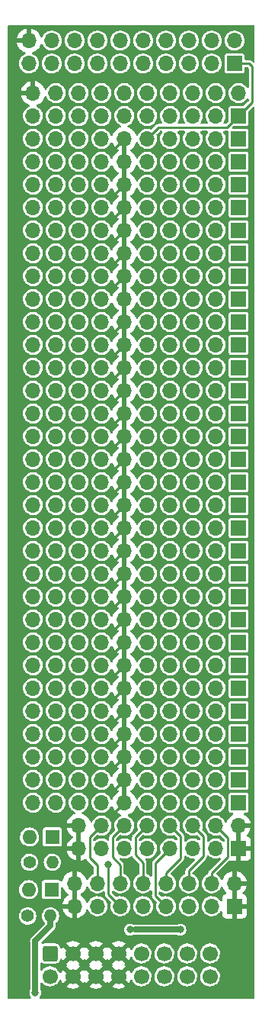
<source format=gbl>
%TF.GenerationSoftware,KiCad,Pcbnew,(6.0.1)*%
%TF.CreationDate,2022-11-03T08:37:49-04:00*%
%TF.ProjectId,ER-PROTO-02-DB,45522d50-524f-4544-9f2d-30322d44422e,1*%
%TF.SameCoordinates,Original*%
%TF.FileFunction,Copper,L2,Bot*%
%TF.FilePolarity,Positive*%
%FSLAX46Y46*%
G04 Gerber Fmt 4.6, Leading zero omitted, Abs format (unit mm)*
G04 Created by KiCad (PCBNEW (6.0.1)) date 2022-11-03 08:37:49*
%MOMM*%
%LPD*%
G01*
G04 APERTURE LIST*
G04 Aperture macros list*
%AMRoundRect*
0 Rectangle with rounded corners*
0 $1 Rounding radius*
0 $2 $3 $4 $5 $6 $7 $8 $9 X,Y pos of 4 corners*
0 Add a 4 corners polygon primitive as box body*
4,1,4,$2,$3,$4,$5,$6,$7,$8,$9,$2,$3,0*
0 Add four circle primitives for the rounded corners*
1,1,$1+$1,$2,$3*
1,1,$1+$1,$4,$5*
1,1,$1+$1,$6,$7*
1,1,$1+$1,$8,$9*
0 Add four rect primitives between the rounded corners*
20,1,$1+$1,$2,$3,$4,$5,0*
20,1,$1+$1,$4,$5,$6,$7,0*
20,1,$1+$1,$6,$7,$8,$9,0*
20,1,$1+$1,$8,$9,$2,$3,0*%
G04 Aperture macros list end*
%TA.AperFunction,ComponentPad*%
%ADD10R,1.600000X1.600000*%
%TD*%
%TA.AperFunction,ComponentPad*%
%ADD11O,1.600000X1.600000*%
%TD*%
%TA.AperFunction,ComponentPad*%
%ADD12C,1.400000*%
%TD*%
%TA.AperFunction,ComponentPad*%
%ADD13O,1.400000X1.400000*%
%TD*%
%TA.AperFunction,ComponentPad*%
%ADD14R,1.700000X1.700000*%
%TD*%
%TA.AperFunction,ComponentPad*%
%ADD15O,1.700000X1.700000*%
%TD*%
%TA.AperFunction,ComponentPad*%
%ADD16RoundRect,0.250000X-0.600000X0.600000X-0.600000X-0.600000X0.600000X-0.600000X0.600000X0.600000X0*%
%TD*%
%TA.AperFunction,ComponentPad*%
%ADD17C,1.700000*%
%TD*%
%TA.AperFunction,ViaPad*%
%ADD18C,0.800000*%
%TD*%
%TA.AperFunction,Conductor*%
%ADD19C,0.635000*%
%TD*%
%TA.AperFunction,Conductor*%
%ADD20C,0.250000*%
%TD*%
G04 APERTURE END LIST*
D10*
%TO.P,D2,1,K*%
%TO.N,Net-(D2-Pad1)*%
X103759000Y-100330000D03*
D11*
%TO.P,D2,2,A*%
%TO.N,-12V*%
X101219000Y-100330000D03*
%TD*%
D10*
%TO.P,D1,1,K*%
%TO.N,+12V*%
X103660686Y-106172000D03*
D11*
%TO.P,D1,2,A*%
%TO.N,Net-(D1-Pad2)*%
X101120686Y-106172000D03*
%TD*%
D12*
%TO.P,R2,1*%
%TO.N,-12VA*%
X101219000Y-103124000D03*
D13*
%TO.P,R2,2*%
%TO.N,Net-(D2-Pad1)*%
X103759000Y-103124000D03*
%TD*%
D12*
%TO.P,R1,1*%
%TO.N,Net-(D1-Pad2)*%
X101015000Y-109093000D03*
D13*
%TO.P,R1,2*%
%TO.N,+12VA*%
X103555000Y-109093000D03*
%TD*%
D14*
%TO.P,J19,1,Pin_1*%
%TO.N,+12V*%
X124460000Y-45720000D03*
D15*
%TO.P,J19,2,Pin_2*%
%TO.N,Net-(J19-Pad2)*%
X121920000Y-45720000D03*
%TO.P,J19,3,Pin_3*%
X119380000Y-45720000D03*
%TO.P,J19,4,Pin_4*%
X116840000Y-45720000D03*
%TO.P,J19,5,Pin_5*%
%TO.N,+5V*%
X114300000Y-45720000D03*
%TO.P,J19,6,Pin_6*%
%TO.N,GND*%
X111760000Y-45720000D03*
%TO.P,J19,7,Pin_7*%
%TO.N,Net-(J19-Pad7)*%
X109220000Y-45720000D03*
%TO.P,J19,8,Pin_8*%
X106680000Y-45720000D03*
%TO.P,J19,9,Pin_9*%
X104140000Y-45720000D03*
%TO.P,J19,10,Pin_10*%
%TO.N,-12V*%
X101600000Y-45720000D03*
%TD*%
D14*
%TO.P,J11,1,Pin_1*%
%TO.N,+12V*%
X124460000Y-43180000D03*
D15*
%TO.P,J11,2,Pin_2*%
%TO.N,Net-(J11-Pad2)*%
X121920000Y-43180000D03*
%TO.P,J11,3,Pin_3*%
X119380000Y-43180000D03*
%TO.P,J11,4,Pin_4*%
X116840000Y-43180000D03*
%TO.P,J11,5,Pin_5*%
%TO.N,+5V*%
X114300000Y-43180000D03*
%TO.P,J11,6,Pin_6*%
%TO.N,GND*%
X111760000Y-43180000D03*
%TO.P,J11,7,Pin_7*%
%TO.N,Net-(J11-Pad7)*%
X109220000Y-43180000D03*
%TO.P,J11,8,Pin_8*%
X106680000Y-43180000D03*
%TO.P,J11,9,Pin_9*%
X104140000Y-43180000D03*
%TO.P,J11,10,Pin_10*%
%TO.N,-12V*%
X101600000Y-43180000D03*
%TD*%
D14*
%TO.P,J10,1,Pin_1*%
%TO.N,+12V*%
X124460000Y-60960000D03*
D15*
%TO.P,J10,2,Pin_2*%
%TO.N,Net-(J10-Pad2)*%
X121920000Y-60960000D03*
%TO.P,J10,3,Pin_3*%
X119380000Y-60960000D03*
%TO.P,J10,4,Pin_4*%
X116840000Y-60960000D03*
%TO.P,J10,5,Pin_5*%
%TO.N,+5V*%
X114300000Y-60960000D03*
%TO.P,J10,6,Pin_6*%
%TO.N,GND*%
X111760000Y-60960000D03*
%TO.P,J10,7,Pin_7*%
%TO.N,Net-(J10-Pad7)*%
X109220000Y-60960000D03*
%TO.P,J10,8,Pin_8*%
X106680000Y-60960000D03*
%TO.P,J10,9,Pin_9*%
X104140000Y-60960000D03*
%TO.P,J10,10,Pin_10*%
%TO.N,-12V*%
X101600000Y-60960000D03*
%TD*%
D14*
%TO.P,J4,1,Pin_1*%
%TO.N,+12V*%
X124460000Y-88900000D03*
D15*
%TO.P,J4,2,Pin_2*%
%TO.N,Net-(J4-Pad2)*%
X121920000Y-88900000D03*
%TO.P,J4,3,Pin_3*%
X119380000Y-88900000D03*
%TO.P,J4,4,Pin_4*%
X116840000Y-88900000D03*
%TO.P,J4,5,Pin_5*%
%TO.N,+5V*%
X114300000Y-88900000D03*
%TO.P,J4,6,Pin_6*%
%TO.N,GND*%
X111760000Y-88900000D03*
%TO.P,J4,7,Pin_7*%
%TO.N,Net-(J4-Pad7)*%
X109220000Y-88900000D03*
%TO.P,J4,8,Pin_8*%
X106680000Y-88900000D03*
%TO.P,J4,9,Pin_9*%
X104140000Y-88900000D03*
%TO.P,J4,10,Pin_10*%
%TO.N,-12V*%
X101600000Y-88900000D03*
%TD*%
D14*
%TO.P,J28,1,Pin_1*%
%TO.N,+5V*%
X124460000Y-20320000D03*
D15*
%TO.P,J28,2,Pin_2*%
%TO.N,/POT6-1*%
X124460000Y-17780000D03*
%TO.P,J28,3,Pin_3*%
%TO.N,/POT6-2*%
X121920000Y-20320000D03*
%TO.P,J28,4,Pin_4*%
%TO.N,/POT6-3*%
X121920000Y-17780000D03*
%TO.P,J28,5,Pin_5*%
%TO.N,/POT4-1*%
X119380000Y-20320000D03*
%TO.P,J28,6,Pin_6*%
%TO.N,/POT4-2*%
X119380000Y-17780000D03*
%TO.P,J28,7,Pin_7*%
%TO.N,/POT4-3*%
X116840000Y-20320000D03*
%TO.P,J28,8,Pin_8*%
%TO.N,/POT2-1*%
X116840000Y-17780000D03*
%TO.P,J28,9,Pin_9*%
%TO.N,/POT2-2*%
X114300000Y-20320000D03*
%TO.P,J28,10,Pin_10*%
%TO.N,/POT2-3*%
X114300000Y-17780000D03*
%TO.P,J28,11,Pin_11*%
%TO.N,/POT5-1*%
X111760000Y-20320000D03*
%TO.P,J28,12,Pin_12*%
%TO.N,/POT5-2*%
X111760000Y-17780000D03*
%TO.P,J28,13,Pin_13*%
%TO.N,/POT5-3*%
X109220000Y-20320000D03*
%TO.P,J28,14,Pin_14*%
%TO.N,/POT3-1*%
X109220000Y-17780000D03*
%TO.P,J28,15,Pin_15*%
%TO.N,/POT3-2*%
X106680000Y-20320000D03*
%TO.P,J28,16,Pin_16*%
%TO.N,/POT3-3*%
X106680000Y-17780000D03*
%TO.P,J28,17,Pin_17*%
%TO.N,/POT1-1*%
X104140000Y-20320000D03*
%TO.P,J28,18,Pin_18*%
%TO.N,/POT1-2*%
X104140000Y-17780000D03*
%TO.P,J28,19,Pin_19*%
%TO.N,/POT1-3*%
X101600000Y-20320000D03*
%TO.P,J28,20,Pin_20*%
%TO.N,GND*%
X101600000Y-17780000D03*
%TD*%
D14*
%TO.P,J21,1,Pin_1*%
%TO.N,+12V*%
X124460000Y-86360000D03*
D15*
%TO.P,J21,2,Pin_2*%
%TO.N,Net-(J21-Pad2)*%
X121920000Y-86360000D03*
%TO.P,J21,3,Pin_3*%
X119380000Y-86360000D03*
%TO.P,J21,4,Pin_4*%
X116840000Y-86360000D03*
%TO.P,J21,5,Pin_5*%
%TO.N,+5V*%
X114300000Y-86360000D03*
%TO.P,J21,6,Pin_6*%
%TO.N,GND*%
X111760000Y-86360000D03*
%TO.P,J21,7,Pin_7*%
%TO.N,Net-(J21-Pad7)*%
X109220000Y-86360000D03*
%TO.P,J21,8,Pin_8*%
X106680000Y-86360000D03*
%TO.P,J21,9,Pin_9*%
X104140000Y-86360000D03*
%TO.P,J21,10,Pin_10*%
%TO.N,-12V*%
X101600000Y-86360000D03*
%TD*%
D14*
%TO.P,J1,1,Pin_1*%
%TO.N,+12V*%
X124460000Y-76200000D03*
D15*
%TO.P,J1,2,Pin_2*%
%TO.N,Net-(J1-Pad2)*%
X121920000Y-76200000D03*
%TO.P,J1,3,Pin_3*%
X119380000Y-76200000D03*
%TO.P,J1,4,Pin_4*%
X116840000Y-76200000D03*
%TO.P,J1,5,Pin_5*%
%TO.N,+5V*%
X114300000Y-76200000D03*
%TO.P,J1,6,Pin_6*%
%TO.N,GND*%
X111760000Y-76200000D03*
%TO.P,J1,7,Pin_7*%
%TO.N,Net-(J1-Pad7)*%
X109220000Y-76200000D03*
%TO.P,J1,8,Pin_8*%
X106680000Y-76200000D03*
%TO.P,J1,9,Pin_9*%
X104140000Y-76200000D03*
%TO.P,J1,10,Pin_10*%
%TO.N,-12V*%
X101600000Y-76200000D03*
%TD*%
D14*
%TO.P,J36,1,Pin_1*%
%TO.N,+12V*%
X124460000Y-22860000D03*
D15*
%TO.P,J36,2,Pin_2*%
%TO.N,Net-(J36-Pad2)*%
X121920000Y-22860000D03*
%TO.P,J36,3,Pin_3*%
X119380000Y-22860000D03*
%TO.P,J36,4,Pin_4*%
X116840000Y-22860000D03*
%TO.P,J36,5,Pin_5*%
%TO.N,+5V*%
X114300000Y-22860000D03*
%TO.P,J36,6,Pin_6*%
%TO.N,GND*%
X111760000Y-22860000D03*
%TO.P,J36,7,Pin_7*%
%TO.N,Net-(J36-Pad7)*%
X109220000Y-22860000D03*
%TO.P,J36,8,Pin_8*%
X106680000Y-22860000D03*
%TO.P,J36,9,Pin_9*%
X104140000Y-22860000D03*
%TO.P,J36,10,Pin_10*%
%TO.N,-12V*%
X101600000Y-22860000D03*
%TD*%
D14*
%TO.P,J24,1,Pin_1*%
%TO.N,+12V*%
X124460000Y-93980000D03*
D15*
%TO.P,J24,2,Pin_2*%
%TO.N,Net-(J24-Pad2)*%
X121920000Y-93980000D03*
%TO.P,J24,3,Pin_3*%
X119380000Y-93980000D03*
%TO.P,J24,4,Pin_4*%
X116840000Y-93980000D03*
%TO.P,J24,5,Pin_5*%
%TO.N,+5V*%
X114300000Y-93980000D03*
%TO.P,J24,6,Pin_6*%
%TO.N,GND*%
X111760000Y-93980000D03*
%TO.P,J24,7,Pin_7*%
%TO.N,Net-(J24-Pad7)*%
X109220000Y-93980000D03*
%TO.P,J24,8,Pin_8*%
X106680000Y-93980000D03*
%TO.P,J24,9,Pin_9*%
X104140000Y-93980000D03*
%TO.P,J24,10,Pin_10*%
%TO.N,-12V*%
X101600000Y-93980000D03*
%TD*%
D14*
%TO.P,J14,1,Pin_1*%
%TO.N,+12V*%
X124460000Y-78740000D03*
D15*
%TO.P,J14,2,Pin_2*%
%TO.N,Net-(J14-Pad2)*%
X121920000Y-78740000D03*
%TO.P,J14,3,Pin_3*%
X119380000Y-78740000D03*
%TO.P,J14,4,Pin_4*%
X116840000Y-78740000D03*
%TO.P,J14,5,Pin_5*%
%TO.N,+5V*%
X114300000Y-78740000D03*
%TO.P,J14,6,Pin_6*%
%TO.N,GND*%
X111760000Y-78740000D03*
%TO.P,J14,7,Pin_7*%
%TO.N,Net-(J14-Pad7)*%
X109220000Y-78740000D03*
%TO.P,J14,8,Pin_8*%
X106680000Y-78740000D03*
%TO.P,J14,9,Pin_9*%
X104140000Y-78740000D03*
%TO.P,J14,10,Pin_10*%
%TO.N,-12V*%
X101600000Y-78740000D03*
%TD*%
D14*
%TO.P,J2,1,Pin_1*%
%TO.N,+12V*%
X124460000Y-83820000D03*
D15*
%TO.P,J2,2,Pin_2*%
%TO.N,Net-(J2-Pad2)*%
X121920000Y-83820000D03*
%TO.P,J2,3,Pin_3*%
X119380000Y-83820000D03*
%TO.P,J2,4,Pin_4*%
X116840000Y-83820000D03*
%TO.P,J2,5,Pin_5*%
%TO.N,+5V*%
X114300000Y-83820000D03*
%TO.P,J2,6,Pin_6*%
%TO.N,GND*%
X111760000Y-83820000D03*
%TO.P,J2,7,Pin_7*%
%TO.N,Net-(J2-Pad7)*%
X109220000Y-83820000D03*
%TO.P,J2,8,Pin_8*%
X106680000Y-83820000D03*
%TO.P,J2,9,Pin_9*%
X104140000Y-83820000D03*
%TO.P,J2,10,Pin_10*%
%TO.N,-12V*%
X101600000Y-83820000D03*
%TD*%
D14*
%TO.P,J32,1,Pin_1*%
%TO.N,+12V*%
X124460000Y-30480000D03*
D15*
%TO.P,J32,2,Pin_2*%
%TO.N,Net-(J32-Pad2)*%
X121920000Y-30480000D03*
%TO.P,J32,3,Pin_3*%
X119380000Y-30480000D03*
%TO.P,J32,4,Pin_4*%
X116840000Y-30480000D03*
%TO.P,J32,5,Pin_5*%
%TO.N,+5V*%
X114300000Y-30480000D03*
%TO.P,J32,6,Pin_6*%
%TO.N,GND*%
X111760000Y-30480000D03*
%TO.P,J32,7,Pin_7*%
%TO.N,Net-(J32-Pad7)*%
X109220000Y-30480000D03*
%TO.P,J32,8,Pin_8*%
X106680000Y-30480000D03*
%TO.P,J32,9,Pin_9*%
X104140000Y-30480000D03*
%TO.P,J32,10,Pin_10*%
%TO.N,-12V*%
X101600000Y-30480000D03*
%TD*%
D14*
%TO.P,J29,1,Pin_1*%
%TO.N,GND*%
X124460000Y-101600000D03*
D15*
%TO.P,J29,2,Pin_2*%
X124460000Y-99060000D03*
%TO.P,J29,3,Pin_3*%
%TO.N,/J6-R_N*%
X121920000Y-101600000D03*
%TO.P,J29,4,Pin_4*%
%TO.N,/J6-T*%
X121920000Y-99060000D03*
%TO.P,J29,5,Pin_5*%
%TO.N,/J4-R_N*%
X119380000Y-101600000D03*
%TO.P,J29,6,Pin_6*%
%TO.N,/J4-T*%
X119380000Y-99060000D03*
%TO.P,J29,7,Pin_7*%
%TO.N,/J2-R_N*%
X116840000Y-101600000D03*
%TO.P,J29,8,Pin_8*%
%TO.N,/J2-T*%
X116840000Y-99060000D03*
%TO.P,J29,9,Pin_9*%
%TO.N,/J1-R_N*%
X114300000Y-101600000D03*
%TO.P,J29,10,Pin_10*%
%TO.N,/J1-T*%
X114300000Y-99060000D03*
%TO.P,J29,11,Pin_11*%
%TO.N,/J3-R_N*%
X111760000Y-101600000D03*
%TO.P,J29,12,Pin_12*%
%TO.N,/J3-T*%
X111760000Y-99060000D03*
%TO.P,J29,13,Pin_13*%
%TO.N,/J5-R_N*%
X109220000Y-101600000D03*
%TO.P,J29,14,Pin_14*%
%TO.N,/J5-T*%
X109220000Y-99060000D03*
%TO.P,J29,15,Pin_15*%
%TO.N,GND*%
X106680000Y-101600000D03*
%TO.P,J29,16,Pin_16*%
X106680000Y-99060000D03*
%TD*%
D14*
%TO.P,J6,1,Pin_1*%
%TO.N,+12V*%
X124460000Y-66040000D03*
D15*
%TO.P,J6,2,Pin_2*%
%TO.N,Net-(J6-Pad2)*%
X121920000Y-66040000D03*
%TO.P,J6,3,Pin_3*%
X119380000Y-66040000D03*
%TO.P,J6,4,Pin_4*%
X116840000Y-66040000D03*
%TO.P,J6,5,Pin_5*%
%TO.N,+5V*%
X114300000Y-66040000D03*
%TO.P,J6,6,Pin_6*%
%TO.N,GND*%
X111760000Y-66040000D03*
%TO.P,J6,7,Pin_7*%
%TO.N,Net-(J6-Pad7)*%
X109220000Y-66040000D03*
%TO.P,J6,8,Pin_8*%
X106680000Y-66040000D03*
%TO.P,J6,9,Pin_9*%
X104140000Y-66040000D03*
%TO.P,J6,10,Pin_10*%
%TO.N,-12V*%
X101600000Y-66040000D03*
%TD*%
D14*
%TO.P,J20,1,Pin_1*%
%TO.N,+12V*%
X124460000Y-71120000D03*
D15*
%TO.P,J20,2,Pin_2*%
%TO.N,Net-(J20-Pad2)*%
X121920000Y-71120000D03*
%TO.P,J20,3,Pin_3*%
X119380000Y-71120000D03*
%TO.P,J20,4,Pin_4*%
X116840000Y-71120000D03*
%TO.P,J20,5,Pin_5*%
%TO.N,+5V*%
X114300000Y-71120000D03*
%TO.P,J20,6,Pin_6*%
%TO.N,GND*%
X111760000Y-71120000D03*
%TO.P,J20,7,Pin_7*%
%TO.N,Net-(J20-Pad7)*%
X109220000Y-71120000D03*
%TO.P,J20,8,Pin_8*%
X106680000Y-71120000D03*
%TO.P,J20,9,Pin_9*%
X104140000Y-71120000D03*
%TO.P,J20,10,Pin_10*%
%TO.N,-12V*%
X101600000Y-71120000D03*
%TD*%
D14*
%TO.P,J26,1,Pin_1*%
%TO.N,+12V*%
X124460000Y-50800000D03*
D15*
%TO.P,J26,2,Pin_2*%
%TO.N,Net-(J26-Pad2)*%
X121920000Y-50800000D03*
%TO.P,J26,3,Pin_3*%
X119380000Y-50800000D03*
%TO.P,J26,4,Pin_4*%
X116840000Y-50800000D03*
%TO.P,J26,5,Pin_5*%
%TO.N,+5V*%
X114300000Y-50800000D03*
%TO.P,J26,6,Pin_6*%
%TO.N,GND*%
X111760000Y-50800000D03*
%TO.P,J26,7,Pin_7*%
%TO.N,Net-(J26-Pad7)*%
X109220000Y-50800000D03*
%TO.P,J26,8,Pin_8*%
X106680000Y-50800000D03*
%TO.P,J26,9,Pin_9*%
X104140000Y-50800000D03*
%TO.P,J26,10,Pin_10*%
%TO.N,-12V*%
X101600000Y-50800000D03*
%TD*%
D14*
%TO.P,J12,1,Pin_1*%
%TO.N,+12V*%
X124460000Y-58420000D03*
D15*
%TO.P,J12,2,Pin_2*%
%TO.N,Net-(J12-Pad2)*%
X121920000Y-58420000D03*
%TO.P,J12,3,Pin_3*%
X119380000Y-58420000D03*
%TO.P,J12,4,Pin_4*%
X116840000Y-58420000D03*
%TO.P,J12,5,Pin_5*%
%TO.N,+5V*%
X114300000Y-58420000D03*
%TO.P,J12,6,Pin_6*%
%TO.N,GND*%
X111760000Y-58420000D03*
%TO.P,J12,7,Pin_7*%
%TO.N,Net-(J12-Pad7)*%
X109220000Y-58420000D03*
%TO.P,J12,8,Pin_8*%
X106680000Y-58420000D03*
%TO.P,J12,9,Pin_9*%
X104140000Y-58420000D03*
%TO.P,J12,10,Pin_10*%
%TO.N,-12V*%
X101600000Y-58420000D03*
%TD*%
D14*
%TO.P,J17,1,Pin_1*%
%TO.N,+12V*%
X124460000Y-38100000D03*
D15*
%TO.P,J17,2,Pin_2*%
%TO.N,Net-(J17-Pad2)*%
X121920000Y-38100000D03*
%TO.P,J17,3,Pin_3*%
X119380000Y-38100000D03*
%TO.P,J17,4,Pin_4*%
X116840000Y-38100000D03*
%TO.P,J17,5,Pin_5*%
%TO.N,+5V*%
X114300000Y-38100000D03*
%TO.P,J17,6,Pin_6*%
%TO.N,GND*%
X111760000Y-38100000D03*
%TO.P,J17,7,Pin_7*%
%TO.N,Net-(J17-Pad7)*%
X109220000Y-38100000D03*
%TO.P,J17,8,Pin_8*%
X106680000Y-38100000D03*
%TO.P,J17,9,Pin_9*%
X104140000Y-38100000D03*
%TO.P,J17,10,Pin_10*%
%TO.N,-12V*%
X101600000Y-38100000D03*
%TD*%
D14*
%TO.P,J22,1,Pin_1*%
%TO.N,+12V*%
X124460000Y-91440000D03*
D15*
%TO.P,J22,2,Pin_2*%
%TO.N,Net-(J22-Pad2)*%
X121920000Y-91440000D03*
%TO.P,J22,3,Pin_3*%
X119380000Y-91440000D03*
%TO.P,J22,4,Pin_4*%
X116840000Y-91440000D03*
%TO.P,J22,5,Pin_5*%
%TO.N,+5V*%
X114300000Y-91440000D03*
%TO.P,J22,6,Pin_6*%
%TO.N,GND*%
X111760000Y-91440000D03*
%TO.P,J22,7,Pin_7*%
%TO.N,Net-(J22-Pad7)*%
X109220000Y-91440000D03*
%TO.P,J22,8,Pin_8*%
X106680000Y-91440000D03*
%TO.P,J22,9,Pin_9*%
X104140000Y-91440000D03*
%TO.P,J22,10,Pin_10*%
%TO.N,-12V*%
X101600000Y-91440000D03*
%TD*%
D14*
%TO.P,J13,1,Pin_1*%
%TO.N,+12V*%
X124460000Y-73660000D03*
D15*
%TO.P,J13,2,Pin_2*%
%TO.N,Net-(J13-Pad2)*%
X121920000Y-73660000D03*
%TO.P,J13,3,Pin_3*%
X119380000Y-73660000D03*
%TO.P,J13,4,Pin_4*%
X116840000Y-73660000D03*
%TO.P,J13,5,Pin_5*%
%TO.N,+5V*%
X114300000Y-73660000D03*
%TO.P,J13,6,Pin_6*%
%TO.N,GND*%
X111760000Y-73660000D03*
%TO.P,J13,7,Pin_7*%
%TO.N,Net-(J13-Pad7)*%
X109220000Y-73660000D03*
%TO.P,J13,8,Pin_8*%
X106680000Y-73660000D03*
%TO.P,J13,9,Pin_9*%
X104140000Y-73660000D03*
%TO.P,J13,10,Pin_10*%
%TO.N,-12V*%
X101600000Y-73660000D03*
%TD*%
D14*
%TO.P,J31,1,Pin_1*%
%TO.N,+12V*%
X124460000Y-27940000D03*
D15*
%TO.P,J31,2,Pin_2*%
%TO.N,Net-(J31-Pad2)*%
X121920000Y-27940000D03*
%TO.P,J31,3,Pin_3*%
X119380000Y-27940000D03*
%TO.P,J31,4,Pin_4*%
X116840000Y-27940000D03*
%TO.P,J31,5,Pin_5*%
%TO.N,+5V*%
X114300000Y-27940000D03*
%TO.P,J31,6,Pin_6*%
%TO.N,GND*%
X111760000Y-27940000D03*
%TO.P,J31,7,Pin_7*%
%TO.N,Net-(J31-Pad7)*%
X109220000Y-27940000D03*
%TO.P,J31,8,Pin_8*%
X106680000Y-27940000D03*
%TO.P,J31,9,Pin_9*%
X104140000Y-27940000D03*
%TO.P,J31,10,Pin_10*%
%TO.N,-12V*%
X101600000Y-27940000D03*
%TD*%
D16*
%TO.P,J9,1,Pin_1*%
%TO.N,-12VA*%
X103500000Y-113247500D03*
D17*
%TO.P,J9,2,Pin_2*%
X103500000Y-115787500D03*
%TO.P,J9,3,Pin_3*%
%TO.N,GND*%
X106040000Y-113247500D03*
%TO.P,J9,4,Pin_4*%
X106040000Y-115787500D03*
%TO.P,J9,5,Pin_5*%
X108580000Y-113247500D03*
%TO.P,J9,6,Pin_6*%
X108580000Y-115787500D03*
%TO.P,J9,7,Pin_7*%
X111120000Y-113247500D03*
%TO.P,J9,8,Pin_8*%
X111120000Y-115787500D03*
%TO.P,J9,9,Pin_9*%
%TO.N,+12VA*%
X113660000Y-113247500D03*
%TO.P,J9,10,Pin_10*%
X113660000Y-115787500D03*
%TO.P,J9,11,Pin_11*%
%TO.N,+5V*%
X116200000Y-113247500D03*
%TO.P,J9,12,Pin_12*%
X116200000Y-115787500D03*
%TO.P,J9,13,Pin_13*%
%TO.N,/CV*%
X118740000Y-113247500D03*
%TO.P,J9,14,Pin_14*%
X118740000Y-115787500D03*
%TO.P,J9,15,Pin_15*%
%TO.N,/GATE*%
X121280000Y-113247500D03*
%TO.P,J9,16,Pin_16*%
X121280000Y-115787500D03*
%TD*%
D14*
%TO.P,J25,1,Pin_1*%
%TO.N,+12V*%
X124460000Y-48260000D03*
D15*
%TO.P,J25,2,Pin_2*%
%TO.N,Net-(J25-Pad2)*%
X121920000Y-48260000D03*
%TO.P,J25,3,Pin_3*%
X119380000Y-48260000D03*
%TO.P,J25,4,Pin_4*%
X116840000Y-48260000D03*
%TO.P,J25,5,Pin_5*%
%TO.N,+5V*%
X114300000Y-48260000D03*
%TO.P,J25,6,Pin_6*%
%TO.N,GND*%
X111760000Y-48260000D03*
%TO.P,J25,7,Pin_7*%
%TO.N,Net-(J25-Pad7)*%
X109220000Y-48260000D03*
%TO.P,J25,8,Pin_8*%
X106680000Y-48260000D03*
%TO.P,J25,9,Pin_9*%
X104140000Y-48260000D03*
%TO.P,J25,10,Pin_10*%
%TO.N,-12V*%
X101600000Y-48260000D03*
%TD*%
D14*
%TO.P,J18,1,Pin_1*%
%TO.N,+12V*%
X124460000Y-40640000D03*
D15*
%TO.P,J18,2,Pin_2*%
%TO.N,Net-(J18-Pad2)*%
X121920000Y-40640000D03*
%TO.P,J18,3,Pin_3*%
X119380000Y-40640000D03*
%TO.P,J18,4,Pin_4*%
X116840000Y-40640000D03*
%TO.P,J18,5,Pin_5*%
%TO.N,+5V*%
X114300000Y-40640000D03*
%TO.P,J18,6,Pin_6*%
%TO.N,GND*%
X111760000Y-40640000D03*
%TO.P,J18,7,Pin_7*%
%TO.N,Net-(J18-Pad7)*%
X109220000Y-40640000D03*
%TO.P,J18,8,Pin_8*%
X106680000Y-40640000D03*
%TO.P,J18,9,Pin_9*%
X104140000Y-40640000D03*
%TO.P,J18,10,Pin_10*%
%TO.N,-12V*%
X101600000Y-40640000D03*
%TD*%
D14*
%TO.P,J23,1,Pin_1*%
%TO.N,+12V*%
X124460000Y-68580000D03*
D15*
%TO.P,J23,2,Pin_2*%
%TO.N,Net-(J23-Pad2)*%
X121920000Y-68580000D03*
%TO.P,J23,3,Pin_3*%
X119380000Y-68580000D03*
%TO.P,J23,4,Pin_4*%
X116840000Y-68580000D03*
%TO.P,J23,5,Pin_5*%
%TO.N,+5V*%
X114300000Y-68580000D03*
%TO.P,J23,6,Pin_6*%
%TO.N,GND*%
X111760000Y-68580000D03*
%TO.P,J23,7,Pin_7*%
%TO.N,Net-(J23-Pad7)*%
X109220000Y-68580000D03*
%TO.P,J23,8,Pin_8*%
X106680000Y-68580000D03*
%TO.P,J23,9,Pin_9*%
X104140000Y-68580000D03*
%TO.P,J23,10,Pin_10*%
%TO.N,-12V*%
X101600000Y-68580000D03*
%TD*%
D14*
%TO.P,J27,1,Pin_1*%
%TO.N,+12V*%
X124460000Y-81280000D03*
D15*
%TO.P,J27,2,Pin_2*%
%TO.N,Net-(J27-Pad2)*%
X121920000Y-81280000D03*
%TO.P,J27,3,Pin_3*%
X119380000Y-81280000D03*
%TO.P,J27,4,Pin_4*%
X116840000Y-81280000D03*
%TO.P,J27,5,Pin_5*%
%TO.N,+5V*%
X114300000Y-81280000D03*
%TO.P,J27,6,Pin_6*%
%TO.N,GND*%
X111760000Y-81280000D03*
%TO.P,J27,7,Pin_7*%
%TO.N,Net-(J27-Pad7)*%
X109220000Y-81280000D03*
%TO.P,J27,8,Pin_8*%
X106680000Y-81280000D03*
%TO.P,J27,9,Pin_9*%
X104140000Y-81280000D03*
%TO.P,J27,10,Pin_10*%
%TO.N,-12V*%
X101600000Y-81280000D03*
%TD*%
D14*
%TO.P,J30,1,Pin_1*%
%TO.N,+12V*%
X124460000Y-35560000D03*
D15*
%TO.P,J30,2,Pin_2*%
%TO.N,Net-(J30-Pad2)*%
X121920000Y-35560000D03*
%TO.P,J30,3,Pin_3*%
X119380000Y-35560000D03*
%TO.P,J30,4,Pin_4*%
X116840000Y-35560000D03*
%TO.P,J30,5,Pin_5*%
%TO.N,+5V*%
X114300000Y-35560000D03*
%TO.P,J30,6,Pin_6*%
%TO.N,GND*%
X111760000Y-35560000D03*
%TO.P,J30,7,Pin_7*%
%TO.N,Net-(J30-Pad7)*%
X109220000Y-35560000D03*
%TO.P,J30,8,Pin_8*%
X106680000Y-35560000D03*
%TO.P,J30,9,Pin_9*%
X104140000Y-35560000D03*
%TO.P,J30,10,Pin_10*%
%TO.N,-12V*%
X101600000Y-35560000D03*
%TD*%
D14*
%TO.P,J5,1,Pin_1*%
%TO.N,+12V*%
X124460000Y-55880000D03*
D15*
%TO.P,J5,2,Pin_2*%
%TO.N,Net-(J5-Pad2)*%
X121920000Y-55880000D03*
%TO.P,J5,3,Pin_3*%
X119380000Y-55880000D03*
%TO.P,J5,4,Pin_4*%
X116840000Y-55880000D03*
%TO.P,J5,5,Pin_5*%
%TO.N,+5V*%
X114300000Y-55880000D03*
%TO.P,J5,6,Pin_6*%
%TO.N,GND*%
X111760000Y-55880000D03*
%TO.P,J5,7,Pin_7*%
%TO.N,Net-(J5-Pad7)*%
X109220000Y-55880000D03*
%TO.P,J5,8,Pin_8*%
X106680000Y-55880000D03*
%TO.P,J5,9,Pin_9*%
X104140000Y-55880000D03*
%TO.P,J5,10,Pin_10*%
%TO.N,-12V*%
X101600000Y-55880000D03*
%TD*%
D14*
%TO.P,J16,1,Pin_1*%
%TO.N,+12V*%
X124460000Y-63500000D03*
D15*
%TO.P,J16,2,Pin_2*%
%TO.N,Net-(J16-Pad2)*%
X121920000Y-63500000D03*
%TO.P,J16,3,Pin_3*%
X119380000Y-63500000D03*
%TO.P,J16,4,Pin_4*%
X116840000Y-63500000D03*
%TO.P,J16,5,Pin_5*%
%TO.N,+5V*%
X114300000Y-63500000D03*
%TO.P,J16,6,Pin_6*%
%TO.N,GND*%
X111760000Y-63500000D03*
%TO.P,J16,7,Pin_7*%
%TO.N,Net-(J16-Pad7)*%
X109220000Y-63500000D03*
%TO.P,J16,8,Pin_8*%
X106680000Y-63500000D03*
%TO.P,J16,9,Pin_9*%
X104140000Y-63500000D03*
%TO.P,J16,10,Pin_10*%
%TO.N,-12V*%
X101600000Y-63500000D03*
%TD*%
D14*
%TO.P,J8,1,Pin_1*%
%TO.N,+5V*%
X124000000Y-14500000D03*
D15*
%TO.P,J8,2,Pin_2*%
%TO.N,/POT6-1*%
X124000000Y-11960000D03*
%TO.P,J8,3,Pin_3*%
%TO.N,/POT6-2*%
X121460000Y-14500000D03*
%TO.P,J8,4,Pin_4*%
%TO.N,/POT6-3*%
X121460000Y-11960000D03*
%TO.P,J8,5,Pin_5*%
%TO.N,/POT4-1*%
X118920000Y-14500000D03*
%TO.P,J8,6,Pin_6*%
%TO.N,/POT4-2*%
X118920000Y-11960000D03*
%TO.P,J8,7,Pin_7*%
%TO.N,/POT4-3*%
X116380000Y-14500000D03*
%TO.P,J8,8,Pin_8*%
%TO.N,/POT2-1*%
X116380000Y-11960000D03*
%TO.P,J8,9,Pin_9*%
%TO.N,/POT2-2*%
X113840000Y-14500000D03*
%TO.P,J8,10,Pin_10*%
%TO.N,/POT2-3*%
X113840000Y-11960000D03*
%TO.P,J8,11,Pin_11*%
%TO.N,/POT5-1*%
X111300000Y-14500000D03*
%TO.P,J8,12,Pin_12*%
%TO.N,/POT5-2*%
X111300000Y-11960000D03*
%TO.P,J8,13,Pin_13*%
%TO.N,/POT5-3*%
X108760000Y-14500000D03*
%TO.P,J8,14,Pin_14*%
%TO.N,/POT3-1*%
X108760000Y-11960000D03*
%TO.P,J8,15,Pin_15*%
%TO.N,/POT3-2*%
X106220000Y-14500000D03*
%TO.P,J8,16,Pin_16*%
%TO.N,/POT3-3*%
X106220000Y-11960000D03*
%TO.P,J8,17,Pin_17*%
%TO.N,/POT1-1*%
X103680000Y-14500000D03*
%TO.P,J8,18,Pin_18*%
%TO.N,/POT1-2*%
X103680000Y-11960000D03*
%TO.P,J8,19,Pin_19*%
%TO.N,/POT1-3*%
X101140000Y-14500000D03*
%TO.P,J8,20,Pin_20*%
%TO.N,GND*%
X101140000Y-11960000D03*
%TD*%
D14*
%TO.P,J7,1,Pin_1*%
%TO.N,GND*%
X124000000Y-108000000D03*
D15*
%TO.P,J7,2,Pin_2*%
X124000000Y-105460000D03*
%TO.P,J7,3,Pin_3*%
%TO.N,/J6-R_N*%
X121460000Y-108000000D03*
%TO.P,J7,4,Pin_4*%
%TO.N,/J6-T*%
X121460000Y-105460000D03*
%TO.P,J7,5,Pin_5*%
%TO.N,/J4-R_N*%
X118920000Y-108000000D03*
%TO.P,J7,6,Pin_6*%
%TO.N,/J4-T*%
X118920000Y-105460000D03*
%TO.P,J7,7,Pin_7*%
%TO.N,/J2-R_N*%
X116380000Y-108000000D03*
%TO.P,J7,8,Pin_8*%
%TO.N,/J2-T*%
X116380000Y-105460000D03*
%TO.P,J7,9,Pin_9*%
%TO.N,/J1-R_N*%
X113840000Y-108000000D03*
%TO.P,J7,10,Pin_10*%
%TO.N,/J1-T*%
X113840000Y-105460000D03*
%TO.P,J7,11,Pin_11*%
%TO.N,/J3-R_N*%
X111300000Y-108000000D03*
%TO.P,J7,12,Pin_12*%
%TO.N,/J3-T*%
X111300000Y-105460000D03*
%TO.P,J7,13,Pin_13*%
%TO.N,/J5-R_N*%
X108760000Y-108000000D03*
%TO.P,J7,14,Pin_14*%
%TO.N,/J5-T*%
X108760000Y-105460000D03*
%TO.P,J7,15,Pin_15*%
%TO.N,GND*%
X106220000Y-108000000D03*
%TO.P,J7,16,Pin_16*%
X106220000Y-105460000D03*
%TD*%
D14*
%TO.P,J33,1,Pin_1*%
%TO.N,+12V*%
X124460000Y-33020000D03*
D15*
%TO.P,J33,2,Pin_2*%
%TO.N,Net-(J33-Pad2)*%
X121920000Y-33020000D03*
%TO.P,J33,3,Pin_3*%
X119380000Y-33020000D03*
%TO.P,J33,4,Pin_4*%
X116840000Y-33020000D03*
%TO.P,J33,5,Pin_5*%
%TO.N,+5V*%
X114300000Y-33020000D03*
%TO.P,J33,6,Pin_6*%
%TO.N,GND*%
X111760000Y-33020000D03*
%TO.P,J33,7,Pin_7*%
%TO.N,Net-(J33-Pad7)*%
X109220000Y-33020000D03*
%TO.P,J33,8,Pin_8*%
X106680000Y-33020000D03*
%TO.P,J33,9,Pin_9*%
X104140000Y-33020000D03*
%TO.P,J33,10,Pin_10*%
%TO.N,-12V*%
X101600000Y-33020000D03*
%TD*%
D14*
%TO.P,J15,1,Pin_1*%
%TO.N,+12V*%
X124460000Y-96520000D03*
D15*
%TO.P,J15,2,Pin_2*%
%TO.N,Net-(J15-Pad2)*%
X121920000Y-96520000D03*
%TO.P,J15,3,Pin_3*%
X119380000Y-96520000D03*
%TO.P,J15,4,Pin_4*%
X116840000Y-96520000D03*
%TO.P,J15,5,Pin_5*%
%TO.N,+5V*%
X114300000Y-96520000D03*
%TO.P,J15,6,Pin_6*%
%TO.N,GND*%
X111760000Y-96520000D03*
%TO.P,J15,7,Pin_7*%
%TO.N,Net-(J15-Pad7)*%
X109220000Y-96520000D03*
%TO.P,J15,8,Pin_8*%
X106680000Y-96520000D03*
%TO.P,J15,9,Pin_9*%
X104140000Y-96520000D03*
%TO.P,J15,10,Pin_10*%
%TO.N,-12V*%
X101600000Y-96520000D03*
%TD*%
D14*
%TO.P,J3,1,Pin_1*%
%TO.N,+12V*%
X124460000Y-53340000D03*
D15*
%TO.P,J3,2,Pin_2*%
%TO.N,Net-(J3-Pad2)*%
X121920000Y-53340000D03*
%TO.P,J3,3,Pin_3*%
X119380000Y-53340000D03*
%TO.P,J3,4,Pin_4*%
X116840000Y-53340000D03*
%TO.P,J3,5,Pin_5*%
%TO.N,+5V*%
X114300000Y-53340000D03*
%TO.P,J3,6,Pin_6*%
%TO.N,GND*%
X111760000Y-53340000D03*
%TO.P,J3,7,Pin_7*%
%TO.N,Net-(J3-Pad7)*%
X109220000Y-53340000D03*
%TO.P,J3,8,Pin_8*%
X106680000Y-53340000D03*
%TO.P,J3,9,Pin_9*%
X104140000Y-53340000D03*
%TO.P,J3,10,Pin_10*%
%TO.N,-12V*%
X101600000Y-53340000D03*
%TD*%
D14*
%TO.P,J35,1,Pin_1*%
%TO.N,+12V*%
X124460000Y-25400000D03*
D15*
%TO.P,J35,2,Pin_2*%
%TO.N,Net-(J35-Pad2)*%
X121920000Y-25400000D03*
%TO.P,J35,3,Pin_3*%
X119380000Y-25400000D03*
%TO.P,J35,4,Pin_4*%
X116840000Y-25400000D03*
%TO.P,J35,5,Pin_5*%
%TO.N,+5V*%
X114300000Y-25400000D03*
%TO.P,J35,6,Pin_6*%
%TO.N,GND*%
X111760000Y-25400000D03*
%TO.P,J35,7,Pin_7*%
%TO.N,Net-(J35-Pad7)*%
X109220000Y-25400000D03*
%TO.P,J35,8,Pin_8*%
X106680000Y-25400000D03*
%TO.P,J35,9,Pin_9*%
X104140000Y-25400000D03*
%TO.P,J35,10,Pin_10*%
%TO.N,-12V*%
X101600000Y-25400000D03*
%TD*%
D18*
%TO.N,GND*%
X102870000Y-97790000D03*
%TO.N,+12VA*%
X101854000Y-117602000D03*
%TO.N,+12V*%
X117983000Y-110617000D03*
X112395000Y-110617000D03*
%TO.N,/J3-R_N*%
X109982000Y-103378000D03*
%TD*%
D19*
%TO.N,+12VA*%
X103555000Y-110186000D02*
X103555000Y-109474000D01*
X101854000Y-111887000D02*
X103555000Y-110186000D01*
X101854000Y-117602000D02*
X101854000Y-111887000D01*
%TO.N,+12V*%
X113030000Y-110617000D02*
X117983000Y-110617000D01*
D20*
%TO.N,/J1-T*%
X112990000Y-100370000D02*
X114300000Y-99060000D01*
X113840000Y-103172000D02*
X112990000Y-102322000D01*
X112990000Y-102322000D02*
X112990000Y-100370000D01*
X113840000Y-105460000D02*
X113840000Y-103172000D01*
%TO.N,/J2-T*%
X116840000Y-99060000D02*
X118014511Y-100234511D01*
X116380000Y-105460000D02*
X116380000Y-104346000D01*
X118014511Y-100234511D02*
X118014511Y-102711489D01*
X116380000Y-104346000D02*
X118014511Y-102711489D01*
%TO.N,/J3-T*%
X110450000Y-102576000D02*
X110450000Y-100370000D01*
X111300000Y-105460000D02*
X111300000Y-103426000D01*
X111300000Y-103426000D02*
X110450000Y-102576000D01*
X110450000Y-100370000D02*
X111760000Y-99060000D01*
%TO.N,/J4-T*%
X119380000Y-99060000D02*
X120554511Y-100234511D01*
X118920000Y-105460000D02*
X118920000Y-104092000D01*
X120554511Y-100234511D02*
X120554511Y-102457489D01*
X118920000Y-104092000D02*
X120554511Y-102457489D01*
%TO.N,GND*%
X111760000Y-58420000D02*
X110490000Y-59690000D01*
X111760000Y-35560000D02*
X110490000Y-36830000D01*
X111760000Y-22860000D02*
X110490000Y-24130000D01*
X111760000Y-50800000D02*
X110490000Y-52070000D01*
X111760000Y-66040000D02*
X110490000Y-67310000D01*
X111760000Y-53340000D02*
X110490000Y-54610000D01*
X111760000Y-43180000D02*
X110490000Y-44450000D01*
X110490000Y-97790000D02*
X111760000Y-96520000D01*
X110490000Y-87630000D02*
X111760000Y-86360000D01*
X111760000Y-81280000D02*
X110490000Y-82550000D01*
X111760000Y-78740000D02*
X110744000Y-79756000D01*
X111760000Y-33020000D02*
X110490000Y-34290000D01*
X110490000Y-57150000D02*
X111760000Y-55880000D01*
X111760000Y-73660000D02*
X110490000Y-74930000D01*
X111760000Y-88900000D02*
X110490000Y-90170000D01*
X111760000Y-27940000D02*
X110490000Y-29210000D01*
X111760000Y-45720000D02*
X110490000Y-46990000D01*
X111760000Y-38100000D02*
X110490000Y-39370000D01*
X111760000Y-60960000D02*
X110490000Y-62230000D01*
X111760000Y-71120000D02*
X110490000Y-72390000D01*
X111760000Y-83820000D02*
X110490000Y-85090000D01*
X111760000Y-91440000D02*
X110490000Y-92710000D01*
X111760000Y-30480000D02*
X110490000Y-31750000D01*
X111760000Y-68580000D02*
X110490000Y-69850000D01*
X111760000Y-48260000D02*
X110490000Y-49530000D01*
X111760000Y-93980000D02*
X110490000Y-95250000D01*
X111760000Y-76200000D02*
X110490000Y-77470000D01*
X111760000Y-63500000D02*
X110490000Y-64770000D01*
%TO.N,/J2-R_N*%
X115205489Y-106825489D02*
X115205489Y-103234511D01*
X116380000Y-108000000D02*
X115205489Y-106825489D01*
X115205489Y-103234511D02*
X116840000Y-101600000D01*
%TO.N,/J3-R_N*%
X109982000Y-103378000D02*
X109982000Y-106682000D01*
X109982000Y-106682000D02*
X111300000Y-108000000D01*
%TO.N,/J6-T*%
X121460000Y-104346000D02*
X123285489Y-102520511D01*
X123285489Y-100425489D02*
X123285489Y-102520511D01*
X121920000Y-99060000D02*
X123285489Y-100425489D01*
X121460000Y-105460000D02*
X121460000Y-104346000D01*
%TO.N,/J5-T*%
X107910000Y-100370000D02*
X109220000Y-99060000D01*
X108760000Y-103506000D02*
X107910000Y-102656000D01*
X107910000Y-102656000D02*
X107910000Y-100370000D01*
X108760000Y-105460000D02*
X108760000Y-103506000D01*
%TO.N,+5V*%
X125625000Y-14500000D02*
X124000000Y-14500000D01*
X124460000Y-20320000D02*
X125984000Y-18796000D01*
X114300000Y-22860000D02*
X115570000Y-21590000D01*
X123190000Y-21590000D02*
X124460000Y-20320000D01*
X125984000Y-18796000D02*
X125984000Y-14859000D01*
X115570000Y-21590000D02*
X123190000Y-21590000D01*
X125984000Y-14859000D02*
X125625000Y-14500000D01*
%TD*%
%TA.AperFunction,Conductor*%
%TO.N,GND*%
G36*
X126188121Y-10274002D02*
G01*
X126234614Y-10327658D01*
X126246000Y-10380000D01*
X126246000Y-14280116D01*
X126225998Y-14348237D01*
X126172342Y-14394730D01*
X126102068Y-14404834D01*
X126037488Y-14375340D01*
X126030905Y-14369211D01*
X125931478Y-14269784D01*
X125916336Y-14251036D01*
X125915221Y-14249811D01*
X125909571Y-14241060D01*
X125901393Y-14234613D01*
X125901391Y-14234611D01*
X125883200Y-14220271D01*
X125878759Y-14216325D01*
X125878697Y-14216398D01*
X125874733Y-14213039D01*
X125871056Y-14209362D01*
X125855308Y-14198108D01*
X125850638Y-14194602D01*
X125810353Y-14162844D01*
X125801719Y-14159812D01*
X125794266Y-14154486D01*
X125745150Y-14139797D01*
X125739508Y-14137964D01*
X125698633Y-14123610D01*
X125698632Y-14123610D01*
X125691149Y-14120982D01*
X125685584Y-14120500D01*
X125682876Y-14120500D01*
X125680242Y-14120386D01*
X125680144Y-14120357D01*
X125680151Y-14120193D01*
X125679447Y-14120149D01*
X125673222Y-14118287D01*
X125619365Y-14120403D01*
X125614418Y-14120500D01*
X125230499Y-14120500D01*
X125162378Y-14100498D01*
X125115885Y-14046842D01*
X125104499Y-13994500D01*
X125104499Y-13624934D01*
X125089734Y-13550699D01*
X125063654Y-13511667D01*
X125040377Y-13476832D01*
X125033484Y-13466516D01*
X124949301Y-13410266D01*
X124875067Y-13395500D01*
X124000142Y-13395500D01*
X123124934Y-13395501D01*
X123089182Y-13402612D01*
X123062874Y-13407844D01*
X123062872Y-13407845D01*
X123050699Y-13410266D01*
X123040379Y-13417161D01*
X123040378Y-13417162D01*
X122979985Y-13457516D01*
X122966516Y-13466516D01*
X122910266Y-13550699D01*
X122895500Y-13624933D01*
X122895501Y-15375066D01*
X122910266Y-15449301D01*
X122917161Y-15459620D01*
X122917162Y-15459622D01*
X122957516Y-15520015D01*
X122966516Y-15533484D01*
X123050699Y-15589734D01*
X123124933Y-15604500D01*
X123999858Y-15604500D01*
X124875066Y-15604499D01*
X124910818Y-15597388D01*
X124937126Y-15592156D01*
X124937128Y-15592155D01*
X124949301Y-15589734D01*
X124959621Y-15582839D01*
X124959622Y-15582838D01*
X125023168Y-15540377D01*
X125033484Y-15533484D01*
X125089734Y-15449301D01*
X125104500Y-15375067D01*
X125104500Y-15005500D01*
X125124502Y-14937379D01*
X125178158Y-14890886D01*
X125230500Y-14879500D01*
X125415616Y-14879500D01*
X125483737Y-14899502D01*
X125504711Y-14916405D01*
X125567595Y-14979289D01*
X125601621Y-15041601D01*
X125604500Y-15068384D01*
X125604500Y-17087229D01*
X125584498Y-17155350D01*
X125530842Y-17201843D01*
X125460568Y-17211947D01*
X125395988Y-17182453D01*
X125377542Y-17162618D01*
X125287777Y-17042409D01*
X125284320Y-17037779D01*
X125135258Y-16899987D01*
X125130375Y-16896906D01*
X125130371Y-16896903D01*
X124968464Y-16794748D01*
X124963581Y-16791667D01*
X124775039Y-16716446D01*
X124769379Y-16715320D01*
X124769375Y-16715319D01*
X124581613Y-16677971D01*
X124581610Y-16677971D01*
X124575946Y-16676844D01*
X124570171Y-16676768D01*
X124570167Y-16676768D01*
X124468793Y-16675441D01*
X124372971Y-16674187D01*
X124367274Y-16675166D01*
X124367273Y-16675166D01*
X124178607Y-16707585D01*
X124172910Y-16708564D01*
X123982463Y-16778824D01*
X123808010Y-16882612D01*
X123803670Y-16886418D01*
X123803666Y-16886421D01*
X123659733Y-17012648D01*
X123655392Y-17016455D01*
X123529720Y-17175869D01*
X123527031Y-17180980D01*
X123527029Y-17180983D01*
X123516054Y-17201843D01*
X123435203Y-17355515D01*
X123375007Y-17549378D01*
X123351148Y-17750964D01*
X123364424Y-17953522D01*
X123365845Y-17959118D01*
X123365846Y-17959123D01*
X123384863Y-18034000D01*
X123414392Y-18150269D01*
X123416809Y-18155512D01*
X123454010Y-18236208D01*
X123499377Y-18334616D01*
X123502710Y-18339332D01*
X123578248Y-18446216D01*
X123616533Y-18500389D01*
X123761938Y-18642035D01*
X123930720Y-18754812D01*
X123936023Y-18757090D01*
X123936026Y-18757092D01*
X124111921Y-18832662D01*
X124117228Y-18834942D01*
X124190244Y-18851464D01*
X124309579Y-18878467D01*
X124309584Y-18878468D01*
X124315216Y-18879742D01*
X124320987Y-18879969D01*
X124320989Y-18879969D01*
X124380756Y-18882317D01*
X124518053Y-18887712D01*
X124618499Y-18873148D01*
X124713231Y-18859413D01*
X124713236Y-18859412D01*
X124718945Y-18858584D01*
X124724409Y-18856729D01*
X124724414Y-18856728D01*
X124905693Y-18795192D01*
X124905698Y-18795190D01*
X124911165Y-18793334D01*
X125088276Y-18694147D01*
X125150934Y-18642035D01*
X125217567Y-18586616D01*
X125244345Y-18564345D01*
X125316837Y-18477183D01*
X125370453Y-18412718D01*
X125370455Y-18412715D01*
X125374147Y-18408276D01*
X125375445Y-18405959D01*
X125429723Y-18361787D01*
X125500276Y-18353859D01*
X125563915Y-18385333D01*
X125600435Y-18446216D01*
X125604500Y-18477963D01*
X125604500Y-18586616D01*
X125584498Y-18654737D01*
X125567595Y-18675711D01*
X125064711Y-19178595D01*
X125002399Y-19212621D01*
X124975616Y-19215500D01*
X123737899Y-19215501D01*
X123584934Y-19215501D01*
X123549182Y-19222612D01*
X123522874Y-19227844D01*
X123522872Y-19227845D01*
X123510699Y-19230266D01*
X123500379Y-19237161D01*
X123500378Y-19237162D01*
X123439985Y-19277516D01*
X123426516Y-19286516D01*
X123370266Y-19370699D01*
X123355500Y-19444933D01*
X123355500Y-19451120D01*
X123355501Y-20835615D01*
X123335499Y-20903736D01*
X123318596Y-20924710D01*
X123069711Y-21173595D01*
X123007399Y-21207621D01*
X122980616Y-21210500D01*
X122884734Y-21210500D01*
X122816613Y-21190498D01*
X122770120Y-21136842D01*
X122760016Y-21066568D01*
X122787860Y-21003931D01*
X122830449Y-20952724D01*
X122830456Y-20952714D01*
X122834147Y-20948276D01*
X122933334Y-20771165D01*
X122935190Y-20765698D01*
X122935192Y-20765693D01*
X122996728Y-20584414D01*
X122996729Y-20584409D01*
X122998584Y-20578945D01*
X122999412Y-20573236D01*
X122999413Y-20573231D01*
X123027179Y-20381727D01*
X123027712Y-20378053D01*
X123029232Y-20320000D01*
X123010658Y-20117859D01*
X123009090Y-20112299D01*
X122957125Y-19928046D01*
X122957124Y-19928044D01*
X122955557Y-19922487D01*
X122944978Y-19901033D01*
X122868331Y-19745609D01*
X122865776Y-19740428D01*
X122744320Y-19577779D01*
X122595258Y-19439987D01*
X122590375Y-19436906D01*
X122590371Y-19436903D01*
X122428464Y-19334748D01*
X122423581Y-19331667D01*
X122235039Y-19256446D01*
X122229379Y-19255320D01*
X122229375Y-19255319D01*
X122041613Y-19217971D01*
X122041610Y-19217971D01*
X122035946Y-19216844D01*
X122030171Y-19216768D01*
X122030167Y-19216768D01*
X121928793Y-19215441D01*
X121832971Y-19214187D01*
X121827274Y-19215166D01*
X121827273Y-19215166D01*
X121638607Y-19247585D01*
X121632910Y-19248564D01*
X121442463Y-19318824D01*
X121268010Y-19422612D01*
X121263670Y-19426418D01*
X121263666Y-19426421D01*
X121119733Y-19552648D01*
X121115392Y-19556455D01*
X120989720Y-19715869D01*
X120987031Y-19720980D01*
X120987029Y-19720983D01*
X120974073Y-19745609D01*
X120895203Y-19895515D01*
X120835007Y-20089378D01*
X120811148Y-20290964D01*
X120824424Y-20493522D01*
X120825845Y-20499118D01*
X120825846Y-20499123D01*
X120846119Y-20578945D01*
X120874392Y-20690269D01*
X120876809Y-20695512D01*
X120914010Y-20776208D01*
X120959377Y-20874616D01*
X120962710Y-20879332D01*
X121056314Y-21011780D01*
X121079295Y-21078955D01*
X121062310Y-21147890D01*
X121010753Y-21196699D01*
X120953417Y-21210500D01*
X120344734Y-21210500D01*
X120276613Y-21190498D01*
X120230120Y-21136842D01*
X120220016Y-21066568D01*
X120247860Y-21003931D01*
X120290449Y-20952724D01*
X120290456Y-20952714D01*
X120294147Y-20948276D01*
X120393334Y-20771165D01*
X120395190Y-20765698D01*
X120395192Y-20765693D01*
X120456728Y-20584414D01*
X120456729Y-20584409D01*
X120458584Y-20578945D01*
X120459412Y-20573236D01*
X120459413Y-20573231D01*
X120487179Y-20381727D01*
X120487712Y-20378053D01*
X120489232Y-20320000D01*
X120470658Y-20117859D01*
X120469090Y-20112299D01*
X120417125Y-19928046D01*
X120417124Y-19928044D01*
X120415557Y-19922487D01*
X120404978Y-19901033D01*
X120328331Y-19745609D01*
X120325776Y-19740428D01*
X120204320Y-19577779D01*
X120055258Y-19439987D01*
X120050375Y-19436906D01*
X120050371Y-19436903D01*
X119888464Y-19334748D01*
X119883581Y-19331667D01*
X119695039Y-19256446D01*
X119689379Y-19255320D01*
X119689375Y-19255319D01*
X119501613Y-19217971D01*
X119501610Y-19217971D01*
X119495946Y-19216844D01*
X119490171Y-19216768D01*
X119490167Y-19216768D01*
X119388793Y-19215441D01*
X119292971Y-19214187D01*
X119287274Y-19215166D01*
X119287273Y-19215166D01*
X119098607Y-19247585D01*
X119092910Y-19248564D01*
X118902463Y-19318824D01*
X118728010Y-19422612D01*
X118723670Y-19426418D01*
X118723666Y-19426421D01*
X118579733Y-19552648D01*
X118575392Y-19556455D01*
X118449720Y-19715869D01*
X118447031Y-19720980D01*
X118447029Y-19720983D01*
X118434073Y-19745609D01*
X118355203Y-19895515D01*
X118295007Y-20089378D01*
X118271148Y-20290964D01*
X118284424Y-20493522D01*
X118285845Y-20499118D01*
X118285846Y-20499123D01*
X118306119Y-20578945D01*
X118334392Y-20690269D01*
X118336809Y-20695512D01*
X118374010Y-20776208D01*
X118419377Y-20874616D01*
X118422710Y-20879332D01*
X118516314Y-21011780D01*
X118539295Y-21078955D01*
X118522310Y-21147890D01*
X118470753Y-21196699D01*
X118413417Y-21210500D01*
X117804734Y-21210500D01*
X117736613Y-21190498D01*
X117690120Y-21136842D01*
X117680016Y-21066568D01*
X117707860Y-21003931D01*
X117750449Y-20952724D01*
X117750456Y-20952714D01*
X117754147Y-20948276D01*
X117853334Y-20771165D01*
X117855190Y-20765698D01*
X117855192Y-20765693D01*
X117916728Y-20584414D01*
X117916729Y-20584409D01*
X117918584Y-20578945D01*
X117919412Y-20573236D01*
X117919413Y-20573231D01*
X117947179Y-20381727D01*
X117947712Y-20378053D01*
X117949232Y-20320000D01*
X117930658Y-20117859D01*
X117929090Y-20112299D01*
X117877125Y-19928046D01*
X117877124Y-19928044D01*
X117875557Y-19922487D01*
X117864978Y-19901033D01*
X117788331Y-19745609D01*
X117785776Y-19740428D01*
X117664320Y-19577779D01*
X117515258Y-19439987D01*
X117510375Y-19436906D01*
X117510371Y-19436903D01*
X117348464Y-19334748D01*
X117343581Y-19331667D01*
X117155039Y-19256446D01*
X117149379Y-19255320D01*
X117149375Y-19255319D01*
X116961613Y-19217971D01*
X116961610Y-19217971D01*
X116955946Y-19216844D01*
X116950171Y-19216768D01*
X116950167Y-19216768D01*
X116848793Y-19215441D01*
X116752971Y-19214187D01*
X116747274Y-19215166D01*
X116747273Y-19215166D01*
X116558607Y-19247585D01*
X116552910Y-19248564D01*
X116362463Y-19318824D01*
X116188010Y-19422612D01*
X116183670Y-19426418D01*
X116183666Y-19426421D01*
X116039733Y-19552648D01*
X116035392Y-19556455D01*
X115909720Y-19715869D01*
X115907031Y-19720980D01*
X115907029Y-19720983D01*
X115894073Y-19745609D01*
X115815203Y-19895515D01*
X115755007Y-20089378D01*
X115731148Y-20290964D01*
X115744424Y-20493522D01*
X115745845Y-20499118D01*
X115745846Y-20499123D01*
X115766119Y-20578945D01*
X115794392Y-20690269D01*
X115796809Y-20695512D01*
X115834010Y-20776208D01*
X115879377Y-20874616D01*
X115882710Y-20879332D01*
X115976314Y-21011780D01*
X115999295Y-21078955D01*
X115982310Y-21147890D01*
X115930753Y-21196699D01*
X115873417Y-21210500D01*
X115623920Y-21210500D01*
X115599973Y-21207951D01*
X115598307Y-21207872D01*
X115588124Y-21205680D01*
X115577782Y-21206904D01*
X115577779Y-21206904D01*
X115554787Y-21209626D01*
X115548846Y-21209977D01*
X115548854Y-21210072D01*
X115543674Y-21210500D01*
X115538476Y-21210500D01*
X115533354Y-21211353D01*
X115533349Y-21211353D01*
X115519427Y-21213671D01*
X115513550Y-21214508D01*
X115507049Y-21215277D01*
X115472997Y-21219307D01*
X115472995Y-21219308D01*
X115462659Y-21220531D01*
X115454410Y-21224492D01*
X115445374Y-21225996D01*
X115436205Y-21230943D01*
X115436203Y-21230944D01*
X115400240Y-21250348D01*
X115394951Y-21253043D01*
X115361094Y-21269301D01*
X115348768Y-21275220D01*
X115344492Y-21278814D01*
X115342552Y-21280754D01*
X115340641Y-21282507D01*
X115340551Y-21282556D01*
X115340439Y-21282433D01*
X115339904Y-21282905D01*
X115334186Y-21285990D01*
X115327119Y-21293635D01*
X115297584Y-21325586D01*
X115294154Y-21329152D01*
X114825144Y-21798162D01*
X114762832Y-21832188D01*
X114689360Y-21826097D01*
X114615039Y-21796446D01*
X114609379Y-21795320D01*
X114609375Y-21795319D01*
X114421613Y-21757971D01*
X114421610Y-21757971D01*
X114415946Y-21756844D01*
X114410171Y-21756768D01*
X114410167Y-21756768D01*
X114308793Y-21755441D01*
X114212971Y-21754187D01*
X114207274Y-21755166D01*
X114207273Y-21755166D01*
X114119397Y-21770266D01*
X114012910Y-21788564D01*
X113822463Y-21858824D01*
X113648010Y-21962612D01*
X113643670Y-21966418D01*
X113643666Y-21966421D01*
X113565487Y-22034983D01*
X113495392Y-22096455D01*
X113369720Y-22255869D01*
X113367031Y-22260980D01*
X113367029Y-22260983D01*
X113277589Y-22430980D01*
X113228170Y-22481952D01*
X113159037Y-22498115D01*
X113092141Y-22474336D01*
X113052003Y-22419973D01*
X113049955Y-22420863D01*
X112962972Y-22220814D01*
X112958105Y-22211739D01*
X112842426Y-22032926D01*
X112836136Y-22024757D01*
X112692806Y-21867240D01*
X112685273Y-21860215D01*
X112518139Y-21728222D01*
X112509552Y-21722517D01*
X112323117Y-21619599D01*
X112313705Y-21615369D01*
X112199391Y-21574888D01*
X112141855Y-21533294D01*
X112115939Y-21467196D01*
X112129873Y-21397580D01*
X112179232Y-21346549D01*
X112200943Y-21336804D01*
X112211165Y-21333334D01*
X112218633Y-21329152D01*
X112325504Y-21269301D01*
X112388276Y-21234147D01*
X112398077Y-21225996D01*
X112539913Y-21108031D01*
X112544345Y-21104345D01*
X112674147Y-20948276D01*
X112773334Y-20771165D01*
X112775190Y-20765698D01*
X112775192Y-20765693D01*
X112836728Y-20584414D01*
X112836729Y-20584409D01*
X112838584Y-20578945D01*
X112839412Y-20573236D01*
X112839413Y-20573231D01*
X112867179Y-20381727D01*
X112867712Y-20378053D01*
X112869232Y-20320000D01*
X112866564Y-20290964D01*
X113191148Y-20290964D01*
X113204424Y-20493522D01*
X113205845Y-20499118D01*
X113205846Y-20499123D01*
X113226119Y-20578945D01*
X113254392Y-20690269D01*
X113256809Y-20695512D01*
X113294010Y-20776208D01*
X113339377Y-20874616D01*
X113456533Y-21040389D01*
X113601938Y-21182035D01*
X113770720Y-21294812D01*
X113776023Y-21297090D01*
X113776026Y-21297092D01*
X113891141Y-21346549D01*
X113957228Y-21374942D01*
X114030244Y-21391464D01*
X114149579Y-21418467D01*
X114149584Y-21418468D01*
X114155216Y-21419742D01*
X114160987Y-21419969D01*
X114160989Y-21419969D01*
X114220756Y-21422317D01*
X114358053Y-21427712D01*
X114465341Y-21412156D01*
X114553231Y-21399413D01*
X114553236Y-21399412D01*
X114558945Y-21398584D01*
X114564409Y-21396729D01*
X114564414Y-21396728D01*
X114745693Y-21335192D01*
X114745698Y-21335190D01*
X114751165Y-21333334D01*
X114758633Y-21329152D01*
X114865504Y-21269301D01*
X114928276Y-21234147D01*
X114938077Y-21225996D01*
X115079913Y-21108031D01*
X115084345Y-21104345D01*
X115214147Y-20948276D01*
X115313334Y-20771165D01*
X115315190Y-20765698D01*
X115315192Y-20765693D01*
X115376728Y-20584414D01*
X115376729Y-20584409D01*
X115378584Y-20578945D01*
X115379412Y-20573236D01*
X115379413Y-20573231D01*
X115407179Y-20381727D01*
X115407712Y-20378053D01*
X115409232Y-20320000D01*
X115390658Y-20117859D01*
X115389090Y-20112299D01*
X115337125Y-19928046D01*
X115337124Y-19928044D01*
X115335557Y-19922487D01*
X115324978Y-19901033D01*
X115248331Y-19745609D01*
X115245776Y-19740428D01*
X115124320Y-19577779D01*
X114975258Y-19439987D01*
X114970375Y-19436906D01*
X114970371Y-19436903D01*
X114808464Y-19334748D01*
X114803581Y-19331667D01*
X114615039Y-19256446D01*
X114609379Y-19255320D01*
X114609375Y-19255319D01*
X114421613Y-19217971D01*
X114421610Y-19217971D01*
X114415946Y-19216844D01*
X114410171Y-19216768D01*
X114410167Y-19216768D01*
X114308793Y-19215441D01*
X114212971Y-19214187D01*
X114207274Y-19215166D01*
X114207273Y-19215166D01*
X114018607Y-19247585D01*
X114012910Y-19248564D01*
X113822463Y-19318824D01*
X113648010Y-19422612D01*
X113643670Y-19426418D01*
X113643666Y-19426421D01*
X113499733Y-19552648D01*
X113495392Y-19556455D01*
X113369720Y-19715869D01*
X113367031Y-19720980D01*
X113367029Y-19720983D01*
X113354073Y-19745609D01*
X113275203Y-19895515D01*
X113215007Y-20089378D01*
X113191148Y-20290964D01*
X112866564Y-20290964D01*
X112850658Y-20117859D01*
X112849090Y-20112299D01*
X112797125Y-19928046D01*
X112797124Y-19928044D01*
X112795557Y-19922487D01*
X112784978Y-19901033D01*
X112708331Y-19745609D01*
X112705776Y-19740428D01*
X112584320Y-19577779D01*
X112435258Y-19439987D01*
X112430375Y-19436906D01*
X112430371Y-19436903D01*
X112268464Y-19334748D01*
X112263581Y-19331667D01*
X112075039Y-19256446D01*
X112069379Y-19255320D01*
X112069375Y-19255319D01*
X111881613Y-19217971D01*
X111881610Y-19217971D01*
X111875946Y-19216844D01*
X111870171Y-19216768D01*
X111870167Y-19216768D01*
X111768793Y-19215441D01*
X111672971Y-19214187D01*
X111667274Y-19215166D01*
X111667273Y-19215166D01*
X111478607Y-19247585D01*
X111472910Y-19248564D01*
X111282463Y-19318824D01*
X111108010Y-19422612D01*
X111103670Y-19426418D01*
X111103666Y-19426421D01*
X110959733Y-19552648D01*
X110955392Y-19556455D01*
X110829720Y-19715869D01*
X110827031Y-19720980D01*
X110827029Y-19720983D01*
X110814073Y-19745609D01*
X110735203Y-19895515D01*
X110675007Y-20089378D01*
X110651148Y-20290964D01*
X110664424Y-20493522D01*
X110665845Y-20499118D01*
X110665846Y-20499123D01*
X110686119Y-20578945D01*
X110714392Y-20690269D01*
X110716809Y-20695512D01*
X110754010Y-20776208D01*
X110799377Y-20874616D01*
X110916533Y-21040389D01*
X111061938Y-21182035D01*
X111230720Y-21294812D01*
X111236023Y-21297090D01*
X111236026Y-21297092D01*
X111332954Y-21338735D01*
X111387647Y-21384003D01*
X111409184Y-21451654D01*
X111390727Y-21520210D01*
X111338136Y-21567904D01*
X111322361Y-21574268D01*
X111236868Y-21602212D01*
X111227359Y-21606209D01*
X111038463Y-21704542D01*
X111029738Y-21710036D01*
X110859433Y-21837905D01*
X110851726Y-21844748D01*
X110704590Y-21998717D01*
X110698104Y-22006727D01*
X110578098Y-22182649D01*
X110573000Y-22191623D01*
X110483338Y-22384783D01*
X110479777Y-22394464D01*
X110475291Y-22410640D01*
X110437813Y-22470939D01*
X110373684Y-22501403D01*
X110303266Y-22492360D01*
X110248915Y-22446682D01*
X110240867Y-22432698D01*
X110168331Y-22285609D01*
X110165776Y-22280428D01*
X110044320Y-22117779D01*
X109895258Y-21979987D01*
X109890375Y-21976906D01*
X109890371Y-21976903D01*
X109728464Y-21874748D01*
X109723581Y-21871667D01*
X109535039Y-21796446D01*
X109529379Y-21795320D01*
X109529375Y-21795319D01*
X109341613Y-21757971D01*
X109341610Y-21757971D01*
X109335946Y-21756844D01*
X109330171Y-21756768D01*
X109330167Y-21756768D01*
X109228793Y-21755441D01*
X109132971Y-21754187D01*
X109127274Y-21755166D01*
X109127273Y-21755166D01*
X109039397Y-21770266D01*
X108932910Y-21788564D01*
X108742463Y-21858824D01*
X108568010Y-21962612D01*
X108563670Y-21966418D01*
X108563666Y-21966421D01*
X108485487Y-22034983D01*
X108415392Y-22096455D01*
X108289720Y-22255869D01*
X108287031Y-22260980D01*
X108287029Y-22260983D01*
X108274073Y-22285609D01*
X108195203Y-22435515D01*
X108135007Y-22629378D01*
X108111148Y-22830964D01*
X108124424Y-23033522D01*
X108125845Y-23039118D01*
X108125846Y-23039123D01*
X108146119Y-23118945D01*
X108174392Y-23230269D01*
X108176809Y-23235512D01*
X108214010Y-23316208D01*
X108259377Y-23414616D01*
X108376533Y-23580389D01*
X108521938Y-23722035D01*
X108690720Y-23834812D01*
X108696023Y-23837090D01*
X108696026Y-23837092D01*
X108871921Y-23912662D01*
X108877228Y-23914942D01*
X108950244Y-23931464D01*
X109069579Y-23958467D01*
X109069584Y-23958468D01*
X109075216Y-23959742D01*
X109080987Y-23959969D01*
X109080989Y-23959969D01*
X109140756Y-23962317D01*
X109278053Y-23967712D01*
X109385348Y-23952155D01*
X109473231Y-23939413D01*
X109473236Y-23939412D01*
X109478945Y-23938584D01*
X109484409Y-23936729D01*
X109484414Y-23936728D01*
X109665693Y-23875192D01*
X109665698Y-23875190D01*
X109671165Y-23873334D01*
X109848276Y-23774147D01*
X109887969Y-23741135D01*
X109975696Y-23668172D01*
X110004345Y-23644345D01*
X110134147Y-23488276D01*
X110233334Y-23311165D01*
X110235720Y-23304135D01*
X110236170Y-23303496D01*
X110237541Y-23300416D01*
X110238146Y-23300685D01*
X110276553Y-23246059D01*
X110342305Y-23219278D01*
X110412098Y-23232295D01*
X110463773Y-23280980D01*
X110471777Y-23297229D01*
X110541770Y-23469603D01*
X110546413Y-23478794D01*
X110657694Y-23660388D01*
X110663777Y-23668699D01*
X110803213Y-23829667D01*
X110810580Y-23836883D01*
X110974434Y-23972916D01*
X110982881Y-23978831D01*
X111052479Y-24019501D01*
X111101203Y-24071140D01*
X111114274Y-24140923D01*
X111087543Y-24206694D01*
X111047087Y-24240053D01*
X111038462Y-24244542D01*
X111029738Y-24250036D01*
X110859433Y-24377905D01*
X110851726Y-24384748D01*
X110704590Y-24538717D01*
X110698104Y-24546727D01*
X110578098Y-24722649D01*
X110573000Y-24731623D01*
X110483338Y-24924783D01*
X110479777Y-24934464D01*
X110475291Y-24950640D01*
X110437813Y-25010939D01*
X110373684Y-25041403D01*
X110303266Y-25032360D01*
X110248915Y-24986682D01*
X110240867Y-24972698D01*
X110168331Y-24825609D01*
X110165776Y-24820428D01*
X110044320Y-24657779D01*
X109895258Y-24519987D01*
X109890375Y-24516906D01*
X109890371Y-24516903D01*
X109728464Y-24414748D01*
X109723581Y-24411667D01*
X109535039Y-24336446D01*
X109529379Y-24335320D01*
X109529375Y-24335319D01*
X109341613Y-24297971D01*
X109341610Y-24297971D01*
X109335946Y-24296844D01*
X109330171Y-24296768D01*
X109330167Y-24296768D01*
X109228793Y-24295441D01*
X109132971Y-24294187D01*
X109127274Y-24295166D01*
X109127273Y-24295166D01*
X109039397Y-24310266D01*
X108932910Y-24328564D01*
X108742463Y-24398824D01*
X108568010Y-24502612D01*
X108563670Y-24506418D01*
X108563666Y-24506421D01*
X108419733Y-24632648D01*
X108415392Y-24636455D01*
X108289720Y-24795869D01*
X108287031Y-24800980D01*
X108287029Y-24800983D01*
X108274073Y-24825609D01*
X108195203Y-24975515D01*
X108135007Y-25169378D01*
X108111148Y-25370964D01*
X108124424Y-25573522D01*
X108125845Y-25579118D01*
X108125846Y-25579123D01*
X108146119Y-25658945D01*
X108174392Y-25770269D01*
X108176809Y-25775512D01*
X108214010Y-25856208D01*
X108259377Y-25954616D01*
X108376533Y-26120389D01*
X108521938Y-26262035D01*
X108690720Y-26374812D01*
X108696023Y-26377090D01*
X108696026Y-26377092D01*
X108871921Y-26452662D01*
X108877228Y-26454942D01*
X108950244Y-26471464D01*
X109069579Y-26498467D01*
X109069584Y-26498468D01*
X109075216Y-26499742D01*
X109080987Y-26499969D01*
X109080989Y-26499969D01*
X109140756Y-26502317D01*
X109278053Y-26507712D01*
X109385348Y-26492155D01*
X109473231Y-26479413D01*
X109473236Y-26479412D01*
X109478945Y-26478584D01*
X109484409Y-26476729D01*
X109484414Y-26476728D01*
X109665693Y-26415192D01*
X109665698Y-26415190D01*
X109671165Y-26413334D01*
X109848276Y-26314147D01*
X109887969Y-26281135D01*
X109975696Y-26208172D01*
X110004345Y-26184345D01*
X110134147Y-26028276D01*
X110233334Y-25851165D01*
X110235720Y-25844135D01*
X110236170Y-25843496D01*
X110237541Y-25840416D01*
X110238146Y-25840685D01*
X110276553Y-25786059D01*
X110342305Y-25759278D01*
X110412098Y-25772295D01*
X110463773Y-25820980D01*
X110471777Y-25837229D01*
X110541770Y-26009603D01*
X110546413Y-26018794D01*
X110657694Y-26200388D01*
X110663777Y-26208699D01*
X110803213Y-26369667D01*
X110810580Y-26376883D01*
X110974434Y-26512916D01*
X110982881Y-26518831D01*
X111052479Y-26559501D01*
X111101203Y-26611140D01*
X111114274Y-26680923D01*
X111087543Y-26746694D01*
X111047087Y-26780053D01*
X111038462Y-26784542D01*
X111029738Y-26790036D01*
X110859433Y-26917905D01*
X110851726Y-26924748D01*
X110704590Y-27078717D01*
X110698104Y-27086727D01*
X110578098Y-27262649D01*
X110573000Y-27271623D01*
X110483338Y-27464783D01*
X110479777Y-27474464D01*
X110475291Y-27490640D01*
X110437813Y-27550939D01*
X110373684Y-27581403D01*
X110303266Y-27572360D01*
X110248915Y-27526682D01*
X110240867Y-27512698D01*
X110168331Y-27365609D01*
X110165776Y-27360428D01*
X110044320Y-27197779D01*
X109895258Y-27059987D01*
X109890375Y-27056906D01*
X109890371Y-27056903D01*
X109728464Y-26954748D01*
X109723581Y-26951667D01*
X109535039Y-26876446D01*
X109529379Y-26875320D01*
X109529375Y-26875319D01*
X109341613Y-26837971D01*
X109341610Y-26837971D01*
X109335946Y-26836844D01*
X109330171Y-26836768D01*
X109330167Y-26836768D01*
X109228793Y-26835441D01*
X109132971Y-26834187D01*
X109127274Y-26835166D01*
X109127273Y-26835166D01*
X109039397Y-26850266D01*
X108932910Y-26868564D01*
X108742463Y-26938824D01*
X108568010Y-27042612D01*
X108563670Y-27046418D01*
X108563666Y-27046421D01*
X108419733Y-27172648D01*
X108415392Y-27176455D01*
X108289720Y-27335869D01*
X108287031Y-27340980D01*
X108287029Y-27340983D01*
X108274073Y-27365609D01*
X108195203Y-27515515D01*
X108135007Y-27709378D01*
X108111148Y-27910964D01*
X108124424Y-28113522D01*
X108125845Y-28119118D01*
X108125846Y-28119123D01*
X108146119Y-28198945D01*
X108174392Y-28310269D01*
X108176809Y-28315512D01*
X108214010Y-28396208D01*
X108259377Y-28494616D01*
X108376533Y-28660389D01*
X108521938Y-28802035D01*
X108690720Y-28914812D01*
X108696023Y-28917090D01*
X108696026Y-28917092D01*
X108871921Y-28992662D01*
X108877228Y-28994942D01*
X108950244Y-29011464D01*
X109069579Y-29038467D01*
X109069584Y-29038468D01*
X109075216Y-29039742D01*
X109080987Y-29039969D01*
X109080989Y-29039969D01*
X109140756Y-29042317D01*
X109278053Y-29047712D01*
X109385348Y-29032155D01*
X109473231Y-29019413D01*
X109473236Y-29019412D01*
X109478945Y-29018584D01*
X109484409Y-29016729D01*
X109484414Y-29016728D01*
X109665693Y-28955192D01*
X109665698Y-28955190D01*
X109671165Y-28953334D01*
X109848276Y-28854147D01*
X109887969Y-28821135D01*
X109975696Y-28748172D01*
X110004345Y-28724345D01*
X110134147Y-28568276D01*
X110233334Y-28391165D01*
X110235720Y-28384135D01*
X110236170Y-28383496D01*
X110237541Y-28380416D01*
X110238146Y-28380685D01*
X110276553Y-28326059D01*
X110342305Y-28299278D01*
X110412098Y-28312295D01*
X110463773Y-28360980D01*
X110471777Y-28377229D01*
X110541770Y-28549603D01*
X110546413Y-28558794D01*
X110657694Y-28740388D01*
X110663777Y-28748699D01*
X110803213Y-28909667D01*
X110810580Y-28916883D01*
X110974434Y-29052916D01*
X110982881Y-29058831D01*
X111052479Y-29099501D01*
X111101203Y-29151140D01*
X111114274Y-29220923D01*
X111087543Y-29286694D01*
X111047087Y-29320053D01*
X111038462Y-29324542D01*
X111029738Y-29330036D01*
X110859433Y-29457905D01*
X110851726Y-29464748D01*
X110704590Y-29618717D01*
X110698104Y-29626727D01*
X110578098Y-29802649D01*
X110573000Y-29811623D01*
X110483338Y-30004783D01*
X110479777Y-30014464D01*
X110475291Y-30030640D01*
X110437813Y-30090939D01*
X110373684Y-30121403D01*
X110303266Y-30112360D01*
X110248915Y-30066682D01*
X110240867Y-30052698D01*
X110168331Y-29905609D01*
X110165776Y-29900428D01*
X110044320Y-29737779D01*
X109895258Y-29599987D01*
X109890375Y-29596906D01*
X109890371Y-29596903D01*
X109728464Y-29494748D01*
X109723581Y-29491667D01*
X109535039Y-29416446D01*
X109529379Y-29415320D01*
X109529375Y-29415319D01*
X109341613Y-29377971D01*
X109341610Y-29377971D01*
X109335946Y-29376844D01*
X109330171Y-29376768D01*
X109330167Y-29376768D01*
X109228793Y-29375441D01*
X109132971Y-29374187D01*
X109127274Y-29375166D01*
X109127273Y-29375166D01*
X109039397Y-29390266D01*
X108932910Y-29408564D01*
X108742463Y-29478824D01*
X108568010Y-29582612D01*
X108563670Y-29586418D01*
X108563666Y-29586421D01*
X108419733Y-29712648D01*
X108415392Y-29716455D01*
X108289720Y-29875869D01*
X108287031Y-29880980D01*
X108287029Y-29880983D01*
X108274073Y-29905609D01*
X108195203Y-30055515D01*
X108135007Y-30249378D01*
X108111148Y-30450964D01*
X108124424Y-30653522D01*
X108125845Y-30659118D01*
X108125846Y-30659123D01*
X108146119Y-30738945D01*
X108174392Y-30850269D01*
X108176809Y-30855512D01*
X108214010Y-30936208D01*
X108259377Y-31034616D01*
X108376533Y-31200389D01*
X108521938Y-31342035D01*
X108690720Y-31454812D01*
X108696023Y-31457090D01*
X108696026Y-31457092D01*
X108871921Y-31532662D01*
X108877228Y-31534942D01*
X108950244Y-31551464D01*
X109069579Y-31578467D01*
X109069584Y-31578468D01*
X109075216Y-31579742D01*
X109080987Y-31579969D01*
X109080989Y-31579969D01*
X109140756Y-31582317D01*
X109278053Y-31587712D01*
X109385348Y-31572155D01*
X109473231Y-31559413D01*
X109473236Y-31559412D01*
X109478945Y-31558584D01*
X109484409Y-31556729D01*
X109484414Y-31556728D01*
X109665693Y-31495192D01*
X109665698Y-31495190D01*
X109671165Y-31493334D01*
X109848276Y-31394147D01*
X109887969Y-31361135D01*
X109975696Y-31288172D01*
X110004345Y-31264345D01*
X110134147Y-31108276D01*
X110233334Y-30931165D01*
X110235720Y-30924135D01*
X110236170Y-30923496D01*
X110237541Y-30920416D01*
X110238146Y-30920685D01*
X110276553Y-30866059D01*
X110342305Y-30839278D01*
X110412098Y-30852295D01*
X110463773Y-30900980D01*
X110471777Y-30917229D01*
X110541770Y-31089603D01*
X110546413Y-31098794D01*
X110657694Y-31280388D01*
X110663777Y-31288699D01*
X110803213Y-31449667D01*
X110810580Y-31456883D01*
X110974434Y-31592916D01*
X110982881Y-31598831D01*
X111052479Y-31639501D01*
X111101203Y-31691140D01*
X111114274Y-31760923D01*
X111087543Y-31826694D01*
X111047087Y-31860053D01*
X111038462Y-31864542D01*
X111029738Y-31870036D01*
X110859433Y-31997905D01*
X110851726Y-32004748D01*
X110704590Y-32158717D01*
X110698104Y-32166727D01*
X110578098Y-32342649D01*
X110573000Y-32351623D01*
X110483338Y-32544783D01*
X110479777Y-32554464D01*
X110475291Y-32570640D01*
X110437813Y-32630939D01*
X110373684Y-32661403D01*
X110303266Y-32652360D01*
X110248915Y-32606682D01*
X110240867Y-32592698D01*
X110168331Y-32445609D01*
X110165776Y-32440428D01*
X110044320Y-32277779D01*
X109895258Y-32139987D01*
X109890375Y-32136906D01*
X109890371Y-32136903D01*
X109728464Y-32034748D01*
X109723581Y-32031667D01*
X109535039Y-31956446D01*
X109529379Y-31955320D01*
X109529375Y-31955319D01*
X109341613Y-31917971D01*
X109341610Y-31917971D01*
X109335946Y-31916844D01*
X109330171Y-31916768D01*
X109330167Y-31916768D01*
X109228793Y-31915441D01*
X109132971Y-31914187D01*
X109127274Y-31915166D01*
X109127273Y-31915166D01*
X109039397Y-31930266D01*
X108932910Y-31948564D01*
X108742463Y-32018824D01*
X108568010Y-32122612D01*
X108563670Y-32126418D01*
X108563666Y-32126421D01*
X108419733Y-32252648D01*
X108415392Y-32256455D01*
X108289720Y-32415869D01*
X108287031Y-32420980D01*
X108287029Y-32420983D01*
X108274073Y-32445609D01*
X108195203Y-32595515D01*
X108135007Y-32789378D01*
X108111148Y-32990964D01*
X108124424Y-33193522D01*
X108125845Y-33199118D01*
X108125846Y-33199123D01*
X108146119Y-33278945D01*
X108174392Y-33390269D01*
X108176809Y-33395512D01*
X108214010Y-33476208D01*
X108259377Y-33574616D01*
X108376533Y-33740389D01*
X108521938Y-33882035D01*
X108690720Y-33994812D01*
X108696023Y-33997090D01*
X108696026Y-33997092D01*
X108871921Y-34072662D01*
X108877228Y-34074942D01*
X108950244Y-34091464D01*
X109069579Y-34118467D01*
X109069584Y-34118468D01*
X109075216Y-34119742D01*
X109080987Y-34119969D01*
X109080989Y-34119969D01*
X109140756Y-34122317D01*
X109278053Y-34127712D01*
X109385348Y-34112155D01*
X109473231Y-34099413D01*
X109473236Y-34099412D01*
X109478945Y-34098584D01*
X109484409Y-34096729D01*
X109484414Y-34096728D01*
X109665693Y-34035192D01*
X109665698Y-34035190D01*
X109671165Y-34033334D01*
X109848276Y-33934147D01*
X109887969Y-33901135D01*
X109975696Y-33828172D01*
X110004345Y-33804345D01*
X110134147Y-33648276D01*
X110233334Y-33471165D01*
X110235720Y-33464135D01*
X110236170Y-33463496D01*
X110237541Y-33460416D01*
X110238146Y-33460685D01*
X110276553Y-33406059D01*
X110342305Y-33379278D01*
X110412098Y-33392295D01*
X110463773Y-33440980D01*
X110471777Y-33457229D01*
X110541770Y-33629603D01*
X110546413Y-33638794D01*
X110657694Y-33820388D01*
X110663777Y-33828699D01*
X110803213Y-33989667D01*
X110810580Y-33996883D01*
X110974434Y-34132916D01*
X110982881Y-34138831D01*
X111052479Y-34179501D01*
X111101203Y-34231140D01*
X111114274Y-34300923D01*
X111087543Y-34366694D01*
X111047087Y-34400053D01*
X111038462Y-34404542D01*
X111029738Y-34410036D01*
X110859433Y-34537905D01*
X110851726Y-34544748D01*
X110704590Y-34698717D01*
X110698104Y-34706727D01*
X110578098Y-34882649D01*
X110573000Y-34891623D01*
X110483338Y-35084783D01*
X110479777Y-35094464D01*
X110475291Y-35110640D01*
X110437813Y-35170939D01*
X110373684Y-35201403D01*
X110303266Y-35192360D01*
X110248915Y-35146682D01*
X110240867Y-35132698D01*
X110168331Y-34985609D01*
X110165776Y-34980428D01*
X110044320Y-34817779D01*
X109895258Y-34679987D01*
X109890375Y-34676906D01*
X109890371Y-34676903D01*
X109728464Y-34574748D01*
X109723581Y-34571667D01*
X109535039Y-34496446D01*
X109529379Y-34495320D01*
X109529375Y-34495319D01*
X109341613Y-34457971D01*
X109341610Y-34457971D01*
X109335946Y-34456844D01*
X109330171Y-34456768D01*
X109330167Y-34456768D01*
X109228793Y-34455441D01*
X109132971Y-34454187D01*
X109127274Y-34455166D01*
X109127273Y-34455166D01*
X109039397Y-34470266D01*
X108932910Y-34488564D01*
X108742463Y-34558824D01*
X108568010Y-34662612D01*
X108563670Y-34666418D01*
X108563666Y-34666421D01*
X108419733Y-34792648D01*
X108415392Y-34796455D01*
X108289720Y-34955869D01*
X108287031Y-34960980D01*
X108287029Y-34960983D01*
X108274073Y-34985609D01*
X108195203Y-35135515D01*
X108135007Y-35329378D01*
X108111148Y-35530964D01*
X108124424Y-35733522D01*
X108125845Y-35739118D01*
X108125846Y-35739123D01*
X108146119Y-35818945D01*
X108174392Y-35930269D01*
X108176809Y-35935512D01*
X108214010Y-36016208D01*
X108259377Y-36114616D01*
X108376533Y-36280389D01*
X108521938Y-36422035D01*
X108690720Y-36534812D01*
X108696023Y-36537090D01*
X108696026Y-36537092D01*
X108871921Y-36612662D01*
X108877228Y-36614942D01*
X108950244Y-36631464D01*
X109069579Y-36658467D01*
X109069584Y-36658468D01*
X109075216Y-36659742D01*
X109080987Y-36659969D01*
X109080989Y-36659969D01*
X109140756Y-36662317D01*
X109278053Y-36667712D01*
X109385348Y-36652155D01*
X109473231Y-36639413D01*
X109473236Y-36639412D01*
X109478945Y-36638584D01*
X109484409Y-36636729D01*
X109484414Y-36636728D01*
X109665693Y-36575192D01*
X109665698Y-36575190D01*
X109671165Y-36573334D01*
X109848276Y-36474147D01*
X109887969Y-36441135D01*
X109975696Y-36368172D01*
X110004345Y-36344345D01*
X110134147Y-36188276D01*
X110233334Y-36011165D01*
X110235720Y-36004135D01*
X110236170Y-36003496D01*
X110237541Y-36000416D01*
X110238146Y-36000685D01*
X110276553Y-35946059D01*
X110342305Y-35919278D01*
X110412098Y-35932295D01*
X110463773Y-35980980D01*
X110471777Y-35997229D01*
X110541770Y-36169603D01*
X110546413Y-36178794D01*
X110657694Y-36360388D01*
X110663777Y-36368699D01*
X110803213Y-36529667D01*
X110810580Y-36536883D01*
X110974434Y-36672916D01*
X110982881Y-36678831D01*
X111052479Y-36719501D01*
X111101203Y-36771140D01*
X111114274Y-36840923D01*
X111087543Y-36906694D01*
X111047087Y-36940053D01*
X111038462Y-36944542D01*
X111029738Y-36950036D01*
X110859433Y-37077905D01*
X110851726Y-37084748D01*
X110704590Y-37238717D01*
X110698104Y-37246727D01*
X110578098Y-37422649D01*
X110573000Y-37431623D01*
X110483338Y-37624783D01*
X110479777Y-37634464D01*
X110475291Y-37650640D01*
X110437813Y-37710939D01*
X110373684Y-37741403D01*
X110303266Y-37732360D01*
X110248915Y-37686682D01*
X110240867Y-37672698D01*
X110168331Y-37525609D01*
X110165776Y-37520428D01*
X110044320Y-37357779D01*
X109895258Y-37219987D01*
X109890375Y-37216906D01*
X109890371Y-37216903D01*
X109728464Y-37114748D01*
X109723581Y-37111667D01*
X109535039Y-37036446D01*
X109529379Y-37035320D01*
X109529375Y-37035319D01*
X109341613Y-36997971D01*
X109341610Y-36997971D01*
X109335946Y-36996844D01*
X109330171Y-36996768D01*
X109330167Y-36996768D01*
X109228793Y-36995441D01*
X109132971Y-36994187D01*
X109127274Y-36995166D01*
X109127273Y-36995166D01*
X109039397Y-37010266D01*
X108932910Y-37028564D01*
X108742463Y-37098824D01*
X108568010Y-37202612D01*
X108563670Y-37206418D01*
X108563666Y-37206421D01*
X108419733Y-37332648D01*
X108415392Y-37336455D01*
X108289720Y-37495869D01*
X108287031Y-37500980D01*
X108287029Y-37500983D01*
X108274073Y-37525609D01*
X108195203Y-37675515D01*
X108135007Y-37869378D01*
X108111148Y-38070964D01*
X108124424Y-38273522D01*
X108125845Y-38279118D01*
X108125846Y-38279123D01*
X108146119Y-38358945D01*
X108174392Y-38470269D01*
X108176809Y-38475512D01*
X108214010Y-38556208D01*
X108259377Y-38654616D01*
X108376533Y-38820389D01*
X108521938Y-38962035D01*
X108690720Y-39074812D01*
X108696023Y-39077090D01*
X108696026Y-39077092D01*
X108871921Y-39152662D01*
X108877228Y-39154942D01*
X108950244Y-39171464D01*
X109069579Y-39198467D01*
X109069584Y-39198468D01*
X109075216Y-39199742D01*
X109080987Y-39199969D01*
X109080989Y-39199969D01*
X109140756Y-39202317D01*
X109278053Y-39207712D01*
X109385348Y-39192155D01*
X109473231Y-39179413D01*
X109473236Y-39179412D01*
X109478945Y-39178584D01*
X109484409Y-39176729D01*
X109484414Y-39176728D01*
X109665693Y-39115192D01*
X109665698Y-39115190D01*
X109671165Y-39113334D01*
X109848276Y-39014147D01*
X109887969Y-38981135D01*
X109975696Y-38908172D01*
X110004345Y-38884345D01*
X110134147Y-38728276D01*
X110233334Y-38551165D01*
X110235720Y-38544135D01*
X110236170Y-38543496D01*
X110237541Y-38540416D01*
X110238146Y-38540685D01*
X110276553Y-38486059D01*
X110342305Y-38459278D01*
X110412098Y-38472295D01*
X110463773Y-38520980D01*
X110471777Y-38537229D01*
X110541770Y-38709603D01*
X110546413Y-38718794D01*
X110657694Y-38900388D01*
X110663777Y-38908699D01*
X110803213Y-39069667D01*
X110810580Y-39076883D01*
X110974434Y-39212916D01*
X110982881Y-39218831D01*
X111052479Y-39259501D01*
X111101203Y-39311140D01*
X111114274Y-39380923D01*
X111087543Y-39446694D01*
X111047087Y-39480053D01*
X111038462Y-39484542D01*
X111029738Y-39490036D01*
X110859433Y-39617905D01*
X110851726Y-39624748D01*
X110704590Y-39778717D01*
X110698104Y-39786727D01*
X110578098Y-39962649D01*
X110573000Y-39971623D01*
X110483338Y-40164783D01*
X110479777Y-40174464D01*
X110475291Y-40190640D01*
X110437813Y-40250939D01*
X110373684Y-40281403D01*
X110303266Y-40272360D01*
X110248915Y-40226682D01*
X110240867Y-40212698D01*
X110168331Y-40065609D01*
X110165776Y-40060428D01*
X110044320Y-39897779D01*
X109895258Y-39759987D01*
X109890375Y-39756906D01*
X109890371Y-39756903D01*
X109728464Y-39654748D01*
X109723581Y-39651667D01*
X109535039Y-39576446D01*
X109529379Y-39575320D01*
X109529375Y-39575319D01*
X109341613Y-39537971D01*
X109341610Y-39537971D01*
X109335946Y-39536844D01*
X109330171Y-39536768D01*
X109330167Y-39536768D01*
X109228793Y-39535441D01*
X109132971Y-39534187D01*
X109127274Y-39535166D01*
X109127273Y-39535166D01*
X109039397Y-39550266D01*
X108932910Y-39568564D01*
X108742463Y-39638824D01*
X108568010Y-39742612D01*
X108563670Y-39746418D01*
X108563666Y-39746421D01*
X108419733Y-39872648D01*
X108415392Y-39876455D01*
X108289720Y-40035869D01*
X108287031Y-40040980D01*
X108287029Y-40040983D01*
X108274073Y-40065609D01*
X108195203Y-40215515D01*
X108135007Y-40409378D01*
X108111148Y-40610964D01*
X108124424Y-40813522D01*
X108125845Y-40819118D01*
X108125846Y-40819123D01*
X108146119Y-40898945D01*
X108174392Y-41010269D01*
X108176809Y-41015512D01*
X108214010Y-41096208D01*
X108259377Y-41194616D01*
X108376533Y-41360389D01*
X108521938Y-41502035D01*
X108690720Y-41614812D01*
X108696023Y-41617090D01*
X108696026Y-41617092D01*
X108871921Y-41692662D01*
X108877228Y-41694942D01*
X108950244Y-41711464D01*
X109069579Y-41738467D01*
X109069584Y-41738468D01*
X109075216Y-41739742D01*
X109080987Y-41739969D01*
X109080989Y-41739969D01*
X109140756Y-41742317D01*
X109278053Y-41747712D01*
X109385348Y-41732155D01*
X109473231Y-41719413D01*
X109473236Y-41719412D01*
X109478945Y-41718584D01*
X109484409Y-41716729D01*
X109484414Y-41716728D01*
X109665693Y-41655192D01*
X109665698Y-41655190D01*
X109671165Y-41653334D01*
X109848276Y-41554147D01*
X109887969Y-41521135D01*
X109975696Y-41448172D01*
X110004345Y-41424345D01*
X110134147Y-41268276D01*
X110233334Y-41091165D01*
X110235720Y-41084135D01*
X110236170Y-41083496D01*
X110237541Y-41080416D01*
X110238146Y-41080685D01*
X110276553Y-41026059D01*
X110342305Y-40999278D01*
X110412098Y-41012295D01*
X110463773Y-41060980D01*
X110471777Y-41077229D01*
X110541770Y-41249603D01*
X110546413Y-41258794D01*
X110657694Y-41440388D01*
X110663777Y-41448699D01*
X110803213Y-41609667D01*
X110810580Y-41616883D01*
X110974434Y-41752916D01*
X110982881Y-41758831D01*
X111052479Y-41799501D01*
X111101203Y-41851140D01*
X111114274Y-41920923D01*
X111087543Y-41986694D01*
X111047087Y-42020053D01*
X111038462Y-42024542D01*
X111029738Y-42030036D01*
X110859433Y-42157905D01*
X110851726Y-42164748D01*
X110704590Y-42318717D01*
X110698104Y-42326727D01*
X110578098Y-42502649D01*
X110573000Y-42511623D01*
X110483338Y-42704783D01*
X110479777Y-42714464D01*
X110475291Y-42730640D01*
X110437813Y-42790939D01*
X110373684Y-42821403D01*
X110303266Y-42812360D01*
X110248915Y-42766682D01*
X110240867Y-42752698D01*
X110168331Y-42605609D01*
X110165776Y-42600428D01*
X110044320Y-42437779D01*
X109895258Y-42299987D01*
X109890375Y-42296906D01*
X109890371Y-42296903D01*
X109728464Y-42194748D01*
X109723581Y-42191667D01*
X109535039Y-42116446D01*
X109529379Y-42115320D01*
X109529375Y-42115319D01*
X109341613Y-42077971D01*
X109341610Y-42077971D01*
X109335946Y-42076844D01*
X109330171Y-42076768D01*
X109330167Y-42076768D01*
X109228793Y-42075441D01*
X109132971Y-42074187D01*
X109127274Y-42075166D01*
X109127273Y-42075166D01*
X109039397Y-42090266D01*
X108932910Y-42108564D01*
X108742463Y-42178824D01*
X108568010Y-42282612D01*
X108563670Y-42286418D01*
X108563666Y-42286421D01*
X108419733Y-42412648D01*
X108415392Y-42416455D01*
X108289720Y-42575869D01*
X108287031Y-42580980D01*
X108287029Y-42580983D01*
X108274073Y-42605609D01*
X108195203Y-42755515D01*
X108135007Y-42949378D01*
X108111148Y-43150964D01*
X108124424Y-43353522D01*
X108125845Y-43359118D01*
X108125846Y-43359123D01*
X108146119Y-43438945D01*
X108174392Y-43550269D01*
X108176809Y-43555512D01*
X108214010Y-43636208D01*
X108259377Y-43734616D01*
X108376533Y-43900389D01*
X108521938Y-44042035D01*
X108690720Y-44154812D01*
X108696023Y-44157090D01*
X108696026Y-44157092D01*
X108871921Y-44232662D01*
X108877228Y-44234942D01*
X108950244Y-44251464D01*
X109069579Y-44278467D01*
X109069584Y-44278468D01*
X109075216Y-44279742D01*
X109080987Y-44279969D01*
X109080989Y-44279969D01*
X109140756Y-44282317D01*
X109278053Y-44287712D01*
X109385348Y-44272155D01*
X109473231Y-44259413D01*
X109473236Y-44259412D01*
X109478945Y-44258584D01*
X109484409Y-44256729D01*
X109484414Y-44256728D01*
X109665693Y-44195192D01*
X109665698Y-44195190D01*
X109671165Y-44193334D01*
X109848276Y-44094147D01*
X109887969Y-44061135D01*
X109975696Y-43988172D01*
X110004345Y-43964345D01*
X110134147Y-43808276D01*
X110233334Y-43631165D01*
X110235720Y-43624135D01*
X110236170Y-43623496D01*
X110237541Y-43620416D01*
X110238146Y-43620685D01*
X110276553Y-43566059D01*
X110342305Y-43539278D01*
X110412098Y-43552295D01*
X110463773Y-43600980D01*
X110471777Y-43617229D01*
X110541770Y-43789603D01*
X110546413Y-43798794D01*
X110657694Y-43980388D01*
X110663777Y-43988699D01*
X110803213Y-44149667D01*
X110810580Y-44156883D01*
X110974434Y-44292916D01*
X110982881Y-44298831D01*
X111052479Y-44339501D01*
X111101203Y-44391140D01*
X111114274Y-44460923D01*
X111087543Y-44526694D01*
X111047087Y-44560053D01*
X111038462Y-44564542D01*
X111029738Y-44570036D01*
X110859433Y-44697905D01*
X110851726Y-44704748D01*
X110704590Y-44858717D01*
X110698104Y-44866727D01*
X110578098Y-45042649D01*
X110573000Y-45051623D01*
X110483338Y-45244783D01*
X110479777Y-45254464D01*
X110475291Y-45270640D01*
X110437813Y-45330939D01*
X110373684Y-45361403D01*
X110303266Y-45352360D01*
X110248915Y-45306682D01*
X110240867Y-45292698D01*
X110168331Y-45145609D01*
X110165776Y-45140428D01*
X110044320Y-44977779D01*
X109895258Y-44839987D01*
X109890375Y-44836906D01*
X109890371Y-44836903D01*
X109728464Y-44734748D01*
X109723581Y-44731667D01*
X109535039Y-44656446D01*
X109529379Y-44655320D01*
X109529375Y-44655319D01*
X109341613Y-44617971D01*
X109341610Y-44617971D01*
X109335946Y-44616844D01*
X109330171Y-44616768D01*
X109330167Y-44616768D01*
X109228793Y-44615441D01*
X109132971Y-44614187D01*
X109127274Y-44615166D01*
X109127273Y-44615166D01*
X109039397Y-44630266D01*
X108932910Y-44648564D01*
X108742463Y-44718824D01*
X108568010Y-44822612D01*
X108563670Y-44826418D01*
X108563666Y-44826421D01*
X108419733Y-44952648D01*
X108415392Y-44956455D01*
X108289720Y-45115869D01*
X108287031Y-45120980D01*
X108287029Y-45120983D01*
X108274073Y-45145609D01*
X108195203Y-45295515D01*
X108135007Y-45489378D01*
X108111148Y-45690964D01*
X108124424Y-45893522D01*
X108125845Y-45899118D01*
X108125846Y-45899123D01*
X108146119Y-45978945D01*
X108174392Y-46090269D01*
X108176809Y-46095512D01*
X108214010Y-46176208D01*
X108259377Y-46274616D01*
X108376533Y-46440389D01*
X108521938Y-46582035D01*
X108690720Y-46694812D01*
X108696023Y-46697090D01*
X108696026Y-46697092D01*
X108871921Y-46772662D01*
X108877228Y-46774942D01*
X108950244Y-46791464D01*
X109069579Y-46818467D01*
X109069584Y-46818468D01*
X109075216Y-46819742D01*
X109080987Y-46819969D01*
X109080989Y-46819969D01*
X109140756Y-46822317D01*
X109278053Y-46827712D01*
X109385348Y-46812155D01*
X109473231Y-46799413D01*
X109473236Y-46799412D01*
X109478945Y-46798584D01*
X109484409Y-46796729D01*
X109484414Y-46796728D01*
X109665693Y-46735192D01*
X109665698Y-46735190D01*
X109671165Y-46733334D01*
X109848276Y-46634147D01*
X109887969Y-46601135D01*
X109975696Y-46528172D01*
X110004345Y-46504345D01*
X110134147Y-46348276D01*
X110233334Y-46171165D01*
X110235720Y-46164135D01*
X110236170Y-46163496D01*
X110237541Y-46160416D01*
X110238146Y-46160685D01*
X110276553Y-46106059D01*
X110342305Y-46079278D01*
X110412098Y-46092295D01*
X110463773Y-46140980D01*
X110471777Y-46157229D01*
X110541770Y-46329603D01*
X110546413Y-46338794D01*
X110657694Y-46520388D01*
X110663777Y-46528699D01*
X110803213Y-46689667D01*
X110810580Y-46696883D01*
X110974434Y-46832916D01*
X110982881Y-46838831D01*
X111052479Y-46879501D01*
X111101203Y-46931140D01*
X111114274Y-47000923D01*
X111087543Y-47066694D01*
X111047087Y-47100053D01*
X111038462Y-47104542D01*
X111029738Y-47110036D01*
X110859433Y-47237905D01*
X110851726Y-47244748D01*
X110704590Y-47398717D01*
X110698104Y-47406727D01*
X110578098Y-47582649D01*
X110573000Y-47591623D01*
X110483338Y-47784783D01*
X110479777Y-47794464D01*
X110475291Y-47810640D01*
X110437813Y-47870939D01*
X110373684Y-47901403D01*
X110303266Y-47892360D01*
X110248915Y-47846682D01*
X110240867Y-47832698D01*
X110168331Y-47685609D01*
X110165776Y-47680428D01*
X110044320Y-47517779D01*
X109895258Y-47379987D01*
X109890375Y-47376906D01*
X109890371Y-47376903D01*
X109728464Y-47274748D01*
X109723581Y-47271667D01*
X109535039Y-47196446D01*
X109529379Y-47195320D01*
X109529375Y-47195319D01*
X109341613Y-47157971D01*
X109341610Y-47157971D01*
X109335946Y-47156844D01*
X109330171Y-47156768D01*
X109330167Y-47156768D01*
X109228793Y-47155441D01*
X109132971Y-47154187D01*
X109127274Y-47155166D01*
X109127273Y-47155166D01*
X109039397Y-47170266D01*
X108932910Y-47188564D01*
X108742463Y-47258824D01*
X108568010Y-47362612D01*
X108563670Y-47366418D01*
X108563666Y-47366421D01*
X108419733Y-47492648D01*
X108415392Y-47496455D01*
X108289720Y-47655869D01*
X108287031Y-47660980D01*
X108287029Y-47660983D01*
X108274073Y-47685609D01*
X108195203Y-47835515D01*
X108135007Y-48029378D01*
X108111148Y-48230964D01*
X108124424Y-48433522D01*
X108125845Y-48439118D01*
X108125846Y-48439123D01*
X108146119Y-48518945D01*
X108174392Y-48630269D01*
X108176809Y-48635512D01*
X108214010Y-48716208D01*
X108259377Y-48814616D01*
X108376533Y-48980389D01*
X108521938Y-49122035D01*
X108690720Y-49234812D01*
X108696023Y-49237090D01*
X108696026Y-49237092D01*
X108871921Y-49312662D01*
X108877228Y-49314942D01*
X108950244Y-49331464D01*
X109069579Y-49358467D01*
X109069584Y-49358468D01*
X109075216Y-49359742D01*
X109080987Y-49359969D01*
X109080989Y-49359969D01*
X109140756Y-49362317D01*
X109278053Y-49367712D01*
X109385348Y-49352155D01*
X109473231Y-49339413D01*
X109473236Y-49339412D01*
X109478945Y-49338584D01*
X109484409Y-49336729D01*
X109484414Y-49336728D01*
X109665693Y-49275192D01*
X109665698Y-49275190D01*
X109671165Y-49273334D01*
X109848276Y-49174147D01*
X109887969Y-49141135D01*
X109975696Y-49068172D01*
X110004345Y-49044345D01*
X110134147Y-48888276D01*
X110233334Y-48711165D01*
X110235720Y-48704135D01*
X110236170Y-48703496D01*
X110237541Y-48700416D01*
X110238146Y-48700685D01*
X110276553Y-48646059D01*
X110342305Y-48619278D01*
X110412098Y-48632295D01*
X110463773Y-48680980D01*
X110471777Y-48697229D01*
X110541770Y-48869603D01*
X110546413Y-48878794D01*
X110657694Y-49060388D01*
X110663777Y-49068699D01*
X110803213Y-49229667D01*
X110810580Y-49236883D01*
X110974434Y-49372916D01*
X110982881Y-49378831D01*
X111052479Y-49419501D01*
X111101203Y-49471140D01*
X111114274Y-49540923D01*
X111087543Y-49606694D01*
X111047087Y-49640053D01*
X111038462Y-49644542D01*
X111029738Y-49650036D01*
X110859433Y-49777905D01*
X110851726Y-49784748D01*
X110704590Y-49938717D01*
X110698104Y-49946727D01*
X110578098Y-50122649D01*
X110573000Y-50131623D01*
X110483338Y-50324783D01*
X110479777Y-50334464D01*
X110475291Y-50350640D01*
X110437813Y-50410939D01*
X110373684Y-50441403D01*
X110303266Y-50432360D01*
X110248915Y-50386682D01*
X110240867Y-50372698D01*
X110168331Y-50225609D01*
X110165776Y-50220428D01*
X110044320Y-50057779D01*
X109895258Y-49919987D01*
X109890375Y-49916906D01*
X109890371Y-49916903D01*
X109728464Y-49814748D01*
X109723581Y-49811667D01*
X109535039Y-49736446D01*
X109529379Y-49735320D01*
X109529375Y-49735319D01*
X109341613Y-49697971D01*
X109341610Y-49697971D01*
X109335946Y-49696844D01*
X109330171Y-49696768D01*
X109330167Y-49696768D01*
X109228793Y-49695441D01*
X109132971Y-49694187D01*
X109127274Y-49695166D01*
X109127273Y-49695166D01*
X109039397Y-49710266D01*
X108932910Y-49728564D01*
X108742463Y-49798824D01*
X108568010Y-49902612D01*
X108563670Y-49906418D01*
X108563666Y-49906421D01*
X108419733Y-50032648D01*
X108415392Y-50036455D01*
X108289720Y-50195869D01*
X108287031Y-50200980D01*
X108287029Y-50200983D01*
X108274073Y-50225609D01*
X108195203Y-50375515D01*
X108135007Y-50569378D01*
X108111148Y-50770964D01*
X108124424Y-50973522D01*
X108125845Y-50979118D01*
X108125846Y-50979123D01*
X108146119Y-51058945D01*
X108174392Y-51170269D01*
X108176809Y-51175512D01*
X108214010Y-51256208D01*
X108259377Y-51354616D01*
X108376533Y-51520389D01*
X108521938Y-51662035D01*
X108690720Y-51774812D01*
X108696023Y-51777090D01*
X108696026Y-51777092D01*
X108871921Y-51852662D01*
X108877228Y-51854942D01*
X108950244Y-51871464D01*
X109069579Y-51898467D01*
X109069584Y-51898468D01*
X109075216Y-51899742D01*
X109080987Y-51899969D01*
X109080989Y-51899969D01*
X109140756Y-51902317D01*
X109278053Y-51907712D01*
X109385348Y-51892155D01*
X109473231Y-51879413D01*
X109473236Y-51879412D01*
X109478945Y-51878584D01*
X109484409Y-51876729D01*
X109484414Y-51876728D01*
X109665693Y-51815192D01*
X109665698Y-51815190D01*
X109671165Y-51813334D01*
X109848276Y-51714147D01*
X109887969Y-51681135D01*
X109975696Y-51608172D01*
X110004345Y-51584345D01*
X110134147Y-51428276D01*
X110233334Y-51251165D01*
X110235720Y-51244135D01*
X110236170Y-51243496D01*
X110237541Y-51240416D01*
X110238146Y-51240685D01*
X110276553Y-51186059D01*
X110342305Y-51159278D01*
X110412098Y-51172295D01*
X110463773Y-51220980D01*
X110471777Y-51237229D01*
X110541770Y-51409603D01*
X110546413Y-51418794D01*
X110657694Y-51600388D01*
X110663777Y-51608699D01*
X110803213Y-51769667D01*
X110810580Y-51776883D01*
X110974434Y-51912916D01*
X110982881Y-51918831D01*
X111052479Y-51959501D01*
X111101203Y-52011140D01*
X111114274Y-52080923D01*
X111087543Y-52146694D01*
X111047087Y-52180053D01*
X111038462Y-52184542D01*
X111029738Y-52190036D01*
X110859433Y-52317905D01*
X110851726Y-52324748D01*
X110704590Y-52478717D01*
X110698104Y-52486727D01*
X110578098Y-52662649D01*
X110573000Y-52671623D01*
X110483338Y-52864783D01*
X110479777Y-52874464D01*
X110475291Y-52890640D01*
X110437813Y-52950939D01*
X110373684Y-52981403D01*
X110303266Y-52972360D01*
X110248915Y-52926682D01*
X110240867Y-52912698D01*
X110168331Y-52765609D01*
X110165776Y-52760428D01*
X110044320Y-52597779D01*
X109895258Y-52459987D01*
X109890375Y-52456906D01*
X109890371Y-52456903D01*
X109728464Y-52354748D01*
X109723581Y-52351667D01*
X109535039Y-52276446D01*
X109529379Y-52275320D01*
X109529375Y-52275319D01*
X109341613Y-52237971D01*
X109341610Y-52237971D01*
X109335946Y-52236844D01*
X109330171Y-52236768D01*
X109330167Y-52236768D01*
X109228793Y-52235441D01*
X109132971Y-52234187D01*
X109127274Y-52235166D01*
X109127273Y-52235166D01*
X109039397Y-52250266D01*
X108932910Y-52268564D01*
X108742463Y-52338824D01*
X108568010Y-52442612D01*
X108563670Y-52446418D01*
X108563666Y-52446421D01*
X108419733Y-52572648D01*
X108415392Y-52576455D01*
X108289720Y-52735869D01*
X108287031Y-52740980D01*
X108287029Y-52740983D01*
X108274073Y-52765609D01*
X108195203Y-52915515D01*
X108135007Y-53109378D01*
X108111148Y-53310964D01*
X108124424Y-53513522D01*
X108125845Y-53519118D01*
X108125846Y-53519123D01*
X108146119Y-53598945D01*
X108174392Y-53710269D01*
X108176809Y-53715512D01*
X108214010Y-53796208D01*
X108259377Y-53894616D01*
X108376533Y-54060389D01*
X108521938Y-54202035D01*
X108690720Y-54314812D01*
X108696023Y-54317090D01*
X108696026Y-54317092D01*
X108871921Y-54392662D01*
X108877228Y-54394942D01*
X108950244Y-54411464D01*
X109069579Y-54438467D01*
X109069584Y-54438468D01*
X109075216Y-54439742D01*
X109080987Y-54439969D01*
X109080989Y-54439969D01*
X109140756Y-54442317D01*
X109278053Y-54447712D01*
X109385348Y-54432155D01*
X109473231Y-54419413D01*
X109473236Y-54419412D01*
X109478945Y-54418584D01*
X109484409Y-54416729D01*
X109484414Y-54416728D01*
X109665693Y-54355192D01*
X109665698Y-54355190D01*
X109671165Y-54353334D01*
X109848276Y-54254147D01*
X109887969Y-54221135D01*
X109975696Y-54148172D01*
X110004345Y-54124345D01*
X110134147Y-53968276D01*
X110233334Y-53791165D01*
X110235720Y-53784135D01*
X110236170Y-53783496D01*
X110237541Y-53780416D01*
X110238146Y-53780685D01*
X110276553Y-53726059D01*
X110342305Y-53699278D01*
X110412098Y-53712295D01*
X110463773Y-53760980D01*
X110471777Y-53777229D01*
X110541770Y-53949603D01*
X110546413Y-53958794D01*
X110657694Y-54140388D01*
X110663777Y-54148699D01*
X110803213Y-54309667D01*
X110810580Y-54316883D01*
X110974434Y-54452916D01*
X110982881Y-54458831D01*
X111052479Y-54499501D01*
X111101203Y-54551140D01*
X111114274Y-54620923D01*
X111087543Y-54686694D01*
X111047087Y-54720053D01*
X111038462Y-54724542D01*
X111029738Y-54730036D01*
X110859433Y-54857905D01*
X110851726Y-54864748D01*
X110704590Y-55018717D01*
X110698104Y-55026727D01*
X110578098Y-55202649D01*
X110573000Y-55211623D01*
X110483338Y-55404783D01*
X110479777Y-55414464D01*
X110475291Y-55430640D01*
X110437813Y-55490939D01*
X110373684Y-55521403D01*
X110303266Y-55512360D01*
X110248915Y-55466682D01*
X110240867Y-55452698D01*
X110168331Y-55305609D01*
X110165776Y-55300428D01*
X110044320Y-55137779D01*
X109895258Y-54999987D01*
X109890375Y-54996906D01*
X109890371Y-54996903D01*
X109728464Y-54894748D01*
X109723581Y-54891667D01*
X109535039Y-54816446D01*
X109529379Y-54815320D01*
X109529375Y-54815319D01*
X109341613Y-54777971D01*
X109341610Y-54777971D01*
X109335946Y-54776844D01*
X109330171Y-54776768D01*
X109330167Y-54776768D01*
X109228793Y-54775441D01*
X109132971Y-54774187D01*
X109127274Y-54775166D01*
X109127273Y-54775166D01*
X109039397Y-54790266D01*
X108932910Y-54808564D01*
X108742463Y-54878824D01*
X108568010Y-54982612D01*
X108563670Y-54986418D01*
X108563666Y-54986421D01*
X108419733Y-55112648D01*
X108415392Y-55116455D01*
X108289720Y-55275869D01*
X108287031Y-55280980D01*
X108287029Y-55280983D01*
X108274073Y-55305609D01*
X108195203Y-55455515D01*
X108135007Y-55649378D01*
X108111148Y-55850964D01*
X108124424Y-56053522D01*
X108125845Y-56059118D01*
X108125846Y-56059123D01*
X108146119Y-56138945D01*
X108174392Y-56250269D01*
X108176809Y-56255512D01*
X108214010Y-56336208D01*
X108259377Y-56434616D01*
X108376533Y-56600389D01*
X108521938Y-56742035D01*
X108690720Y-56854812D01*
X108696023Y-56857090D01*
X108696026Y-56857092D01*
X108871921Y-56932662D01*
X108877228Y-56934942D01*
X108950244Y-56951464D01*
X109069579Y-56978467D01*
X109069584Y-56978468D01*
X109075216Y-56979742D01*
X109080987Y-56979969D01*
X109080989Y-56979969D01*
X109140756Y-56982317D01*
X109278053Y-56987712D01*
X109385348Y-56972155D01*
X109473231Y-56959413D01*
X109473236Y-56959412D01*
X109478945Y-56958584D01*
X109484409Y-56956729D01*
X109484414Y-56956728D01*
X109665693Y-56895192D01*
X109665698Y-56895190D01*
X109671165Y-56893334D01*
X109848276Y-56794147D01*
X109887969Y-56761135D01*
X109975696Y-56688172D01*
X110004345Y-56664345D01*
X110134147Y-56508276D01*
X110233334Y-56331165D01*
X110235720Y-56324135D01*
X110236170Y-56323496D01*
X110237541Y-56320416D01*
X110238146Y-56320685D01*
X110276553Y-56266059D01*
X110342305Y-56239278D01*
X110412098Y-56252295D01*
X110463773Y-56300980D01*
X110471777Y-56317229D01*
X110541770Y-56489603D01*
X110546413Y-56498794D01*
X110657694Y-56680388D01*
X110663777Y-56688699D01*
X110803213Y-56849667D01*
X110810580Y-56856883D01*
X110974434Y-56992916D01*
X110982881Y-56998831D01*
X111052479Y-57039501D01*
X111101203Y-57091140D01*
X111114274Y-57160923D01*
X111087543Y-57226694D01*
X111047087Y-57260053D01*
X111038462Y-57264542D01*
X111029738Y-57270036D01*
X110859433Y-57397905D01*
X110851726Y-57404748D01*
X110704590Y-57558717D01*
X110698104Y-57566727D01*
X110578098Y-57742649D01*
X110573000Y-57751623D01*
X110483338Y-57944783D01*
X110479777Y-57954464D01*
X110475291Y-57970640D01*
X110437813Y-58030939D01*
X110373684Y-58061403D01*
X110303266Y-58052360D01*
X110248915Y-58006682D01*
X110240867Y-57992698D01*
X110168331Y-57845609D01*
X110165776Y-57840428D01*
X110044320Y-57677779D01*
X109895258Y-57539987D01*
X109890375Y-57536906D01*
X109890371Y-57536903D01*
X109728464Y-57434748D01*
X109723581Y-57431667D01*
X109535039Y-57356446D01*
X109529379Y-57355320D01*
X109529375Y-57355319D01*
X109341613Y-57317971D01*
X109341610Y-57317971D01*
X109335946Y-57316844D01*
X109330171Y-57316768D01*
X109330167Y-57316768D01*
X109228793Y-57315441D01*
X109132971Y-57314187D01*
X109127274Y-57315166D01*
X109127273Y-57315166D01*
X109039397Y-57330266D01*
X108932910Y-57348564D01*
X108742463Y-57418824D01*
X108568010Y-57522612D01*
X108563670Y-57526418D01*
X108563666Y-57526421D01*
X108419733Y-57652648D01*
X108415392Y-57656455D01*
X108289720Y-57815869D01*
X108287031Y-57820980D01*
X108287029Y-57820983D01*
X108274073Y-57845609D01*
X108195203Y-57995515D01*
X108135007Y-58189378D01*
X108111148Y-58390964D01*
X108124424Y-58593522D01*
X108125845Y-58599118D01*
X108125846Y-58599123D01*
X108146119Y-58678945D01*
X108174392Y-58790269D01*
X108176809Y-58795512D01*
X108214010Y-58876208D01*
X108259377Y-58974616D01*
X108376533Y-59140389D01*
X108521938Y-59282035D01*
X108690720Y-59394812D01*
X108696023Y-59397090D01*
X108696026Y-59397092D01*
X108871921Y-59472662D01*
X108877228Y-59474942D01*
X108950244Y-59491464D01*
X109069579Y-59518467D01*
X109069584Y-59518468D01*
X109075216Y-59519742D01*
X109080987Y-59519969D01*
X109080989Y-59519969D01*
X109140756Y-59522317D01*
X109278053Y-59527712D01*
X109385348Y-59512155D01*
X109473231Y-59499413D01*
X109473236Y-59499412D01*
X109478945Y-59498584D01*
X109484409Y-59496729D01*
X109484414Y-59496728D01*
X109665693Y-59435192D01*
X109665698Y-59435190D01*
X109671165Y-59433334D01*
X109848276Y-59334147D01*
X109887969Y-59301135D01*
X109975696Y-59228172D01*
X110004345Y-59204345D01*
X110134147Y-59048276D01*
X110233334Y-58871165D01*
X110235720Y-58864135D01*
X110236170Y-58863496D01*
X110237541Y-58860416D01*
X110238146Y-58860685D01*
X110276553Y-58806059D01*
X110342305Y-58779278D01*
X110412098Y-58792295D01*
X110463773Y-58840980D01*
X110471777Y-58857229D01*
X110541770Y-59029603D01*
X110546413Y-59038794D01*
X110657694Y-59220388D01*
X110663777Y-59228699D01*
X110803213Y-59389667D01*
X110810580Y-59396883D01*
X110974434Y-59532916D01*
X110982881Y-59538831D01*
X111052479Y-59579501D01*
X111101203Y-59631140D01*
X111114274Y-59700923D01*
X111087543Y-59766694D01*
X111047087Y-59800053D01*
X111038462Y-59804542D01*
X111029738Y-59810036D01*
X110859433Y-59937905D01*
X110851726Y-59944748D01*
X110704590Y-60098717D01*
X110698104Y-60106727D01*
X110578098Y-60282649D01*
X110573000Y-60291623D01*
X110483338Y-60484783D01*
X110479777Y-60494464D01*
X110475291Y-60510640D01*
X110437813Y-60570939D01*
X110373684Y-60601403D01*
X110303266Y-60592360D01*
X110248915Y-60546682D01*
X110240867Y-60532698D01*
X110168331Y-60385609D01*
X110165776Y-60380428D01*
X110044320Y-60217779D01*
X109895258Y-60079987D01*
X109890375Y-60076906D01*
X109890371Y-60076903D01*
X109728464Y-59974748D01*
X109723581Y-59971667D01*
X109535039Y-59896446D01*
X109529379Y-59895320D01*
X109529375Y-59895319D01*
X109341613Y-59857971D01*
X109341610Y-59857971D01*
X109335946Y-59856844D01*
X109330171Y-59856768D01*
X109330167Y-59856768D01*
X109228793Y-59855441D01*
X109132971Y-59854187D01*
X109127274Y-59855166D01*
X109127273Y-59855166D01*
X109039397Y-59870266D01*
X108932910Y-59888564D01*
X108742463Y-59958824D01*
X108568010Y-60062612D01*
X108563670Y-60066418D01*
X108563666Y-60066421D01*
X108419733Y-60192648D01*
X108415392Y-60196455D01*
X108289720Y-60355869D01*
X108287031Y-60360980D01*
X108287029Y-60360983D01*
X108274073Y-60385609D01*
X108195203Y-60535515D01*
X108135007Y-60729378D01*
X108111148Y-60930964D01*
X108124424Y-61133522D01*
X108125845Y-61139118D01*
X108125846Y-61139123D01*
X108146119Y-61218945D01*
X108174392Y-61330269D01*
X108176809Y-61335512D01*
X108214010Y-61416208D01*
X108259377Y-61514616D01*
X108376533Y-61680389D01*
X108521938Y-61822035D01*
X108690720Y-61934812D01*
X108696023Y-61937090D01*
X108696026Y-61937092D01*
X108871921Y-62012662D01*
X108877228Y-62014942D01*
X108950244Y-62031464D01*
X109069579Y-62058467D01*
X109069584Y-62058468D01*
X109075216Y-62059742D01*
X109080987Y-62059969D01*
X109080989Y-62059969D01*
X109140756Y-62062317D01*
X109278053Y-62067712D01*
X109385348Y-62052155D01*
X109473231Y-62039413D01*
X109473236Y-62039412D01*
X109478945Y-62038584D01*
X109484409Y-62036729D01*
X109484414Y-62036728D01*
X109665693Y-61975192D01*
X109665698Y-61975190D01*
X109671165Y-61973334D01*
X109848276Y-61874147D01*
X109887969Y-61841135D01*
X109975696Y-61768172D01*
X110004345Y-61744345D01*
X110134147Y-61588276D01*
X110233334Y-61411165D01*
X110235720Y-61404135D01*
X110236170Y-61403496D01*
X110237541Y-61400416D01*
X110238146Y-61400685D01*
X110276553Y-61346059D01*
X110342305Y-61319278D01*
X110412098Y-61332295D01*
X110463773Y-61380980D01*
X110471777Y-61397229D01*
X110541770Y-61569603D01*
X110546413Y-61578794D01*
X110657694Y-61760388D01*
X110663777Y-61768699D01*
X110803213Y-61929667D01*
X110810580Y-61936883D01*
X110974434Y-62072916D01*
X110982881Y-62078831D01*
X111052479Y-62119501D01*
X111101203Y-62171140D01*
X111114274Y-62240923D01*
X111087543Y-62306694D01*
X111047087Y-62340053D01*
X111038462Y-62344542D01*
X111029738Y-62350036D01*
X110859433Y-62477905D01*
X110851726Y-62484748D01*
X110704590Y-62638717D01*
X110698104Y-62646727D01*
X110578098Y-62822649D01*
X110573000Y-62831623D01*
X110483338Y-63024783D01*
X110479777Y-63034464D01*
X110475291Y-63050640D01*
X110437813Y-63110939D01*
X110373684Y-63141403D01*
X110303266Y-63132360D01*
X110248915Y-63086682D01*
X110240867Y-63072698D01*
X110168331Y-62925609D01*
X110165776Y-62920428D01*
X110044320Y-62757779D01*
X109895258Y-62619987D01*
X109890375Y-62616906D01*
X109890371Y-62616903D01*
X109728464Y-62514748D01*
X109723581Y-62511667D01*
X109535039Y-62436446D01*
X109529379Y-62435320D01*
X109529375Y-62435319D01*
X109341613Y-62397971D01*
X109341610Y-62397971D01*
X109335946Y-62396844D01*
X109330171Y-62396768D01*
X109330167Y-62396768D01*
X109228793Y-62395441D01*
X109132971Y-62394187D01*
X109127274Y-62395166D01*
X109127273Y-62395166D01*
X109039397Y-62410266D01*
X108932910Y-62428564D01*
X108742463Y-62498824D01*
X108568010Y-62602612D01*
X108563670Y-62606418D01*
X108563666Y-62606421D01*
X108419733Y-62732648D01*
X108415392Y-62736455D01*
X108289720Y-62895869D01*
X108287031Y-62900980D01*
X108287029Y-62900983D01*
X108274073Y-62925609D01*
X108195203Y-63075515D01*
X108135007Y-63269378D01*
X108111148Y-63470964D01*
X108124424Y-63673522D01*
X108125845Y-63679118D01*
X108125846Y-63679123D01*
X108146119Y-63758945D01*
X108174392Y-63870269D01*
X108176809Y-63875512D01*
X108214010Y-63956208D01*
X108259377Y-64054616D01*
X108376533Y-64220389D01*
X108521938Y-64362035D01*
X108690720Y-64474812D01*
X108696023Y-64477090D01*
X108696026Y-64477092D01*
X108871921Y-64552662D01*
X108877228Y-64554942D01*
X108950244Y-64571464D01*
X109069579Y-64598467D01*
X109069584Y-64598468D01*
X109075216Y-64599742D01*
X109080987Y-64599969D01*
X109080989Y-64599969D01*
X109140756Y-64602317D01*
X109278053Y-64607712D01*
X109385348Y-64592155D01*
X109473231Y-64579413D01*
X109473236Y-64579412D01*
X109478945Y-64578584D01*
X109484409Y-64576729D01*
X109484414Y-64576728D01*
X109665693Y-64515192D01*
X109665698Y-64515190D01*
X109671165Y-64513334D01*
X109848276Y-64414147D01*
X109887969Y-64381135D01*
X109975696Y-64308172D01*
X110004345Y-64284345D01*
X110134147Y-64128276D01*
X110233334Y-63951165D01*
X110235720Y-63944135D01*
X110236170Y-63943496D01*
X110237541Y-63940416D01*
X110238146Y-63940685D01*
X110276553Y-63886059D01*
X110342305Y-63859278D01*
X110412098Y-63872295D01*
X110463773Y-63920980D01*
X110471777Y-63937229D01*
X110541770Y-64109603D01*
X110546413Y-64118794D01*
X110657694Y-64300388D01*
X110663777Y-64308699D01*
X110803213Y-64469667D01*
X110810580Y-64476883D01*
X110974434Y-64612916D01*
X110982881Y-64618831D01*
X111052479Y-64659501D01*
X111101203Y-64711140D01*
X111114274Y-64780923D01*
X111087543Y-64846694D01*
X111047087Y-64880053D01*
X111038462Y-64884542D01*
X111029738Y-64890036D01*
X110859433Y-65017905D01*
X110851726Y-65024748D01*
X110704590Y-65178717D01*
X110698104Y-65186727D01*
X110578098Y-65362649D01*
X110573000Y-65371623D01*
X110483338Y-65564783D01*
X110479777Y-65574464D01*
X110475291Y-65590640D01*
X110437813Y-65650939D01*
X110373684Y-65681403D01*
X110303266Y-65672360D01*
X110248915Y-65626682D01*
X110240867Y-65612698D01*
X110168331Y-65465609D01*
X110165776Y-65460428D01*
X110044320Y-65297779D01*
X109895258Y-65159987D01*
X109890375Y-65156906D01*
X109890371Y-65156903D01*
X109728464Y-65054748D01*
X109723581Y-65051667D01*
X109535039Y-64976446D01*
X109529379Y-64975320D01*
X109529375Y-64975319D01*
X109341613Y-64937971D01*
X109341610Y-64937971D01*
X109335946Y-64936844D01*
X109330171Y-64936768D01*
X109330167Y-64936768D01*
X109228793Y-64935441D01*
X109132971Y-64934187D01*
X109127274Y-64935166D01*
X109127273Y-64935166D01*
X109039397Y-64950266D01*
X108932910Y-64968564D01*
X108742463Y-65038824D01*
X108568010Y-65142612D01*
X108563670Y-65146418D01*
X108563666Y-65146421D01*
X108419733Y-65272648D01*
X108415392Y-65276455D01*
X108289720Y-65435869D01*
X108287031Y-65440980D01*
X108287029Y-65440983D01*
X108274073Y-65465609D01*
X108195203Y-65615515D01*
X108135007Y-65809378D01*
X108111148Y-66010964D01*
X108124424Y-66213522D01*
X108125845Y-66219118D01*
X108125846Y-66219123D01*
X108146119Y-66298945D01*
X108174392Y-66410269D01*
X108176809Y-66415512D01*
X108214010Y-66496208D01*
X108259377Y-66594616D01*
X108376533Y-66760389D01*
X108521938Y-66902035D01*
X108690720Y-67014812D01*
X108696023Y-67017090D01*
X108696026Y-67017092D01*
X108871921Y-67092662D01*
X108877228Y-67094942D01*
X108950244Y-67111464D01*
X109069579Y-67138467D01*
X109069584Y-67138468D01*
X109075216Y-67139742D01*
X109080987Y-67139969D01*
X109080989Y-67139969D01*
X109140756Y-67142317D01*
X109278053Y-67147712D01*
X109385348Y-67132155D01*
X109473231Y-67119413D01*
X109473236Y-67119412D01*
X109478945Y-67118584D01*
X109484409Y-67116729D01*
X109484414Y-67116728D01*
X109665693Y-67055192D01*
X109665698Y-67055190D01*
X109671165Y-67053334D01*
X109848276Y-66954147D01*
X109887969Y-66921135D01*
X109975696Y-66848172D01*
X110004345Y-66824345D01*
X110134147Y-66668276D01*
X110233334Y-66491165D01*
X110235720Y-66484135D01*
X110236170Y-66483496D01*
X110237541Y-66480416D01*
X110238146Y-66480685D01*
X110276553Y-66426059D01*
X110342305Y-66399278D01*
X110412098Y-66412295D01*
X110463773Y-66460980D01*
X110471777Y-66477229D01*
X110541770Y-66649603D01*
X110546413Y-66658794D01*
X110657694Y-66840388D01*
X110663777Y-66848699D01*
X110803213Y-67009667D01*
X110810580Y-67016883D01*
X110974434Y-67152916D01*
X110982881Y-67158831D01*
X111052479Y-67199501D01*
X111101203Y-67251140D01*
X111114274Y-67320923D01*
X111087543Y-67386694D01*
X111047087Y-67420053D01*
X111038462Y-67424542D01*
X111029738Y-67430036D01*
X110859433Y-67557905D01*
X110851726Y-67564748D01*
X110704590Y-67718717D01*
X110698104Y-67726727D01*
X110578098Y-67902649D01*
X110573000Y-67911623D01*
X110483338Y-68104783D01*
X110479777Y-68114464D01*
X110475291Y-68130640D01*
X110437813Y-68190939D01*
X110373684Y-68221403D01*
X110303266Y-68212360D01*
X110248915Y-68166682D01*
X110240867Y-68152698D01*
X110168331Y-68005609D01*
X110165776Y-68000428D01*
X110044320Y-67837779D01*
X109895258Y-67699987D01*
X109890375Y-67696906D01*
X109890371Y-67696903D01*
X109728464Y-67594748D01*
X109723581Y-67591667D01*
X109535039Y-67516446D01*
X109529379Y-67515320D01*
X109529375Y-67515319D01*
X109341613Y-67477971D01*
X109341610Y-67477971D01*
X109335946Y-67476844D01*
X109330171Y-67476768D01*
X109330167Y-67476768D01*
X109228793Y-67475441D01*
X109132971Y-67474187D01*
X109127274Y-67475166D01*
X109127273Y-67475166D01*
X109039397Y-67490266D01*
X108932910Y-67508564D01*
X108742463Y-67578824D01*
X108568010Y-67682612D01*
X108563670Y-67686418D01*
X108563666Y-67686421D01*
X108419733Y-67812648D01*
X108415392Y-67816455D01*
X108289720Y-67975869D01*
X108287031Y-67980980D01*
X108287029Y-67980983D01*
X108274073Y-68005609D01*
X108195203Y-68155515D01*
X108135007Y-68349378D01*
X108111148Y-68550964D01*
X108124424Y-68753522D01*
X108125845Y-68759118D01*
X108125846Y-68759123D01*
X108146119Y-68838945D01*
X108174392Y-68950269D01*
X108176809Y-68955512D01*
X108214010Y-69036208D01*
X108259377Y-69134616D01*
X108376533Y-69300389D01*
X108521938Y-69442035D01*
X108690720Y-69554812D01*
X108696023Y-69557090D01*
X108696026Y-69557092D01*
X108871921Y-69632662D01*
X108877228Y-69634942D01*
X108950244Y-69651464D01*
X109069579Y-69678467D01*
X109069584Y-69678468D01*
X109075216Y-69679742D01*
X109080987Y-69679969D01*
X109080989Y-69679969D01*
X109140756Y-69682317D01*
X109278053Y-69687712D01*
X109385348Y-69672155D01*
X109473231Y-69659413D01*
X109473236Y-69659412D01*
X109478945Y-69658584D01*
X109484409Y-69656729D01*
X109484414Y-69656728D01*
X109665693Y-69595192D01*
X109665698Y-69595190D01*
X109671165Y-69593334D01*
X109848276Y-69494147D01*
X109887969Y-69461135D01*
X109975696Y-69388172D01*
X110004345Y-69364345D01*
X110134147Y-69208276D01*
X110233334Y-69031165D01*
X110235720Y-69024135D01*
X110236170Y-69023496D01*
X110237541Y-69020416D01*
X110238146Y-69020685D01*
X110276553Y-68966059D01*
X110342305Y-68939278D01*
X110412098Y-68952295D01*
X110463773Y-69000980D01*
X110471777Y-69017229D01*
X110541770Y-69189603D01*
X110546413Y-69198794D01*
X110657694Y-69380388D01*
X110663777Y-69388699D01*
X110803213Y-69549667D01*
X110810580Y-69556883D01*
X110974434Y-69692916D01*
X110982881Y-69698831D01*
X111052479Y-69739501D01*
X111101203Y-69791140D01*
X111114274Y-69860923D01*
X111087543Y-69926694D01*
X111047087Y-69960053D01*
X111038462Y-69964542D01*
X111029738Y-69970036D01*
X110859433Y-70097905D01*
X110851726Y-70104748D01*
X110704590Y-70258717D01*
X110698104Y-70266727D01*
X110578098Y-70442649D01*
X110573000Y-70451623D01*
X110483338Y-70644783D01*
X110479777Y-70654464D01*
X110475291Y-70670640D01*
X110437813Y-70730939D01*
X110373684Y-70761403D01*
X110303266Y-70752360D01*
X110248915Y-70706682D01*
X110240867Y-70692698D01*
X110168331Y-70545609D01*
X110165776Y-70540428D01*
X110044320Y-70377779D01*
X109895258Y-70239987D01*
X109890375Y-70236906D01*
X109890371Y-70236903D01*
X109728464Y-70134748D01*
X109723581Y-70131667D01*
X109535039Y-70056446D01*
X109529379Y-70055320D01*
X109529375Y-70055319D01*
X109341613Y-70017971D01*
X109341610Y-70017971D01*
X109335946Y-70016844D01*
X109330171Y-70016768D01*
X109330167Y-70016768D01*
X109228793Y-70015441D01*
X109132971Y-70014187D01*
X109127274Y-70015166D01*
X109127273Y-70015166D01*
X109039397Y-70030266D01*
X108932910Y-70048564D01*
X108742463Y-70118824D01*
X108568010Y-70222612D01*
X108563670Y-70226418D01*
X108563666Y-70226421D01*
X108419733Y-70352648D01*
X108415392Y-70356455D01*
X108289720Y-70515869D01*
X108287031Y-70520980D01*
X108287029Y-70520983D01*
X108274073Y-70545609D01*
X108195203Y-70695515D01*
X108135007Y-70889378D01*
X108111148Y-71090964D01*
X108124424Y-71293522D01*
X108125845Y-71299118D01*
X108125846Y-71299123D01*
X108146119Y-71378945D01*
X108174392Y-71490269D01*
X108176809Y-71495512D01*
X108214010Y-71576208D01*
X108259377Y-71674616D01*
X108376533Y-71840389D01*
X108521938Y-71982035D01*
X108690720Y-72094812D01*
X108696023Y-72097090D01*
X108696026Y-72097092D01*
X108871921Y-72172662D01*
X108877228Y-72174942D01*
X108950244Y-72191464D01*
X109069579Y-72218467D01*
X109069584Y-72218468D01*
X109075216Y-72219742D01*
X109080987Y-72219969D01*
X109080989Y-72219969D01*
X109140756Y-72222317D01*
X109278053Y-72227712D01*
X109385348Y-72212155D01*
X109473231Y-72199413D01*
X109473236Y-72199412D01*
X109478945Y-72198584D01*
X109484409Y-72196729D01*
X109484414Y-72196728D01*
X109665693Y-72135192D01*
X109665698Y-72135190D01*
X109671165Y-72133334D01*
X109848276Y-72034147D01*
X109887969Y-72001135D01*
X109975696Y-71928172D01*
X110004345Y-71904345D01*
X110134147Y-71748276D01*
X110233334Y-71571165D01*
X110235720Y-71564135D01*
X110236170Y-71563496D01*
X110237541Y-71560416D01*
X110238146Y-71560685D01*
X110276553Y-71506059D01*
X110342305Y-71479278D01*
X110412098Y-71492295D01*
X110463773Y-71540980D01*
X110471777Y-71557229D01*
X110541770Y-71729603D01*
X110546413Y-71738794D01*
X110657694Y-71920388D01*
X110663777Y-71928699D01*
X110803213Y-72089667D01*
X110810580Y-72096883D01*
X110974434Y-72232916D01*
X110982881Y-72238831D01*
X111052479Y-72279501D01*
X111101203Y-72331140D01*
X111114274Y-72400923D01*
X111087543Y-72466694D01*
X111047087Y-72500053D01*
X111038462Y-72504542D01*
X111029738Y-72510036D01*
X110859433Y-72637905D01*
X110851726Y-72644748D01*
X110704590Y-72798717D01*
X110698104Y-72806727D01*
X110578098Y-72982649D01*
X110573000Y-72991623D01*
X110483338Y-73184783D01*
X110479777Y-73194464D01*
X110475291Y-73210640D01*
X110437813Y-73270939D01*
X110373684Y-73301403D01*
X110303266Y-73292360D01*
X110248915Y-73246682D01*
X110240867Y-73232698D01*
X110168331Y-73085609D01*
X110165776Y-73080428D01*
X110044320Y-72917779D01*
X109895258Y-72779987D01*
X109890375Y-72776906D01*
X109890371Y-72776903D01*
X109728464Y-72674748D01*
X109723581Y-72671667D01*
X109535039Y-72596446D01*
X109529379Y-72595320D01*
X109529375Y-72595319D01*
X109341613Y-72557971D01*
X109341610Y-72557971D01*
X109335946Y-72556844D01*
X109330171Y-72556768D01*
X109330167Y-72556768D01*
X109228793Y-72555441D01*
X109132971Y-72554187D01*
X109127274Y-72555166D01*
X109127273Y-72555166D01*
X109039397Y-72570266D01*
X108932910Y-72588564D01*
X108742463Y-72658824D01*
X108568010Y-72762612D01*
X108563670Y-72766418D01*
X108563666Y-72766421D01*
X108419733Y-72892648D01*
X108415392Y-72896455D01*
X108289720Y-73055869D01*
X108287031Y-73060980D01*
X108287029Y-73060983D01*
X108274073Y-73085609D01*
X108195203Y-73235515D01*
X108135007Y-73429378D01*
X108111148Y-73630964D01*
X108124424Y-73833522D01*
X108125845Y-73839118D01*
X108125846Y-73839123D01*
X108146119Y-73918945D01*
X108174392Y-74030269D01*
X108176809Y-74035512D01*
X108214010Y-74116208D01*
X108259377Y-74214616D01*
X108376533Y-74380389D01*
X108521938Y-74522035D01*
X108690720Y-74634812D01*
X108696023Y-74637090D01*
X108696026Y-74637092D01*
X108871921Y-74712662D01*
X108877228Y-74714942D01*
X108950244Y-74731464D01*
X109069579Y-74758467D01*
X109069584Y-74758468D01*
X109075216Y-74759742D01*
X109080987Y-74759969D01*
X109080989Y-74759969D01*
X109140756Y-74762317D01*
X109278053Y-74767712D01*
X109385348Y-74752155D01*
X109473231Y-74739413D01*
X109473236Y-74739412D01*
X109478945Y-74738584D01*
X109484409Y-74736729D01*
X109484414Y-74736728D01*
X109665693Y-74675192D01*
X109665698Y-74675190D01*
X109671165Y-74673334D01*
X109848276Y-74574147D01*
X109887969Y-74541135D01*
X109975696Y-74468172D01*
X110004345Y-74444345D01*
X110134147Y-74288276D01*
X110233334Y-74111165D01*
X110235720Y-74104135D01*
X110236170Y-74103496D01*
X110237541Y-74100416D01*
X110238146Y-74100685D01*
X110276553Y-74046059D01*
X110342305Y-74019278D01*
X110412098Y-74032295D01*
X110463773Y-74080980D01*
X110471777Y-74097229D01*
X110541770Y-74269603D01*
X110546413Y-74278794D01*
X110657694Y-74460388D01*
X110663777Y-74468699D01*
X110803213Y-74629667D01*
X110810580Y-74636883D01*
X110974434Y-74772916D01*
X110982881Y-74778831D01*
X111052479Y-74819501D01*
X111101203Y-74871140D01*
X111114274Y-74940923D01*
X111087543Y-75006694D01*
X111047087Y-75040053D01*
X111038462Y-75044542D01*
X111029738Y-75050036D01*
X110859433Y-75177905D01*
X110851726Y-75184748D01*
X110704590Y-75338717D01*
X110698104Y-75346727D01*
X110578098Y-75522649D01*
X110573000Y-75531623D01*
X110483338Y-75724783D01*
X110479777Y-75734464D01*
X110475291Y-75750640D01*
X110437813Y-75810939D01*
X110373684Y-75841403D01*
X110303266Y-75832360D01*
X110248915Y-75786682D01*
X110240867Y-75772698D01*
X110168331Y-75625609D01*
X110165776Y-75620428D01*
X110044320Y-75457779D01*
X109895258Y-75319987D01*
X109890375Y-75316906D01*
X109890371Y-75316903D01*
X109728464Y-75214748D01*
X109723581Y-75211667D01*
X109535039Y-75136446D01*
X109529379Y-75135320D01*
X109529375Y-75135319D01*
X109341613Y-75097971D01*
X109341610Y-75097971D01*
X109335946Y-75096844D01*
X109330171Y-75096768D01*
X109330167Y-75096768D01*
X109228793Y-75095441D01*
X109132971Y-75094187D01*
X109127274Y-75095166D01*
X109127273Y-75095166D01*
X109039397Y-75110266D01*
X108932910Y-75128564D01*
X108742463Y-75198824D01*
X108568010Y-75302612D01*
X108563670Y-75306418D01*
X108563666Y-75306421D01*
X108419733Y-75432648D01*
X108415392Y-75436455D01*
X108289720Y-75595869D01*
X108287031Y-75600980D01*
X108287029Y-75600983D01*
X108274073Y-75625609D01*
X108195203Y-75775515D01*
X108135007Y-75969378D01*
X108111148Y-76170964D01*
X108124424Y-76373522D01*
X108125845Y-76379118D01*
X108125846Y-76379123D01*
X108146119Y-76458945D01*
X108174392Y-76570269D01*
X108176809Y-76575512D01*
X108214010Y-76656208D01*
X108259377Y-76754616D01*
X108376533Y-76920389D01*
X108521938Y-77062035D01*
X108690720Y-77174812D01*
X108696023Y-77177090D01*
X108696026Y-77177092D01*
X108871921Y-77252662D01*
X108877228Y-77254942D01*
X108950244Y-77271464D01*
X109069579Y-77298467D01*
X109069584Y-77298468D01*
X109075216Y-77299742D01*
X109080987Y-77299969D01*
X109080989Y-77299969D01*
X109140756Y-77302317D01*
X109278053Y-77307712D01*
X109385348Y-77292155D01*
X109473231Y-77279413D01*
X109473236Y-77279412D01*
X109478945Y-77278584D01*
X109484409Y-77276729D01*
X109484414Y-77276728D01*
X109665693Y-77215192D01*
X109665698Y-77215190D01*
X109671165Y-77213334D01*
X109848276Y-77114147D01*
X109887969Y-77081135D01*
X109975696Y-77008172D01*
X110004345Y-76984345D01*
X110134147Y-76828276D01*
X110233334Y-76651165D01*
X110235720Y-76644135D01*
X110236170Y-76643496D01*
X110237541Y-76640416D01*
X110238146Y-76640685D01*
X110276553Y-76586059D01*
X110342305Y-76559278D01*
X110412098Y-76572295D01*
X110463773Y-76620980D01*
X110471777Y-76637229D01*
X110541770Y-76809603D01*
X110546413Y-76818794D01*
X110657694Y-77000388D01*
X110663777Y-77008699D01*
X110803213Y-77169667D01*
X110810580Y-77176883D01*
X110974434Y-77312916D01*
X110982881Y-77318831D01*
X111052479Y-77359501D01*
X111101203Y-77411140D01*
X111114274Y-77480923D01*
X111087543Y-77546694D01*
X111047087Y-77580053D01*
X111038462Y-77584542D01*
X111029738Y-77590036D01*
X110859433Y-77717905D01*
X110851726Y-77724748D01*
X110704590Y-77878717D01*
X110698104Y-77886727D01*
X110578098Y-78062649D01*
X110573000Y-78071623D01*
X110483338Y-78264783D01*
X110479777Y-78274464D01*
X110475291Y-78290640D01*
X110437813Y-78350939D01*
X110373684Y-78381403D01*
X110303266Y-78372360D01*
X110248915Y-78326682D01*
X110240867Y-78312698D01*
X110168331Y-78165609D01*
X110165776Y-78160428D01*
X110044320Y-77997779D01*
X109895258Y-77859987D01*
X109890375Y-77856906D01*
X109890371Y-77856903D01*
X109728464Y-77754748D01*
X109723581Y-77751667D01*
X109535039Y-77676446D01*
X109529379Y-77675320D01*
X109529375Y-77675319D01*
X109341613Y-77637971D01*
X109341610Y-77637971D01*
X109335946Y-77636844D01*
X109330171Y-77636768D01*
X109330167Y-77636768D01*
X109228793Y-77635441D01*
X109132971Y-77634187D01*
X109127274Y-77635166D01*
X109127273Y-77635166D01*
X109039397Y-77650266D01*
X108932910Y-77668564D01*
X108742463Y-77738824D01*
X108568010Y-77842612D01*
X108563670Y-77846418D01*
X108563666Y-77846421D01*
X108419733Y-77972648D01*
X108415392Y-77976455D01*
X108289720Y-78135869D01*
X108287031Y-78140980D01*
X108287029Y-78140983D01*
X108274073Y-78165609D01*
X108195203Y-78315515D01*
X108135007Y-78509378D01*
X108111148Y-78710964D01*
X108124424Y-78913522D01*
X108125845Y-78919118D01*
X108125846Y-78919123D01*
X108146119Y-78998945D01*
X108174392Y-79110269D01*
X108176809Y-79115512D01*
X108214010Y-79196208D01*
X108259377Y-79294616D01*
X108376533Y-79460389D01*
X108521938Y-79602035D01*
X108690720Y-79714812D01*
X108696023Y-79717090D01*
X108696026Y-79717092D01*
X108871921Y-79792662D01*
X108877228Y-79794942D01*
X108950244Y-79811464D01*
X109069579Y-79838467D01*
X109069584Y-79838468D01*
X109075216Y-79839742D01*
X109080987Y-79839969D01*
X109080989Y-79839969D01*
X109140756Y-79842317D01*
X109278053Y-79847712D01*
X109385348Y-79832155D01*
X109473231Y-79819413D01*
X109473236Y-79819412D01*
X109478945Y-79818584D01*
X109484409Y-79816729D01*
X109484414Y-79816728D01*
X109665693Y-79755192D01*
X109665698Y-79755190D01*
X109671165Y-79753334D01*
X109848276Y-79654147D01*
X109887969Y-79621135D01*
X109975696Y-79548172D01*
X110004345Y-79524345D01*
X110134147Y-79368276D01*
X110233334Y-79191165D01*
X110235720Y-79184135D01*
X110236170Y-79183496D01*
X110237541Y-79180416D01*
X110238146Y-79180685D01*
X110276553Y-79126059D01*
X110342305Y-79099278D01*
X110412098Y-79112295D01*
X110463773Y-79160980D01*
X110471777Y-79177229D01*
X110541770Y-79349603D01*
X110546413Y-79358794D01*
X110657694Y-79540388D01*
X110663777Y-79548699D01*
X110803213Y-79709667D01*
X110810580Y-79716883D01*
X110974434Y-79852916D01*
X110982881Y-79858831D01*
X111052479Y-79899501D01*
X111101203Y-79951140D01*
X111114274Y-80020923D01*
X111087543Y-80086694D01*
X111047087Y-80120053D01*
X111038462Y-80124542D01*
X111029738Y-80130036D01*
X110859433Y-80257905D01*
X110851726Y-80264748D01*
X110704590Y-80418717D01*
X110698104Y-80426727D01*
X110578098Y-80602649D01*
X110573000Y-80611623D01*
X110483338Y-80804783D01*
X110479777Y-80814464D01*
X110475291Y-80830640D01*
X110437813Y-80890939D01*
X110373684Y-80921403D01*
X110303266Y-80912360D01*
X110248915Y-80866682D01*
X110240867Y-80852698D01*
X110168331Y-80705609D01*
X110165776Y-80700428D01*
X110044320Y-80537779D01*
X109895258Y-80399987D01*
X109890375Y-80396906D01*
X109890371Y-80396903D01*
X109728464Y-80294748D01*
X109723581Y-80291667D01*
X109535039Y-80216446D01*
X109529379Y-80215320D01*
X109529375Y-80215319D01*
X109341613Y-80177971D01*
X109341610Y-80177971D01*
X109335946Y-80176844D01*
X109330171Y-80176768D01*
X109330167Y-80176768D01*
X109228793Y-80175441D01*
X109132971Y-80174187D01*
X109127274Y-80175166D01*
X109127273Y-80175166D01*
X109039397Y-80190266D01*
X108932910Y-80208564D01*
X108742463Y-80278824D01*
X108568010Y-80382612D01*
X108563670Y-80386418D01*
X108563666Y-80386421D01*
X108419733Y-80512648D01*
X108415392Y-80516455D01*
X108289720Y-80675869D01*
X108287031Y-80680980D01*
X108287029Y-80680983D01*
X108274073Y-80705609D01*
X108195203Y-80855515D01*
X108135007Y-81049378D01*
X108111148Y-81250964D01*
X108124424Y-81453522D01*
X108125845Y-81459118D01*
X108125846Y-81459123D01*
X108146119Y-81538945D01*
X108174392Y-81650269D01*
X108176809Y-81655512D01*
X108214010Y-81736208D01*
X108259377Y-81834616D01*
X108376533Y-82000389D01*
X108521938Y-82142035D01*
X108690720Y-82254812D01*
X108696023Y-82257090D01*
X108696026Y-82257092D01*
X108871921Y-82332662D01*
X108877228Y-82334942D01*
X108950244Y-82351464D01*
X109069579Y-82378467D01*
X109069584Y-82378468D01*
X109075216Y-82379742D01*
X109080987Y-82379969D01*
X109080989Y-82379969D01*
X109140756Y-82382317D01*
X109278053Y-82387712D01*
X109385348Y-82372155D01*
X109473231Y-82359413D01*
X109473236Y-82359412D01*
X109478945Y-82358584D01*
X109484409Y-82356729D01*
X109484414Y-82356728D01*
X109665693Y-82295192D01*
X109665698Y-82295190D01*
X109671165Y-82293334D01*
X109848276Y-82194147D01*
X109887969Y-82161135D01*
X109975696Y-82088172D01*
X110004345Y-82064345D01*
X110134147Y-81908276D01*
X110233334Y-81731165D01*
X110235720Y-81724135D01*
X110236170Y-81723496D01*
X110237541Y-81720416D01*
X110238146Y-81720685D01*
X110276553Y-81666059D01*
X110342305Y-81639278D01*
X110412098Y-81652295D01*
X110463773Y-81700980D01*
X110471777Y-81717229D01*
X110541770Y-81889603D01*
X110546413Y-81898794D01*
X110657694Y-82080388D01*
X110663777Y-82088699D01*
X110803213Y-82249667D01*
X110810580Y-82256883D01*
X110974434Y-82392916D01*
X110982881Y-82398831D01*
X111052479Y-82439501D01*
X111101203Y-82491140D01*
X111114274Y-82560923D01*
X111087543Y-82626694D01*
X111047087Y-82660053D01*
X111038462Y-82664542D01*
X111029738Y-82670036D01*
X110859433Y-82797905D01*
X110851726Y-82804748D01*
X110704590Y-82958717D01*
X110698104Y-82966727D01*
X110578098Y-83142649D01*
X110573000Y-83151623D01*
X110483338Y-83344783D01*
X110479777Y-83354464D01*
X110475291Y-83370640D01*
X110437813Y-83430939D01*
X110373684Y-83461403D01*
X110303266Y-83452360D01*
X110248915Y-83406682D01*
X110240867Y-83392698D01*
X110168331Y-83245609D01*
X110165776Y-83240428D01*
X110044320Y-83077779D01*
X109895258Y-82939987D01*
X109890375Y-82936906D01*
X109890371Y-82936903D01*
X109728464Y-82834748D01*
X109723581Y-82831667D01*
X109535039Y-82756446D01*
X109529379Y-82755320D01*
X109529375Y-82755319D01*
X109341613Y-82717971D01*
X109341610Y-82717971D01*
X109335946Y-82716844D01*
X109330171Y-82716768D01*
X109330167Y-82716768D01*
X109228793Y-82715441D01*
X109132971Y-82714187D01*
X109127274Y-82715166D01*
X109127273Y-82715166D01*
X109039397Y-82730266D01*
X108932910Y-82748564D01*
X108742463Y-82818824D01*
X108568010Y-82922612D01*
X108563670Y-82926418D01*
X108563666Y-82926421D01*
X108419733Y-83052648D01*
X108415392Y-83056455D01*
X108289720Y-83215869D01*
X108287031Y-83220980D01*
X108287029Y-83220983D01*
X108274073Y-83245609D01*
X108195203Y-83395515D01*
X108135007Y-83589378D01*
X108111148Y-83790964D01*
X108124424Y-83993522D01*
X108125845Y-83999118D01*
X108125846Y-83999123D01*
X108146119Y-84078945D01*
X108174392Y-84190269D01*
X108176809Y-84195512D01*
X108214010Y-84276208D01*
X108259377Y-84374616D01*
X108376533Y-84540389D01*
X108521938Y-84682035D01*
X108690720Y-84794812D01*
X108696023Y-84797090D01*
X108696026Y-84797092D01*
X108871921Y-84872662D01*
X108877228Y-84874942D01*
X108950244Y-84891464D01*
X109069579Y-84918467D01*
X109069584Y-84918468D01*
X109075216Y-84919742D01*
X109080987Y-84919969D01*
X109080989Y-84919969D01*
X109140756Y-84922317D01*
X109278053Y-84927712D01*
X109385348Y-84912155D01*
X109473231Y-84899413D01*
X109473236Y-84899412D01*
X109478945Y-84898584D01*
X109484409Y-84896729D01*
X109484414Y-84896728D01*
X109665693Y-84835192D01*
X109665698Y-84835190D01*
X109671165Y-84833334D01*
X109848276Y-84734147D01*
X109887969Y-84701135D01*
X109975696Y-84628172D01*
X110004345Y-84604345D01*
X110134147Y-84448276D01*
X110233334Y-84271165D01*
X110235720Y-84264135D01*
X110236170Y-84263496D01*
X110237541Y-84260416D01*
X110238146Y-84260685D01*
X110276553Y-84206059D01*
X110342305Y-84179278D01*
X110412098Y-84192295D01*
X110463773Y-84240980D01*
X110471777Y-84257229D01*
X110541770Y-84429603D01*
X110546413Y-84438794D01*
X110657694Y-84620388D01*
X110663777Y-84628699D01*
X110803213Y-84789667D01*
X110810580Y-84796883D01*
X110974434Y-84932916D01*
X110982881Y-84938831D01*
X111052479Y-84979501D01*
X111101203Y-85031140D01*
X111114274Y-85100923D01*
X111087543Y-85166694D01*
X111047087Y-85200053D01*
X111038462Y-85204542D01*
X111029738Y-85210036D01*
X110859433Y-85337905D01*
X110851726Y-85344748D01*
X110704590Y-85498717D01*
X110698104Y-85506727D01*
X110578098Y-85682649D01*
X110573000Y-85691623D01*
X110483338Y-85884783D01*
X110479777Y-85894464D01*
X110475291Y-85910640D01*
X110437813Y-85970939D01*
X110373684Y-86001403D01*
X110303266Y-85992360D01*
X110248915Y-85946682D01*
X110240867Y-85932698D01*
X110168331Y-85785609D01*
X110165776Y-85780428D01*
X110044320Y-85617779D01*
X109895258Y-85479987D01*
X109890375Y-85476906D01*
X109890371Y-85476903D01*
X109728464Y-85374748D01*
X109723581Y-85371667D01*
X109535039Y-85296446D01*
X109529379Y-85295320D01*
X109529375Y-85295319D01*
X109341613Y-85257971D01*
X109341610Y-85257971D01*
X109335946Y-85256844D01*
X109330171Y-85256768D01*
X109330167Y-85256768D01*
X109228793Y-85255441D01*
X109132971Y-85254187D01*
X109127274Y-85255166D01*
X109127273Y-85255166D01*
X109039397Y-85270266D01*
X108932910Y-85288564D01*
X108742463Y-85358824D01*
X108568010Y-85462612D01*
X108563670Y-85466418D01*
X108563666Y-85466421D01*
X108419733Y-85592648D01*
X108415392Y-85596455D01*
X108289720Y-85755869D01*
X108287031Y-85760980D01*
X108287029Y-85760983D01*
X108274073Y-85785609D01*
X108195203Y-85935515D01*
X108135007Y-86129378D01*
X108111148Y-86330964D01*
X108124424Y-86533522D01*
X108125845Y-86539118D01*
X108125846Y-86539123D01*
X108146119Y-86618945D01*
X108174392Y-86730269D01*
X108176809Y-86735512D01*
X108214010Y-86816208D01*
X108259377Y-86914616D01*
X108376533Y-87080389D01*
X108521938Y-87222035D01*
X108690720Y-87334812D01*
X108696023Y-87337090D01*
X108696026Y-87337092D01*
X108871921Y-87412662D01*
X108877228Y-87414942D01*
X108950244Y-87431464D01*
X109069579Y-87458467D01*
X109069584Y-87458468D01*
X109075216Y-87459742D01*
X109080987Y-87459969D01*
X109080989Y-87459969D01*
X109140756Y-87462317D01*
X109278053Y-87467712D01*
X109385348Y-87452155D01*
X109473231Y-87439413D01*
X109473236Y-87439412D01*
X109478945Y-87438584D01*
X109484409Y-87436729D01*
X109484414Y-87436728D01*
X109665693Y-87375192D01*
X109665698Y-87375190D01*
X109671165Y-87373334D01*
X109848276Y-87274147D01*
X109887969Y-87241135D01*
X109975696Y-87168172D01*
X110004345Y-87144345D01*
X110134147Y-86988276D01*
X110233334Y-86811165D01*
X110235720Y-86804135D01*
X110236170Y-86803496D01*
X110237541Y-86800416D01*
X110238146Y-86800685D01*
X110276553Y-86746059D01*
X110342305Y-86719278D01*
X110412098Y-86732295D01*
X110463773Y-86780980D01*
X110471777Y-86797229D01*
X110541770Y-86969603D01*
X110546413Y-86978794D01*
X110657694Y-87160388D01*
X110663777Y-87168699D01*
X110803213Y-87329667D01*
X110810580Y-87336883D01*
X110974434Y-87472916D01*
X110982881Y-87478831D01*
X111052479Y-87519501D01*
X111101203Y-87571140D01*
X111114274Y-87640923D01*
X111087543Y-87706694D01*
X111047087Y-87740053D01*
X111038462Y-87744542D01*
X111029738Y-87750036D01*
X110859433Y-87877905D01*
X110851726Y-87884748D01*
X110704590Y-88038717D01*
X110698104Y-88046727D01*
X110578098Y-88222649D01*
X110573000Y-88231623D01*
X110483338Y-88424783D01*
X110479777Y-88434464D01*
X110475291Y-88450640D01*
X110437813Y-88510939D01*
X110373684Y-88541403D01*
X110303266Y-88532360D01*
X110248915Y-88486682D01*
X110240867Y-88472698D01*
X110168331Y-88325609D01*
X110165776Y-88320428D01*
X110044320Y-88157779D01*
X109895258Y-88019987D01*
X109890375Y-88016906D01*
X109890371Y-88016903D01*
X109728464Y-87914748D01*
X109723581Y-87911667D01*
X109535039Y-87836446D01*
X109529379Y-87835320D01*
X109529375Y-87835319D01*
X109341613Y-87797971D01*
X109341610Y-87797971D01*
X109335946Y-87796844D01*
X109330171Y-87796768D01*
X109330167Y-87796768D01*
X109228793Y-87795441D01*
X109132971Y-87794187D01*
X109127274Y-87795166D01*
X109127273Y-87795166D01*
X109039397Y-87810266D01*
X108932910Y-87828564D01*
X108742463Y-87898824D01*
X108568010Y-88002612D01*
X108563670Y-88006418D01*
X108563666Y-88006421D01*
X108419733Y-88132648D01*
X108415392Y-88136455D01*
X108289720Y-88295869D01*
X108287031Y-88300980D01*
X108287029Y-88300983D01*
X108274073Y-88325609D01*
X108195203Y-88475515D01*
X108135007Y-88669378D01*
X108111148Y-88870964D01*
X108124424Y-89073522D01*
X108125845Y-89079118D01*
X108125846Y-89079123D01*
X108146119Y-89158945D01*
X108174392Y-89270269D01*
X108176809Y-89275512D01*
X108214010Y-89356208D01*
X108259377Y-89454616D01*
X108376533Y-89620389D01*
X108521938Y-89762035D01*
X108690720Y-89874812D01*
X108696023Y-89877090D01*
X108696026Y-89877092D01*
X108871921Y-89952662D01*
X108877228Y-89954942D01*
X108950244Y-89971464D01*
X109069579Y-89998467D01*
X109069584Y-89998468D01*
X109075216Y-89999742D01*
X109080987Y-89999969D01*
X109080989Y-89999969D01*
X109140756Y-90002317D01*
X109278053Y-90007712D01*
X109385348Y-89992155D01*
X109473231Y-89979413D01*
X109473236Y-89979412D01*
X109478945Y-89978584D01*
X109484409Y-89976729D01*
X109484414Y-89976728D01*
X109665693Y-89915192D01*
X109665698Y-89915190D01*
X109671165Y-89913334D01*
X109848276Y-89814147D01*
X109887969Y-89781135D01*
X109975696Y-89708172D01*
X110004345Y-89684345D01*
X110134147Y-89528276D01*
X110233334Y-89351165D01*
X110235720Y-89344135D01*
X110236170Y-89343496D01*
X110237541Y-89340416D01*
X110238146Y-89340685D01*
X110276553Y-89286059D01*
X110342305Y-89259278D01*
X110412098Y-89272295D01*
X110463773Y-89320980D01*
X110471777Y-89337229D01*
X110541770Y-89509603D01*
X110546413Y-89518794D01*
X110657694Y-89700388D01*
X110663777Y-89708699D01*
X110803213Y-89869667D01*
X110810580Y-89876883D01*
X110974434Y-90012916D01*
X110982881Y-90018831D01*
X111052479Y-90059501D01*
X111101203Y-90111140D01*
X111114274Y-90180923D01*
X111087543Y-90246694D01*
X111047087Y-90280053D01*
X111038462Y-90284542D01*
X111029738Y-90290036D01*
X110859433Y-90417905D01*
X110851726Y-90424748D01*
X110704590Y-90578717D01*
X110698104Y-90586727D01*
X110578098Y-90762649D01*
X110573000Y-90771623D01*
X110483338Y-90964783D01*
X110479777Y-90974464D01*
X110475291Y-90990640D01*
X110437813Y-91050939D01*
X110373684Y-91081403D01*
X110303266Y-91072360D01*
X110248915Y-91026682D01*
X110240867Y-91012698D01*
X110168331Y-90865609D01*
X110165776Y-90860428D01*
X110044320Y-90697779D01*
X109895258Y-90559987D01*
X109890375Y-90556906D01*
X109890371Y-90556903D01*
X109728464Y-90454748D01*
X109723581Y-90451667D01*
X109535039Y-90376446D01*
X109529379Y-90375320D01*
X109529375Y-90375319D01*
X109341613Y-90337971D01*
X109341610Y-90337971D01*
X109335946Y-90336844D01*
X109330171Y-90336768D01*
X109330167Y-90336768D01*
X109228793Y-90335441D01*
X109132971Y-90334187D01*
X109127274Y-90335166D01*
X109127273Y-90335166D01*
X109039397Y-90350266D01*
X108932910Y-90368564D01*
X108742463Y-90438824D01*
X108568010Y-90542612D01*
X108563670Y-90546418D01*
X108563666Y-90546421D01*
X108419733Y-90672648D01*
X108415392Y-90676455D01*
X108289720Y-90835869D01*
X108287031Y-90840980D01*
X108287029Y-90840983D01*
X108274073Y-90865609D01*
X108195203Y-91015515D01*
X108135007Y-91209378D01*
X108111148Y-91410964D01*
X108124424Y-91613522D01*
X108125845Y-91619118D01*
X108125846Y-91619123D01*
X108146119Y-91698945D01*
X108174392Y-91810269D01*
X108176809Y-91815512D01*
X108214010Y-91896208D01*
X108259377Y-91994616D01*
X108376533Y-92160389D01*
X108521938Y-92302035D01*
X108690720Y-92414812D01*
X108696023Y-92417090D01*
X108696026Y-92417092D01*
X108871921Y-92492662D01*
X108877228Y-92494942D01*
X108950244Y-92511464D01*
X109069579Y-92538467D01*
X109069584Y-92538468D01*
X109075216Y-92539742D01*
X109080987Y-92539969D01*
X109080989Y-92539969D01*
X109140756Y-92542317D01*
X109278053Y-92547712D01*
X109385348Y-92532155D01*
X109473231Y-92519413D01*
X109473236Y-92519412D01*
X109478945Y-92518584D01*
X109484409Y-92516729D01*
X109484414Y-92516728D01*
X109665693Y-92455192D01*
X109665698Y-92455190D01*
X109671165Y-92453334D01*
X109848276Y-92354147D01*
X109887969Y-92321135D01*
X109975696Y-92248172D01*
X110004345Y-92224345D01*
X110134147Y-92068276D01*
X110233334Y-91891165D01*
X110235720Y-91884135D01*
X110236170Y-91883496D01*
X110237541Y-91880416D01*
X110238146Y-91880685D01*
X110276553Y-91826059D01*
X110342305Y-91799278D01*
X110412098Y-91812295D01*
X110463773Y-91860980D01*
X110471777Y-91877229D01*
X110541770Y-92049603D01*
X110546413Y-92058794D01*
X110657694Y-92240388D01*
X110663777Y-92248699D01*
X110803213Y-92409667D01*
X110810580Y-92416883D01*
X110974434Y-92552916D01*
X110982881Y-92558831D01*
X111052479Y-92599501D01*
X111101203Y-92651140D01*
X111114274Y-92720923D01*
X111087543Y-92786694D01*
X111047087Y-92820053D01*
X111038462Y-92824542D01*
X111029738Y-92830036D01*
X110859433Y-92957905D01*
X110851726Y-92964748D01*
X110704590Y-93118717D01*
X110698104Y-93126727D01*
X110578098Y-93302649D01*
X110573000Y-93311623D01*
X110483338Y-93504783D01*
X110479777Y-93514464D01*
X110475291Y-93530640D01*
X110437813Y-93590939D01*
X110373684Y-93621403D01*
X110303266Y-93612360D01*
X110248915Y-93566682D01*
X110240867Y-93552698D01*
X110168331Y-93405609D01*
X110165776Y-93400428D01*
X110044320Y-93237779D01*
X109895258Y-93099987D01*
X109890375Y-93096906D01*
X109890371Y-93096903D01*
X109728464Y-92994748D01*
X109723581Y-92991667D01*
X109535039Y-92916446D01*
X109529379Y-92915320D01*
X109529375Y-92915319D01*
X109341613Y-92877971D01*
X109341610Y-92877971D01*
X109335946Y-92876844D01*
X109330171Y-92876768D01*
X109330167Y-92876768D01*
X109228793Y-92875441D01*
X109132971Y-92874187D01*
X109127274Y-92875166D01*
X109127273Y-92875166D01*
X109039397Y-92890266D01*
X108932910Y-92908564D01*
X108742463Y-92978824D01*
X108568010Y-93082612D01*
X108563670Y-93086418D01*
X108563666Y-93086421D01*
X108419733Y-93212648D01*
X108415392Y-93216455D01*
X108289720Y-93375869D01*
X108287031Y-93380980D01*
X108287029Y-93380983D01*
X108274073Y-93405609D01*
X108195203Y-93555515D01*
X108135007Y-93749378D01*
X108111148Y-93950964D01*
X108124424Y-94153522D01*
X108125845Y-94159118D01*
X108125846Y-94159123D01*
X108146119Y-94238945D01*
X108174392Y-94350269D01*
X108176809Y-94355512D01*
X108214010Y-94436208D01*
X108259377Y-94534616D01*
X108376533Y-94700389D01*
X108521938Y-94842035D01*
X108690720Y-94954812D01*
X108696023Y-94957090D01*
X108696026Y-94957092D01*
X108871921Y-95032662D01*
X108877228Y-95034942D01*
X108950244Y-95051464D01*
X109069579Y-95078467D01*
X109069584Y-95078468D01*
X109075216Y-95079742D01*
X109080987Y-95079969D01*
X109080989Y-95079969D01*
X109140756Y-95082317D01*
X109278053Y-95087712D01*
X109385348Y-95072155D01*
X109473231Y-95059413D01*
X109473236Y-95059412D01*
X109478945Y-95058584D01*
X109484409Y-95056729D01*
X109484414Y-95056728D01*
X109665693Y-94995192D01*
X109665698Y-94995190D01*
X109671165Y-94993334D01*
X109848276Y-94894147D01*
X109887969Y-94861135D01*
X109975696Y-94788172D01*
X110004345Y-94764345D01*
X110134147Y-94608276D01*
X110233334Y-94431165D01*
X110235720Y-94424135D01*
X110236170Y-94423496D01*
X110237541Y-94420416D01*
X110238146Y-94420685D01*
X110276553Y-94366059D01*
X110342305Y-94339278D01*
X110412098Y-94352295D01*
X110463773Y-94400980D01*
X110471777Y-94417229D01*
X110541770Y-94589603D01*
X110546413Y-94598794D01*
X110657694Y-94780388D01*
X110663777Y-94788699D01*
X110803213Y-94949667D01*
X110810580Y-94956883D01*
X110974434Y-95092916D01*
X110982881Y-95098831D01*
X111052479Y-95139501D01*
X111101203Y-95191140D01*
X111114274Y-95260923D01*
X111087543Y-95326694D01*
X111047087Y-95360053D01*
X111038462Y-95364542D01*
X111029738Y-95370036D01*
X110859433Y-95497905D01*
X110851726Y-95504748D01*
X110704590Y-95658717D01*
X110698104Y-95666727D01*
X110578098Y-95842649D01*
X110573000Y-95851623D01*
X110483338Y-96044783D01*
X110479777Y-96054464D01*
X110475291Y-96070640D01*
X110437813Y-96130939D01*
X110373684Y-96161403D01*
X110303266Y-96152360D01*
X110248915Y-96106682D01*
X110240867Y-96092698D01*
X110168331Y-95945609D01*
X110165776Y-95940428D01*
X110044320Y-95777779D01*
X109895258Y-95639987D01*
X109890375Y-95636906D01*
X109890371Y-95636903D01*
X109728464Y-95534748D01*
X109723581Y-95531667D01*
X109535039Y-95456446D01*
X109529379Y-95455320D01*
X109529375Y-95455319D01*
X109341613Y-95417971D01*
X109341610Y-95417971D01*
X109335946Y-95416844D01*
X109330171Y-95416768D01*
X109330167Y-95416768D01*
X109228793Y-95415441D01*
X109132971Y-95414187D01*
X109127274Y-95415166D01*
X109127273Y-95415166D01*
X109039397Y-95430266D01*
X108932910Y-95448564D01*
X108742463Y-95518824D01*
X108568010Y-95622612D01*
X108563670Y-95626418D01*
X108563666Y-95626421D01*
X108419733Y-95752648D01*
X108415392Y-95756455D01*
X108289720Y-95915869D01*
X108287031Y-95920980D01*
X108287029Y-95920983D01*
X108274073Y-95945609D01*
X108195203Y-96095515D01*
X108135007Y-96289378D01*
X108111148Y-96490964D01*
X108124424Y-96693522D01*
X108125845Y-96699118D01*
X108125846Y-96699123D01*
X108144863Y-96774000D01*
X108174392Y-96890269D01*
X108176809Y-96895512D01*
X108214010Y-96976208D01*
X108259377Y-97074616D01*
X108376533Y-97240389D01*
X108521938Y-97382035D01*
X108690720Y-97494812D01*
X108696023Y-97497090D01*
X108696026Y-97497092D01*
X108871921Y-97572662D01*
X108877228Y-97574942D01*
X108950244Y-97591464D01*
X109069579Y-97618467D01*
X109069584Y-97618468D01*
X109075216Y-97619742D01*
X109080987Y-97619969D01*
X109080989Y-97619969D01*
X109140756Y-97622317D01*
X109278053Y-97627712D01*
X109385348Y-97612155D01*
X109473231Y-97599413D01*
X109473236Y-97599412D01*
X109478945Y-97598584D01*
X109484409Y-97596729D01*
X109484414Y-97596728D01*
X109665693Y-97535192D01*
X109665698Y-97535190D01*
X109671165Y-97533334D01*
X109848276Y-97434147D01*
X109887969Y-97401135D01*
X109975696Y-97328172D01*
X110004345Y-97304345D01*
X110134147Y-97148276D01*
X110233334Y-96971165D01*
X110235720Y-96964135D01*
X110236170Y-96963496D01*
X110237541Y-96960416D01*
X110238146Y-96960685D01*
X110276553Y-96906059D01*
X110342305Y-96879278D01*
X110412098Y-96892295D01*
X110463773Y-96940980D01*
X110471777Y-96957229D01*
X110541770Y-97129603D01*
X110546413Y-97138794D01*
X110657694Y-97320388D01*
X110663777Y-97328699D01*
X110803213Y-97489667D01*
X110810580Y-97496883D01*
X110974434Y-97632916D01*
X110982881Y-97638831D01*
X111166756Y-97746279D01*
X111176042Y-97750729D01*
X111325124Y-97807657D01*
X111381627Y-97850644D01*
X111405920Y-97917355D01*
X111390290Y-97986610D01*
X111339699Y-98036421D01*
X111323785Y-98043579D01*
X111282463Y-98058824D01*
X111108010Y-98162612D01*
X111103670Y-98166418D01*
X111103666Y-98166421D01*
X110959733Y-98292648D01*
X110955392Y-98296455D01*
X110829720Y-98455869D01*
X110827031Y-98460980D01*
X110827029Y-98460983D01*
X110814073Y-98485609D01*
X110735203Y-98635515D01*
X110675007Y-98829378D01*
X110651148Y-99030964D01*
X110664424Y-99233522D01*
X110665845Y-99239118D01*
X110665846Y-99239123D01*
X110695561Y-99356122D01*
X110714392Y-99430269D01*
X110721375Y-99445417D01*
X110731730Y-99515652D01*
X110702468Y-99580338D01*
X110696044Y-99587262D01*
X110219784Y-100063522D01*
X110201036Y-100078664D01*
X110199811Y-100079779D01*
X110191060Y-100085429D01*
X110184613Y-100093607D01*
X110184611Y-100093609D01*
X110170271Y-100111800D01*
X110166325Y-100116241D01*
X110166398Y-100116303D01*
X110163039Y-100120267D01*
X110159362Y-100123944D01*
X110148108Y-100139692D01*
X110144602Y-100144362D01*
X110112844Y-100184647D01*
X110109812Y-100193281D01*
X110104486Y-100200734D01*
X110101501Y-100210715D01*
X110089799Y-100249844D01*
X110087964Y-100255492D01*
X110070982Y-100303851D01*
X110070500Y-100309416D01*
X110070500Y-100312124D01*
X110070386Y-100314758D01*
X110070357Y-100314856D01*
X110070193Y-100314849D01*
X110070149Y-100315553D01*
X110068287Y-100321778D01*
X110069910Y-100363090D01*
X110070403Y-100375635D01*
X110070500Y-100380582D01*
X110070500Y-100602072D01*
X110050498Y-100670193D01*
X109996842Y-100716686D01*
X109926568Y-100726790D01*
X109877265Y-100708634D01*
X109728465Y-100614748D01*
X109728460Y-100614746D01*
X109723581Y-100611667D01*
X109535039Y-100536446D01*
X109529379Y-100535320D01*
X109529375Y-100535319D01*
X109341613Y-100497971D01*
X109341610Y-100497971D01*
X109335946Y-100496844D01*
X109330171Y-100496768D01*
X109330167Y-100496768D01*
X109228793Y-100495441D01*
X109132971Y-100494187D01*
X109127274Y-100495166D01*
X109127273Y-100495166D01*
X108940830Y-100527203D01*
X108932910Y-100528564D01*
X108742463Y-100598824D01*
X108737502Y-100601776D01*
X108737501Y-100601776D01*
X108726888Y-100608090D01*
X108568010Y-100702612D01*
X108563667Y-100706421D01*
X108563660Y-100706426D01*
X108498578Y-100763502D01*
X108434174Y-100793379D01*
X108363841Y-100783694D01*
X108309910Y-100737522D01*
X108289500Y-100668771D01*
X108289500Y-100579384D01*
X108309502Y-100511263D01*
X108326405Y-100490289D01*
X108694107Y-100122587D01*
X108756419Y-100088561D01*
X108832941Y-100095915D01*
X108869915Y-100111800D01*
X108877228Y-100114942D01*
X108931268Y-100127170D01*
X109069579Y-100158467D01*
X109069584Y-100158468D01*
X109075216Y-100159742D01*
X109080987Y-100159969D01*
X109080989Y-100159969D01*
X109140756Y-100162317D01*
X109278053Y-100167712D01*
X109390486Y-100151410D01*
X109473231Y-100139413D01*
X109473236Y-100139412D01*
X109478945Y-100138584D01*
X109484409Y-100136729D01*
X109484414Y-100136728D01*
X109665693Y-100075192D01*
X109665698Y-100075190D01*
X109671165Y-100073334D01*
X109691145Y-100062145D01*
X109793273Y-100004950D01*
X109848276Y-99974147D01*
X109864767Y-99960432D01*
X109975696Y-99868172D01*
X110004345Y-99844345D01*
X110076837Y-99757183D01*
X110130453Y-99692718D01*
X110130455Y-99692715D01*
X110134147Y-99688276D01*
X110233334Y-99511165D01*
X110235190Y-99505698D01*
X110235192Y-99505693D01*
X110296728Y-99324414D01*
X110296729Y-99324409D01*
X110298584Y-99318945D01*
X110299412Y-99313236D01*
X110299413Y-99313231D01*
X110327179Y-99121727D01*
X110327712Y-99118053D01*
X110329232Y-99060000D01*
X110310658Y-98857859D01*
X110309090Y-98852299D01*
X110257125Y-98668046D01*
X110257124Y-98668044D01*
X110255557Y-98662487D01*
X110244978Y-98641033D01*
X110168331Y-98485609D01*
X110165776Y-98480428D01*
X110044320Y-98317779D01*
X109895258Y-98179987D01*
X109890375Y-98176906D01*
X109890371Y-98176903D01*
X109728464Y-98074748D01*
X109723581Y-98071667D01*
X109535039Y-97996446D01*
X109529379Y-97995320D01*
X109529375Y-97995319D01*
X109341613Y-97957971D01*
X109341610Y-97957971D01*
X109335946Y-97956844D01*
X109330171Y-97956768D01*
X109330167Y-97956768D01*
X109228793Y-97955441D01*
X109132971Y-97954187D01*
X109127274Y-97955166D01*
X109127273Y-97955166D01*
X108938607Y-97987585D01*
X108932910Y-97988564D01*
X108742463Y-98058824D01*
X108568010Y-98162612D01*
X108563670Y-98166418D01*
X108563666Y-98166421D01*
X108419733Y-98292648D01*
X108415392Y-98296455D01*
X108289720Y-98455869D01*
X108287031Y-98460980D01*
X108287029Y-98460983D01*
X108197589Y-98630980D01*
X108148170Y-98681952D01*
X108079037Y-98698115D01*
X108012141Y-98674336D01*
X107972003Y-98619973D01*
X107969955Y-98620863D01*
X107882972Y-98420814D01*
X107878105Y-98411739D01*
X107762426Y-98232926D01*
X107756136Y-98224757D01*
X107612806Y-98067240D01*
X107605273Y-98060215D01*
X107438139Y-97928222D01*
X107429552Y-97922517D01*
X107243117Y-97819599D01*
X107233705Y-97815369D01*
X107119391Y-97774888D01*
X107061855Y-97733294D01*
X107035939Y-97667196D01*
X107049873Y-97597580D01*
X107099232Y-97546549D01*
X107120943Y-97536804D01*
X107131165Y-97533334D01*
X107308276Y-97434147D01*
X107347969Y-97401135D01*
X107435696Y-97328172D01*
X107464345Y-97304345D01*
X107594147Y-97148276D01*
X107693334Y-96971165D01*
X107695190Y-96965698D01*
X107695192Y-96965693D01*
X107756728Y-96784414D01*
X107756729Y-96784409D01*
X107758584Y-96778945D01*
X107759412Y-96773236D01*
X107759413Y-96773231D01*
X107787179Y-96581727D01*
X107787712Y-96578053D01*
X107789232Y-96520000D01*
X107770658Y-96317859D01*
X107769090Y-96312299D01*
X107717125Y-96128046D01*
X107717124Y-96128044D01*
X107715557Y-96122487D01*
X107704978Y-96101033D01*
X107628331Y-95945609D01*
X107625776Y-95940428D01*
X107504320Y-95777779D01*
X107355258Y-95639987D01*
X107350375Y-95636906D01*
X107350371Y-95636903D01*
X107188464Y-95534748D01*
X107183581Y-95531667D01*
X106995039Y-95456446D01*
X106989379Y-95455320D01*
X106989375Y-95455319D01*
X106801613Y-95417971D01*
X106801610Y-95417971D01*
X106795946Y-95416844D01*
X106790171Y-95416768D01*
X106790167Y-95416768D01*
X106688793Y-95415441D01*
X106592971Y-95414187D01*
X106587274Y-95415166D01*
X106587273Y-95415166D01*
X106499397Y-95430266D01*
X106392910Y-95448564D01*
X106202463Y-95518824D01*
X106028010Y-95622612D01*
X106023670Y-95626418D01*
X106023666Y-95626421D01*
X105879733Y-95752648D01*
X105875392Y-95756455D01*
X105749720Y-95915869D01*
X105747031Y-95920980D01*
X105747029Y-95920983D01*
X105734073Y-95945609D01*
X105655203Y-96095515D01*
X105595007Y-96289378D01*
X105571148Y-96490964D01*
X105584424Y-96693522D01*
X105585845Y-96699118D01*
X105585846Y-96699123D01*
X105604863Y-96774000D01*
X105634392Y-96890269D01*
X105636809Y-96895512D01*
X105674010Y-96976208D01*
X105719377Y-97074616D01*
X105836533Y-97240389D01*
X105981938Y-97382035D01*
X106150720Y-97494812D01*
X106156023Y-97497090D01*
X106156026Y-97497092D01*
X106252954Y-97538735D01*
X106307647Y-97584003D01*
X106329184Y-97651654D01*
X106310727Y-97720210D01*
X106258136Y-97767904D01*
X106242361Y-97774268D01*
X106156868Y-97802212D01*
X106147359Y-97806209D01*
X105958463Y-97904542D01*
X105949738Y-97910036D01*
X105779433Y-98037905D01*
X105771726Y-98044748D01*
X105624590Y-98198717D01*
X105618104Y-98206727D01*
X105498098Y-98382649D01*
X105493000Y-98391623D01*
X105403338Y-98584783D01*
X105399775Y-98594470D01*
X105344389Y-98794183D01*
X105345912Y-98802607D01*
X105358292Y-98806000D01*
X106808000Y-98806000D01*
X106876121Y-98826002D01*
X106922614Y-98879658D01*
X106934000Y-98932000D01*
X106934000Y-102918517D01*
X106938064Y-102932359D01*
X106951478Y-102934393D01*
X106958184Y-102933534D01*
X106968262Y-102931392D01*
X107172255Y-102870191D01*
X107181842Y-102866433D01*
X107373095Y-102772739D01*
X107386388Y-102764815D01*
X107387467Y-102766625D01*
X107446062Y-102746273D01*
X107515076Y-102762937D01*
X107563080Y-102812288D01*
X107570344Y-102825752D01*
X107573031Y-102831025D01*
X107591785Y-102870082D01*
X107591788Y-102870086D01*
X107595219Y-102877232D01*
X107598814Y-102881508D01*
X107600737Y-102883431D01*
X107602509Y-102885363D01*
X107602552Y-102885442D01*
X107602428Y-102885555D01*
X107602904Y-102886095D01*
X107605990Y-102891814D01*
X107613635Y-102898881D01*
X107645586Y-102928416D01*
X107649152Y-102931846D01*
X108343595Y-103626289D01*
X108377621Y-103688601D01*
X108380500Y-103715384D01*
X108380500Y-104334839D01*
X108360498Y-104402960D01*
X108306842Y-104449453D01*
X108298118Y-104453049D01*
X108282463Y-104458824D01*
X108108010Y-104562612D01*
X108103670Y-104566418D01*
X108103666Y-104566421D01*
X108011458Y-104647286D01*
X107955392Y-104696455D01*
X107829720Y-104855869D01*
X107827031Y-104860980D01*
X107827029Y-104860983D01*
X107737589Y-105030980D01*
X107688170Y-105081952D01*
X107619037Y-105098115D01*
X107552141Y-105074336D01*
X107512003Y-105019973D01*
X107509955Y-105020863D01*
X107422972Y-104820814D01*
X107418105Y-104811739D01*
X107302426Y-104632926D01*
X107296136Y-104624757D01*
X107152806Y-104467240D01*
X107145273Y-104460215D01*
X106978139Y-104328222D01*
X106969552Y-104322517D01*
X106783117Y-104219599D01*
X106773705Y-104215369D01*
X106572959Y-104144280D01*
X106562988Y-104141646D01*
X106491837Y-104128972D01*
X106478540Y-104130432D01*
X106474000Y-104144989D01*
X106474000Y-109318517D01*
X106478064Y-109332359D01*
X106491478Y-109334393D01*
X106498184Y-109333534D01*
X106508262Y-109331392D01*
X106712255Y-109270191D01*
X106721842Y-109266433D01*
X106913095Y-109172739D01*
X106921945Y-109167464D01*
X107095328Y-109043792D01*
X107103200Y-109037139D01*
X107254052Y-108886812D01*
X107260730Y-108878965D01*
X107385003Y-108706020D01*
X107390313Y-108697183D01*
X107484670Y-108506267D01*
X107488469Y-108496672D01*
X107505066Y-108442047D01*
X107544007Y-108382683D01*
X107608862Y-108353796D01*
X107679038Y-108364558D01*
X107732256Y-108411551D01*
X107740048Y-108425922D01*
X107799377Y-108554616D01*
X107802710Y-108559332D01*
X107912840Y-108715163D01*
X107916533Y-108720389D01*
X107920675Y-108724424D01*
X107977637Y-108779913D01*
X108061938Y-108862035D01*
X108066742Y-108865245D01*
X108118318Y-108899707D01*
X108230720Y-108974812D01*
X108236023Y-108977090D01*
X108236026Y-108977092D01*
X108411921Y-109052662D01*
X108417228Y-109054942D01*
X108490244Y-109071464D01*
X108609579Y-109098467D01*
X108609584Y-109098468D01*
X108615216Y-109099742D01*
X108620987Y-109099969D01*
X108620989Y-109099969D01*
X108680756Y-109102317D01*
X108818053Y-109107712D01*
X108919520Y-109093000D01*
X109013231Y-109079413D01*
X109013236Y-109079412D01*
X109018945Y-109078584D01*
X109024409Y-109076729D01*
X109024414Y-109076728D01*
X109205693Y-109015192D01*
X109205698Y-109015190D01*
X109211165Y-109013334D01*
X109388276Y-108914147D01*
X109403495Y-108901490D01*
X109515696Y-108808172D01*
X109544345Y-108784345D01*
X109601463Y-108715669D01*
X109670453Y-108632718D01*
X109670455Y-108632715D01*
X109674147Y-108628276D01*
X109773334Y-108451165D01*
X109775190Y-108445698D01*
X109775192Y-108445693D01*
X109836728Y-108264414D01*
X109836729Y-108264409D01*
X109838584Y-108258945D01*
X109839412Y-108253236D01*
X109839413Y-108253231D01*
X109867179Y-108061727D01*
X109867712Y-108058053D01*
X109869232Y-108000000D01*
X109850658Y-107797859D01*
X109849090Y-107792299D01*
X109797125Y-107608046D01*
X109797124Y-107608044D01*
X109795557Y-107602487D01*
X109784978Y-107581033D01*
X109708331Y-107425609D01*
X109705776Y-107420428D01*
X109584320Y-107257779D01*
X109435258Y-107119987D01*
X109430375Y-107116906D01*
X109430371Y-107116903D01*
X109268464Y-107014748D01*
X109263581Y-107011667D01*
X109075039Y-106936446D01*
X109069379Y-106935320D01*
X109069375Y-106935319D01*
X108881613Y-106897971D01*
X108881610Y-106897971D01*
X108875946Y-106896844D01*
X108870171Y-106896768D01*
X108870167Y-106896768D01*
X108768793Y-106895441D01*
X108672971Y-106894187D01*
X108667274Y-106895166D01*
X108667273Y-106895166D01*
X108478607Y-106927585D01*
X108472910Y-106928564D01*
X108282463Y-106998824D01*
X108108010Y-107102612D01*
X108103670Y-107106418D01*
X108103666Y-107106421D01*
X107961190Y-107231370D01*
X107955392Y-107236455D01*
X107829720Y-107395869D01*
X107827031Y-107400980D01*
X107827029Y-107400983D01*
X107737589Y-107570980D01*
X107688170Y-107621952D01*
X107619037Y-107638115D01*
X107552141Y-107614336D01*
X107512003Y-107559973D01*
X107509955Y-107560863D01*
X107422972Y-107360814D01*
X107418105Y-107351739D01*
X107302426Y-107172926D01*
X107296136Y-107164757D01*
X107152806Y-107007240D01*
X107145273Y-107000215D01*
X106978139Y-106868222D01*
X106969552Y-106862517D01*
X106932116Y-106841851D01*
X106882146Y-106791419D01*
X106867374Y-106721976D01*
X106892490Y-106655571D01*
X106919842Y-106628964D01*
X107095327Y-106503792D01*
X107103200Y-106497139D01*
X107254052Y-106346812D01*
X107260730Y-106338965D01*
X107385003Y-106166020D01*
X107390313Y-106157183D01*
X107484670Y-105966267D01*
X107488469Y-105956672D01*
X107505066Y-105902047D01*
X107544007Y-105842683D01*
X107608862Y-105813796D01*
X107679038Y-105824558D01*
X107732256Y-105871551D01*
X107740048Y-105885922D01*
X107799377Y-106014616D01*
X107916533Y-106180389D01*
X107920675Y-106184424D01*
X107957463Y-106220261D01*
X108061938Y-106322035D01*
X108230720Y-106434812D01*
X108236023Y-106437090D01*
X108236026Y-106437092D01*
X108411921Y-106512662D01*
X108417228Y-106514942D01*
X108460821Y-106524806D01*
X108609579Y-106558467D01*
X108609584Y-106558468D01*
X108615216Y-106559742D01*
X108620987Y-106559969D01*
X108620989Y-106559969D01*
X108674362Y-106562066D01*
X108818053Y-106567712D01*
X108918499Y-106553148D01*
X109013231Y-106539413D01*
X109013236Y-106539412D01*
X109018945Y-106538584D01*
X109024409Y-106536729D01*
X109024414Y-106536728D01*
X109205693Y-106475192D01*
X109205698Y-106475190D01*
X109211165Y-106473334D01*
X109226663Y-106464655D01*
X109344451Y-106398690D01*
X109388276Y-106374147D01*
X109395929Y-106367782D01*
X109461093Y-106339601D01*
X109531148Y-106351123D01*
X109583853Y-106398690D01*
X109602500Y-106464655D01*
X109602500Y-106628080D01*
X109599951Y-106652028D01*
X109599872Y-106653693D01*
X109597680Y-106663876D01*
X109598904Y-106674217D01*
X109601627Y-106697223D01*
X109601977Y-106703154D01*
X109602072Y-106703146D01*
X109602500Y-106708324D01*
X109602500Y-106713524D01*
X109603354Y-106718653D01*
X109603354Y-106718656D01*
X109605669Y-106732565D01*
X109606506Y-106738443D01*
X109610427Y-106771569D01*
X109612530Y-106789341D01*
X109616493Y-106797593D01*
X109617996Y-106806626D01*
X109622943Y-106815795D01*
X109622944Y-106815797D01*
X109642334Y-106851732D01*
X109645031Y-106857025D01*
X109663785Y-106896082D01*
X109663788Y-106896086D01*
X109667219Y-106903232D01*
X109670814Y-106907508D01*
X109672737Y-106909431D01*
X109674509Y-106911363D01*
X109674552Y-106911442D01*
X109674428Y-106911555D01*
X109674904Y-106912095D01*
X109677990Y-106917814D01*
X109685635Y-106924881D01*
X109717586Y-106954416D01*
X109721152Y-106957846D01*
X110236477Y-107473171D01*
X110270503Y-107535483D01*
X110267715Y-107599630D01*
X110215007Y-107769378D01*
X110191148Y-107970964D01*
X110204424Y-108173522D01*
X110205845Y-108179118D01*
X110205846Y-108179123D01*
X110233394Y-108287590D01*
X110254392Y-108370269D01*
X110256809Y-108375512D01*
X110294010Y-108456208D01*
X110339377Y-108554616D01*
X110342710Y-108559332D01*
X110452840Y-108715163D01*
X110456533Y-108720389D01*
X110460675Y-108724424D01*
X110517637Y-108779913D01*
X110601938Y-108862035D01*
X110606742Y-108865245D01*
X110658318Y-108899707D01*
X110770720Y-108974812D01*
X110776023Y-108977090D01*
X110776026Y-108977092D01*
X110951921Y-109052662D01*
X110957228Y-109054942D01*
X111030244Y-109071464D01*
X111149579Y-109098467D01*
X111149584Y-109098468D01*
X111155216Y-109099742D01*
X111160987Y-109099969D01*
X111160989Y-109099969D01*
X111220756Y-109102317D01*
X111358053Y-109107712D01*
X111459520Y-109093000D01*
X111553231Y-109079413D01*
X111553236Y-109079412D01*
X111558945Y-109078584D01*
X111564409Y-109076729D01*
X111564414Y-109076728D01*
X111745693Y-109015192D01*
X111745698Y-109015190D01*
X111751165Y-109013334D01*
X111928276Y-108914147D01*
X111943495Y-108901490D01*
X112055696Y-108808172D01*
X112084345Y-108784345D01*
X112141463Y-108715669D01*
X112210453Y-108632718D01*
X112210455Y-108632715D01*
X112214147Y-108628276D01*
X112313334Y-108451165D01*
X112315190Y-108445698D01*
X112315192Y-108445693D01*
X112376728Y-108264414D01*
X112376729Y-108264409D01*
X112378584Y-108258945D01*
X112379412Y-108253236D01*
X112379413Y-108253231D01*
X112407179Y-108061727D01*
X112407712Y-108058053D01*
X112409232Y-108000000D01*
X112406564Y-107970964D01*
X112731148Y-107970964D01*
X112744424Y-108173522D01*
X112745845Y-108179118D01*
X112745846Y-108179123D01*
X112773394Y-108287590D01*
X112794392Y-108370269D01*
X112796809Y-108375512D01*
X112834010Y-108456208D01*
X112879377Y-108554616D01*
X112882710Y-108559332D01*
X112992840Y-108715163D01*
X112996533Y-108720389D01*
X113000675Y-108724424D01*
X113057637Y-108779913D01*
X113141938Y-108862035D01*
X113146742Y-108865245D01*
X113198318Y-108899707D01*
X113310720Y-108974812D01*
X113316023Y-108977090D01*
X113316026Y-108977092D01*
X113491921Y-109052662D01*
X113497228Y-109054942D01*
X113570244Y-109071464D01*
X113689579Y-109098467D01*
X113689584Y-109098468D01*
X113695216Y-109099742D01*
X113700987Y-109099969D01*
X113700989Y-109099969D01*
X113760756Y-109102317D01*
X113898053Y-109107712D01*
X113999520Y-109093000D01*
X114093231Y-109079413D01*
X114093236Y-109079412D01*
X114098945Y-109078584D01*
X114104409Y-109076729D01*
X114104414Y-109076728D01*
X114285693Y-109015192D01*
X114285698Y-109015190D01*
X114291165Y-109013334D01*
X114468276Y-108914147D01*
X114483495Y-108901490D01*
X114595696Y-108808172D01*
X114624345Y-108784345D01*
X114681463Y-108715669D01*
X114750453Y-108632718D01*
X114750455Y-108632715D01*
X114754147Y-108628276D01*
X114853334Y-108451165D01*
X114855190Y-108445698D01*
X114855192Y-108445693D01*
X114916728Y-108264414D01*
X114916729Y-108264409D01*
X114918584Y-108258945D01*
X114919412Y-108253236D01*
X114919413Y-108253231D01*
X114947179Y-108061727D01*
X114947712Y-108058053D01*
X114949232Y-108000000D01*
X114930658Y-107797859D01*
X114929090Y-107792299D01*
X114877125Y-107608046D01*
X114877124Y-107608044D01*
X114875557Y-107602487D01*
X114864978Y-107581033D01*
X114788331Y-107425609D01*
X114785776Y-107420428D01*
X114664320Y-107257779D01*
X114515258Y-107119987D01*
X114510375Y-107116906D01*
X114510371Y-107116903D01*
X114348464Y-107014748D01*
X114343581Y-107011667D01*
X114155039Y-106936446D01*
X114149379Y-106935320D01*
X114149375Y-106935319D01*
X113961613Y-106897971D01*
X113961610Y-106897971D01*
X113955946Y-106896844D01*
X113950171Y-106896768D01*
X113950167Y-106896768D01*
X113848793Y-106895441D01*
X113752971Y-106894187D01*
X113747274Y-106895166D01*
X113747273Y-106895166D01*
X113558607Y-106927585D01*
X113552910Y-106928564D01*
X113362463Y-106998824D01*
X113188010Y-107102612D01*
X113183670Y-107106418D01*
X113183666Y-107106421D01*
X113041190Y-107231370D01*
X113035392Y-107236455D01*
X112909720Y-107395869D01*
X112907031Y-107400980D01*
X112907029Y-107400983D01*
X112894073Y-107425609D01*
X112815203Y-107575515D01*
X112755007Y-107769378D01*
X112731148Y-107970964D01*
X112406564Y-107970964D01*
X112390658Y-107797859D01*
X112389090Y-107792299D01*
X112337125Y-107608046D01*
X112337124Y-107608044D01*
X112335557Y-107602487D01*
X112324978Y-107581033D01*
X112248331Y-107425609D01*
X112245776Y-107420428D01*
X112124320Y-107257779D01*
X111975258Y-107119987D01*
X111970375Y-107116906D01*
X111970371Y-107116903D01*
X111808464Y-107014748D01*
X111803581Y-107011667D01*
X111615039Y-106936446D01*
X111609379Y-106935320D01*
X111609375Y-106935319D01*
X111421613Y-106897971D01*
X111421610Y-106897971D01*
X111415946Y-106896844D01*
X111410171Y-106896768D01*
X111410167Y-106896768D01*
X111308793Y-106895441D01*
X111212971Y-106894187D01*
X111207274Y-106895166D01*
X111207273Y-106895166D01*
X111018607Y-106927585D01*
X111012910Y-106928564D01*
X110907671Y-106967389D01*
X110836839Y-106972201D01*
X110774966Y-106938272D01*
X110398405Y-106561711D01*
X110364379Y-106499399D01*
X110361500Y-106472616D01*
X110361500Y-106386458D01*
X110381502Y-106318337D01*
X110435158Y-106271844D01*
X110505432Y-106261740D01*
X110570012Y-106291234D01*
X110575420Y-106296203D01*
X110601938Y-106322035D01*
X110770720Y-106434812D01*
X110776023Y-106437090D01*
X110776026Y-106437092D01*
X110951921Y-106512662D01*
X110957228Y-106514942D01*
X111000821Y-106524806D01*
X111149579Y-106558467D01*
X111149584Y-106558468D01*
X111155216Y-106559742D01*
X111160987Y-106559969D01*
X111160989Y-106559969D01*
X111214362Y-106562066D01*
X111358053Y-106567712D01*
X111458499Y-106553148D01*
X111553231Y-106539413D01*
X111553236Y-106539412D01*
X111558945Y-106538584D01*
X111564409Y-106536729D01*
X111564414Y-106536728D01*
X111745693Y-106475192D01*
X111745698Y-106475190D01*
X111751165Y-106473334D01*
X111766663Y-106464655D01*
X111884451Y-106398690D01*
X111928276Y-106374147D01*
X111934221Y-106369203D01*
X112063430Y-106261740D01*
X112084345Y-106244345D01*
X112116993Y-106205090D01*
X112210453Y-106092718D01*
X112210455Y-106092715D01*
X112214147Y-106088276D01*
X112313334Y-105911165D01*
X112315190Y-105905698D01*
X112315192Y-105905693D01*
X112376728Y-105724414D01*
X112376729Y-105724409D01*
X112378584Y-105718945D01*
X112379412Y-105713236D01*
X112379413Y-105713231D01*
X112397125Y-105591067D01*
X112407712Y-105518053D01*
X112409232Y-105460000D01*
X112397797Y-105335551D01*
X112391187Y-105263613D01*
X112391186Y-105263610D01*
X112390658Y-105257859D01*
X112385522Y-105239648D01*
X112337125Y-105068046D01*
X112337124Y-105068044D01*
X112335557Y-105062487D01*
X112324978Y-105041033D01*
X112248331Y-104885609D01*
X112245776Y-104880428D01*
X112124320Y-104717779D01*
X111975258Y-104579987D01*
X111970375Y-104576906D01*
X111970371Y-104576903D01*
X111808464Y-104474748D01*
X111803581Y-104471667D01*
X111758810Y-104453805D01*
X111702951Y-104409985D01*
X111679500Y-104336775D01*
X111679500Y-103479925D01*
X111682050Y-103455967D01*
X111682128Y-103454308D01*
X111684321Y-103444124D01*
X111683097Y-103433782D01*
X111683097Y-103433779D01*
X111680374Y-103410779D01*
X111680024Y-103404848D01*
X111679928Y-103404856D01*
X111679500Y-103399680D01*
X111679500Y-103394476D01*
X111676327Y-103375412D01*
X111675496Y-103369566D01*
X111673630Y-103353806D01*
X111669470Y-103318659D01*
X111665507Y-103310407D01*
X111664004Y-103301374D01*
X111655045Y-103284769D01*
X111639659Y-103256255D01*
X111636982Y-103251002D01*
X111614781Y-103204769D01*
X111611187Y-103200493D01*
X111609247Y-103198553D01*
X111607493Y-103196641D01*
X111607445Y-103196552D01*
X111607568Y-103196440D01*
X111607095Y-103195904D01*
X111604010Y-103190186D01*
X111592299Y-103179360D01*
X111564414Y-103153584D01*
X111560848Y-103150154D01*
X111264551Y-102853857D01*
X111230525Y-102791545D01*
X111235590Y-102720730D01*
X111278137Y-102663894D01*
X111344657Y-102639083D01*
X111403385Y-102648995D01*
X111411916Y-102652660D01*
X111417228Y-102654942D01*
X111490244Y-102671464D01*
X111609579Y-102698467D01*
X111609584Y-102698468D01*
X111615216Y-102699742D01*
X111620987Y-102699969D01*
X111620989Y-102699969D01*
X111677645Y-102702195D01*
X111818053Y-102707712D01*
X111929224Y-102691593D01*
X112013231Y-102679413D01*
X112013236Y-102679412D01*
X112018945Y-102678584D01*
X112024409Y-102676729D01*
X112024414Y-102676728D01*
X112205693Y-102615192D01*
X112205698Y-102615190D01*
X112211165Y-102613334D01*
X112221540Y-102607524D01*
X112310303Y-102557814D01*
X112388276Y-102514147D01*
X112398420Y-102505711D01*
X112459130Y-102455218D01*
X112524294Y-102427037D01*
X112594350Y-102438560D01*
X112647054Y-102486129D01*
X112653280Y-102497544D01*
X112675219Y-102543232D01*
X112678814Y-102547508D01*
X112680737Y-102549431D01*
X112682509Y-102551363D01*
X112682552Y-102551442D01*
X112682428Y-102551555D01*
X112682904Y-102552095D01*
X112685990Y-102557814D01*
X112693635Y-102564881D01*
X112725586Y-102594416D01*
X112729152Y-102597846D01*
X113423595Y-103292289D01*
X113457621Y-103354601D01*
X113460500Y-103381384D01*
X113460500Y-104334839D01*
X113440498Y-104402960D01*
X113386842Y-104449453D01*
X113378118Y-104453049D01*
X113362463Y-104458824D01*
X113188010Y-104562612D01*
X113183670Y-104566418D01*
X113183666Y-104566421D01*
X113091458Y-104647286D01*
X113035392Y-104696455D01*
X112909720Y-104855869D01*
X112907031Y-104860980D01*
X112907029Y-104860983D01*
X112894073Y-104885609D01*
X112815203Y-105035515D01*
X112755007Y-105229378D01*
X112731148Y-105430964D01*
X112744424Y-105633522D01*
X112745845Y-105639118D01*
X112745846Y-105639123D01*
X112780131Y-105774116D01*
X112794392Y-105830269D01*
X112796809Y-105835512D01*
X112852664Y-105956672D01*
X112879377Y-106014616D01*
X112996533Y-106180389D01*
X113000675Y-106184424D01*
X113037463Y-106220261D01*
X113141938Y-106322035D01*
X113310720Y-106434812D01*
X113316023Y-106437090D01*
X113316026Y-106437092D01*
X113491921Y-106512662D01*
X113497228Y-106514942D01*
X113540821Y-106524806D01*
X113689579Y-106558467D01*
X113689584Y-106558468D01*
X113695216Y-106559742D01*
X113700987Y-106559969D01*
X113700989Y-106559969D01*
X113754362Y-106562066D01*
X113898053Y-106567712D01*
X113998499Y-106553148D01*
X114093231Y-106539413D01*
X114093236Y-106539412D01*
X114098945Y-106538584D01*
X114104409Y-106536729D01*
X114104414Y-106536728D01*
X114285693Y-106475192D01*
X114285698Y-106475190D01*
X114291165Y-106473334D01*
X114306663Y-106464655D01*
X114424451Y-106398690D01*
X114468276Y-106374147D01*
X114474221Y-106369203D01*
X114619419Y-106248442D01*
X114684584Y-106220261D01*
X114754639Y-106231784D01*
X114807343Y-106279353D01*
X114825989Y-106345316D01*
X114825989Y-106771569D01*
X114823440Y-106795517D01*
X114823361Y-106797182D01*
X114821169Y-106807365D01*
X114822393Y-106817706D01*
X114825116Y-106840712D01*
X114825466Y-106846643D01*
X114825561Y-106846635D01*
X114825989Y-106851813D01*
X114825989Y-106857013D01*
X114826843Y-106862142D01*
X114826843Y-106862145D01*
X114829158Y-106876054D01*
X114829995Y-106881932D01*
X114833088Y-106908061D01*
X114836019Y-106932830D01*
X114839982Y-106941082D01*
X114841485Y-106950115D01*
X114846432Y-106959284D01*
X114846433Y-106959286D01*
X114865823Y-106995221D01*
X114868520Y-107000514D01*
X114887274Y-107039571D01*
X114887277Y-107039575D01*
X114890708Y-107046721D01*
X114894303Y-107050997D01*
X114896226Y-107052920D01*
X114897998Y-107054852D01*
X114898041Y-107054931D01*
X114897917Y-107055044D01*
X114898393Y-107055584D01*
X114901479Y-107061303D01*
X114909124Y-107068370D01*
X114941075Y-107097905D01*
X114944641Y-107101335D01*
X115316477Y-107473171D01*
X115350503Y-107535483D01*
X115347715Y-107599630D01*
X115295007Y-107769378D01*
X115271148Y-107970964D01*
X115284424Y-108173522D01*
X115285845Y-108179118D01*
X115285846Y-108179123D01*
X115313394Y-108287590D01*
X115334392Y-108370269D01*
X115336809Y-108375512D01*
X115374010Y-108456208D01*
X115419377Y-108554616D01*
X115422710Y-108559332D01*
X115532840Y-108715163D01*
X115536533Y-108720389D01*
X115540675Y-108724424D01*
X115597637Y-108779913D01*
X115681938Y-108862035D01*
X115686742Y-108865245D01*
X115738318Y-108899707D01*
X115850720Y-108974812D01*
X115856023Y-108977090D01*
X115856026Y-108977092D01*
X116031921Y-109052662D01*
X116037228Y-109054942D01*
X116110244Y-109071464D01*
X116229579Y-109098467D01*
X116229584Y-109098468D01*
X116235216Y-109099742D01*
X116240987Y-109099969D01*
X116240989Y-109099969D01*
X116300756Y-109102317D01*
X116438053Y-109107712D01*
X116539520Y-109093000D01*
X116633231Y-109079413D01*
X116633236Y-109079412D01*
X116638945Y-109078584D01*
X116644409Y-109076729D01*
X116644414Y-109076728D01*
X116825693Y-109015192D01*
X116825698Y-109015190D01*
X116831165Y-109013334D01*
X117008276Y-108914147D01*
X117023495Y-108901490D01*
X117135696Y-108808172D01*
X117164345Y-108784345D01*
X117221463Y-108715669D01*
X117290453Y-108632718D01*
X117290455Y-108632715D01*
X117294147Y-108628276D01*
X117393334Y-108451165D01*
X117395190Y-108445698D01*
X117395192Y-108445693D01*
X117456728Y-108264414D01*
X117456729Y-108264409D01*
X117458584Y-108258945D01*
X117459412Y-108253236D01*
X117459413Y-108253231D01*
X117487179Y-108061727D01*
X117487712Y-108058053D01*
X117489232Y-108000000D01*
X117486564Y-107970964D01*
X117811148Y-107970964D01*
X117824424Y-108173522D01*
X117825845Y-108179118D01*
X117825846Y-108179123D01*
X117853394Y-108287590D01*
X117874392Y-108370269D01*
X117876809Y-108375512D01*
X117914010Y-108456208D01*
X117959377Y-108554616D01*
X117962710Y-108559332D01*
X118072840Y-108715163D01*
X118076533Y-108720389D01*
X118080675Y-108724424D01*
X118137637Y-108779913D01*
X118221938Y-108862035D01*
X118226742Y-108865245D01*
X118278318Y-108899707D01*
X118390720Y-108974812D01*
X118396023Y-108977090D01*
X118396026Y-108977092D01*
X118571921Y-109052662D01*
X118577228Y-109054942D01*
X118650244Y-109071464D01*
X118769579Y-109098467D01*
X118769584Y-109098468D01*
X118775216Y-109099742D01*
X118780987Y-109099969D01*
X118780989Y-109099969D01*
X118840756Y-109102317D01*
X118978053Y-109107712D01*
X119079520Y-109093000D01*
X119173231Y-109079413D01*
X119173236Y-109079412D01*
X119178945Y-109078584D01*
X119184409Y-109076729D01*
X119184414Y-109076728D01*
X119365693Y-109015192D01*
X119365698Y-109015190D01*
X119371165Y-109013334D01*
X119548276Y-108914147D01*
X119563495Y-108901490D01*
X119675696Y-108808172D01*
X119704345Y-108784345D01*
X119761463Y-108715669D01*
X119830453Y-108632718D01*
X119830455Y-108632715D01*
X119834147Y-108628276D01*
X119933334Y-108451165D01*
X119935190Y-108445698D01*
X119935192Y-108445693D01*
X119996728Y-108264414D01*
X119996729Y-108264409D01*
X119998584Y-108258945D01*
X119999412Y-108253236D01*
X119999413Y-108253231D01*
X120027179Y-108061727D01*
X120027712Y-108058053D01*
X120029232Y-108000000D01*
X120010658Y-107797859D01*
X120009090Y-107792299D01*
X119957125Y-107608046D01*
X119957124Y-107608044D01*
X119955557Y-107602487D01*
X119944978Y-107581033D01*
X119868331Y-107425609D01*
X119865776Y-107420428D01*
X119744320Y-107257779D01*
X119595258Y-107119987D01*
X119590375Y-107116906D01*
X119590371Y-107116903D01*
X119428464Y-107014748D01*
X119423581Y-107011667D01*
X119235039Y-106936446D01*
X119229379Y-106935320D01*
X119229375Y-106935319D01*
X119041613Y-106897971D01*
X119041610Y-106897971D01*
X119035946Y-106896844D01*
X119030171Y-106896768D01*
X119030167Y-106896768D01*
X118928793Y-106895441D01*
X118832971Y-106894187D01*
X118827274Y-106895166D01*
X118827273Y-106895166D01*
X118638607Y-106927585D01*
X118632910Y-106928564D01*
X118442463Y-106998824D01*
X118268010Y-107102612D01*
X118263670Y-107106418D01*
X118263666Y-107106421D01*
X118121190Y-107231370D01*
X118115392Y-107236455D01*
X117989720Y-107395869D01*
X117987031Y-107400980D01*
X117987029Y-107400983D01*
X117974073Y-107425609D01*
X117895203Y-107575515D01*
X117835007Y-107769378D01*
X117811148Y-107970964D01*
X117486564Y-107970964D01*
X117470658Y-107797859D01*
X117469090Y-107792299D01*
X117417125Y-107608046D01*
X117417124Y-107608044D01*
X117415557Y-107602487D01*
X117404978Y-107581033D01*
X117328331Y-107425609D01*
X117325776Y-107420428D01*
X117204320Y-107257779D01*
X117055258Y-107119987D01*
X117050375Y-107116906D01*
X117050371Y-107116903D01*
X116888464Y-107014748D01*
X116883581Y-107011667D01*
X116695039Y-106936446D01*
X116689379Y-106935320D01*
X116689375Y-106935319D01*
X116501613Y-106897971D01*
X116501610Y-106897971D01*
X116495946Y-106896844D01*
X116490171Y-106896768D01*
X116490167Y-106896768D01*
X116388793Y-106895441D01*
X116292971Y-106894187D01*
X116287274Y-106895166D01*
X116287273Y-106895166D01*
X116098607Y-106927585D01*
X116092910Y-106928564D01*
X115987671Y-106967389D01*
X115916839Y-106972201D01*
X115854966Y-106938272D01*
X115621894Y-106705200D01*
X115587868Y-106642888D01*
X115584989Y-106616105D01*
X115584989Y-106492985D01*
X115604991Y-106424864D01*
X115658647Y-106378371D01*
X115728921Y-106368267D01*
X115780990Y-106388219D01*
X115850720Y-106434812D01*
X115856023Y-106437090D01*
X115856026Y-106437092D01*
X116031921Y-106512662D01*
X116037228Y-106514942D01*
X116080821Y-106524806D01*
X116229579Y-106558467D01*
X116229584Y-106558468D01*
X116235216Y-106559742D01*
X116240987Y-106559969D01*
X116240989Y-106559969D01*
X116294362Y-106562066D01*
X116438053Y-106567712D01*
X116538499Y-106553148D01*
X116633231Y-106539413D01*
X116633236Y-106539412D01*
X116638945Y-106538584D01*
X116644409Y-106536729D01*
X116644414Y-106536728D01*
X116825693Y-106475192D01*
X116825698Y-106475190D01*
X116831165Y-106473334D01*
X116846663Y-106464655D01*
X116964451Y-106398690D01*
X117008276Y-106374147D01*
X117014221Y-106369203D01*
X117143430Y-106261740D01*
X117164345Y-106244345D01*
X117196993Y-106205090D01*
X117290453Y-106092718D01*
X117290455Y-106092715D01*
X117294147Y-106088276D01*
X117393334Y-105911165D01*
X117395190Y-105905698D01*
X117395192Y-105905693D01*
X117456728Y-105724414D01*
X117456729Y-105724409D01*
X117458584Y-105718945D01*
X117459412Y-105713236D01*
X117459413Y-105713231D01*
X117477125Y-105591067D01*
X117487712Y-105518053D01*
X117489232Y-105460000D01*
X117477797Y-105335551D01*
X117471187Y-105263613D01*
X117471186Y-105263610D01*
X117470658Y-105257859D01*
X117465522Y-105239648D01*
X117417125Y-105068046D01*
X117417124Y-105068044D01*
X117415557Y-105062487D01*
X117404978Y-105041033D01*
X117328331Y-104885609D01*
X117325776Y-104880428D01*
X117204320Y-104717779D01*
X117055258Y-104579987D01*
X117050373Y-104576905D01*
X117050368Y-104576901D01*
X116960200Y-104520009D01*
X116913262Y-104466743D01*
X116902574Y-104396555D01*
X116931528Y-104331731D01*
X116938341Y-104324353D01*
X118244727Y-103017967D01*
X118263475Y-103002825D01*
X118264700Y-103001710D01*
X118273451Y-102996060D01*
X118279898Y-102987882D01*
X118279900Y-102987880D01*
X118294240Y-102969689D01*
X118298186Y-102965248D01*
X118298113Y-102965186D01*
X118301472Y-102961222D01*
X118305149Y-102957545D01*
X118316403Y-102941797D01*
X118319909Y-102937127D01*
X118351667Y-102896842D01*
X118354699Y-102888208D01*
X118360025Y-102880755D01*
X118374714Y-102831639D01*
X118376547Y-102825997D01*
X118390901Y-102785122D01*
X118390901Y-102785121D01*
X118393529Y-102777638D01*
X118394011Y-102772073D01*
X118394011Y-102769365D01*
X118394125Y-102766731D01*
X118394154Y-102766633D01*
X118394318Y-102766640D01*
X118394362Y-102765936D01*
X118396224Y-102759711D01*
X118394108Y-102705854D01*
X118394011Y-102700907D01*
X118394011Y-102480196D01*
X118414013Y-102412075D01*
X118467669Y-102365582D01*
X118537943Y-102355478D01*
X118602523Y-102384972D01*
X118607928Y-102389939D01*
X118681938Y-102462035D01*
X118686742Y-102465245D01*
X118731730Y-102495305D01*
X118850720Y-102574812D01*
X118856023Y-102577090D01*
X118856026Y-102577092D01*
X119031916Y-102652660D01*
X119037228Y-102654942D01*
X119110244Y-102671464D01*
X119229579Y-102698467D01*
X119229584Y-102698468D01*
X119235216Y-102699742D01*
X119240987Y-102699969D01*
X119240989Y-102699969D01*
X119297645Y-102702195D01*
X119438053Y-102707712D01*
X119443771Y-102706883D01*
X119448084Y-102706258D01*
X119518369Y-102716279D01*
X119572080Y-102762709D01*
X119592162Y-102830806D01*
X119572240Y-102898950D01*
X119555257Y-102920049D01*
X118689784Y-103785522D01*
X118671036Y-103800664D01*
X118669811Y-103801779D01*
X118661060Y-103807429D01*
X118654613Y-103815607D01*
X118654611Y-103815609D01*
X118640271Y-103833800D01*
X118636325Y-103838241D01*
X118636398Y-103838303D01*
X118633039Y-103842267D01*
X118629362Y-103845944D01*
X118618108Y-103861692D01*
X118614602Y-103866362D01*
X118582844Y-103906647D01*
X118579812Y-103915281D01*
X118574486Y-103922734D01*
X118571501Y-103932715D01*
X118559799Y-103971844D01*
X118557964Y-103977492D01*
X118543610Y-104018367D01*
X118540982Y-104025851D01*
X118540500Y-104031416D01*
X118540500Y-104034124D01*
X118540386Y-104036758D01*
X118540357Y-104036856D01*
X118540193Y-104036849D01*
X118540149Y-104037553D01*
X118538287Y-104043778D01*
X118538982Y-104061473D01*
X118540403Y-104097635D01*
X118540500Y-104102582D01*
X118540500Y-104334839D01*
X118520498Y-104402960D01*
X118466842Y-104449453D01*
X118458118Y-104453049D01*
X118442463Y-104458824D01*
X118268010Y-104562612D01*
X118263670Y-104566418D01*
X118263666Y-104566421D01*
X118171458Y-104647286D01*
X118115392Y-104696455D01*
X117989720Y-104855869D01*
X117987031Y-104860980D01*
X117987029Y-104860983D01*
X117974073Y-104885609D01*
X117895203Y-105035515D01*
X117835007Y-105229378D01*
X117811148Y-105430964D01*
X117824424Y-105633522D01*
X117825845Y-105639118D01*
X117825846Y-105639123D01*
X117860131Y-105774116D01*
X117874392Y-105830269D01*
X117876809Y-105835512D01*
X117932664Y-105956672D01*
X117959377Y-106014616D01*
X118076533Y-106180389D01*
X118080675Y-106184424D01*
X118117463Y-106220261D01*
X118221938Y-106322035D01*
X118390720Y-106434812D01*
X118396023Y-106437090D01*
X118396026Y-106437092D01*
X118571921Y-106512662D01*
X118577228Y-106514942D01*
X118620821Y-106524806D01*
X118769579Y-106558467D01*
X118769584Y-106558468D01*
X118775216Y-106559742D01*
X118780987Y-106559969D01*
X118780989Y-106559969D01*
X118834362Y-106562066D01*
X118978053Y-106567712D01*
X119078499Y-106553148D01*
X119173231Y-106539413D01*
X119173236Y-106539412D01*
X119178945Y-106538584D01*
X119184409Y-106536729D01*
X119184414Y-106536728D01*
X119365693Y-106475192D01*
X119365698Y-106475190D01*
X119371165Y-106473334D01*
X119386663Y-106464655D01*
X119504451Y-106398690D01*
X119548276Y-106374147D01*
X119554221Y-106369203D01*
X119683430Y-106261740D01*
X119704345Y-106244345D01*
X119736993Y-106205090D01*
X119830453Y-106092718D01*
X119830455Y-106092715D01*
X119834147Y-106088276D01*
X119933334Y-105911165D01*
X119935190Y-105905698D01*
X119935192Y-105905693D01*
X119996728Y-105724414D01*
X119996729Y-105724409D01*
X119998584Y-105718945D01*
X119999412Y-105713236D01*
X119999413Y-105713231D01*
X120017125Y-105591067D01*
X120027712Y-105518053D01*
X120029232Y-105460000D01*
X120017797Y-105335551D01*
X120011187Y-105263613D01*
X120011186Y-105263610D01*
X120010658Y-105257859D01*
X120005522Y-105239648D01*
X119957125Y-105068046D01*
X119957124Y-105068044D01*
X119955557Y-105062487D01*
X119944978Y-105041033D01*
X119868331Y-104885609D01*
X119865776Y-104880428D01*
X119744320Y-104717779D01*
X119595258Y-104579987D01*
X119590375Y-104576906D01*
X119590371Y-104576903D01*
X119428464Y-104474748D01*
X119423581Y-104471667D01*
X119378810Y-104453805D01*
X119322951Y-104409985D01*
X119299500Y-104336775D01*
X119299500Y-104301384D01*
X119319502Y-104233263D01*
X119336405Y-104212289D01*
X120784727Y-102763967D01*
X120803475Y-102748825D01*
X120804700Y-102747710D01*
X120813451Y-102742060D01*
X120819898Y-102733882D01*
X120819900Y-102733880D01*
X120834240Y-102715689D01*
X120838186Y-102711248D01*
X120838113Y-102711186D01*
X120841472Y-102707222D01*
X120845149Y-102703545D01*
X120856403Y-102687797D01*
X120859909Y-102683127D01*
X120891667Y-102642842D01*
X120894699Y-102634208D01*
X120900025Y-102626755D01*
X120914714Y-102577639D01*
X120916547Y-102571997D01*
X120930901Y-102531122D01*
X120930901Y-102531121D01*
X120933529Y-102523638D01*
X120934011Y-102518073D01*
X120934011Y-102515365D01*
X120934125Y-102512731D01*
X120934154Y-102512633D01*
X120934318Y-102512640D01*
X120934362Y-102511936D01*
X120936224Y-102505711D01*
X120935468Y-102486467D01*
X120952781Y-102417614D01*
X121004570Y-102369051D01*
X121074393Y-102356196D01*
X121140082Y-102383131D01*
X121149292Y-102391267D01*
X121221938Y-102462035D01*
X121226742Y-102465245D01*
X121271730Y-102495305D01*
X121390720Y-102574812D01*
X121396023Y-102577090D01*
X121396026Y-102577092D01*
X121571916Y-102652660D01*
X121577228Y-102654942D01*
X121650244Y-102671464D01*
X121769579Y-102698467D01*
X121769584Y-102698468D01*
X121775216Y-102699742D01*
X121780987Y-102699969D01*
X121780989Y-102699969D01*
X121837645Y-102702195D01*
X121978053Y-102707712D01*
X122089224Y-102691593D01*
X122173231Y-102679413D01*
X122173236Y-102679412D01*
X122178945Y-102678584D01*
X122184409Y-102676729D01*
X122184414Y-102676728D01*
X122290630Y-102640672D01*
X122361565Y-102637716D01*
X122422837Y-102673579D01*
X122454994Y-102736876D01*
X122447825Y-102807510D01*
X122420226Y-102849080D01*
X121229784Y-104039522D01*
X121211036Y-104054664D01*
X121209811Y-104055779D01*
X121201060Y-104061429D01*
X121194613Y-104069607D01*
X121194611Y-104069609D01*
X121180271Y-104087800D01*
X121176325Y-104092241D01*
X121176398Y-104092303D01*
X121173039Y-104096267D01*
X121169362Y-104099944D01*
X121158108Y-104115692D01*
X121154602Y-104120362D01*
X121122844Y-104160647D01*
X121119812Y-104169281D01*
X121114486Y-104176734D01*
X121111501Y-104186715D01*
X121099799Y-104225844D01*
X121097964Y-104231492D01*
X121080982Y-104279851D01*
X121080500Y-104285416D01*
X121080500Y-104288124D01*
X121080386Y-104290758D01*
X121080357Y-104290856D01*
X121080193Y-104290849D01*
X121080149Y-104291553D01*
X121078287Y-104297778D01*
X121078696Y-104308183D01*
X121079561Y-104330203D01*
X121062249Y-104399057D01*
X121010460Y-104447620D01*
X120997275Y-104453360D01*
X120982463Y-104458824D01*
X120808010Y-104562612D01*
X120803670Y-104566418D01*
X120803666Y-104566421D01*
X120711458Y-104647286D01*
X120655392Y-104696455D01*
X120529720Y-104855869D01*
X120527031Y-104860980D01*
X120527029Y-104860983D01*
X120514073Y-104885609D01*
X120435203Y-105035515D01*
X120375007Y-105229378D01*
X120351148Y-105430964D01*
X120364424Y-105633522D01*
X120365845Y-105639118D01*
X120365846Y-105639123D01*
X120400131Y-105774116D01*
X120414392Y-105830269D01*
X120416809Y-105835512D01*
X120472664Y-105956672D01*
X120499377Y-106014616D01*
X120616533Y-106180389D01*
X120620675Y-106184424D01*
X120657463Y-106220261D01*
X120761938Y-106322035D01*
X120930720Y-106434812D01*
X120936023Y-106437090D01*
X120936026Y-106437092D01*
X121111921Y-106512662D01*
X121117228Y-106514942D01*
X121160821Y-106524806D01*
X121309579Y-106558467D01*
X121309584Y-106558468D01*
X121315216Y-106559742D01*
X121320987Y-106559969D01*
X121320989Y-106559969D01*
X121374362Y-106562066D01*
X121518053Y-106567712D01*
X121618499Y-106553148D01*
X121713231Y-106539413D01*
X121713236Y-106539412D01*
X121718945Y-106538584D01*
X121724409Y-106536729D01*
X121724414Y-106536728D01*
X121905693Y-106475192D01*
X121905698Y-106475190D01*
X121911165Y-106473334D01*
X121926663Y-106464655D01*
X122044451Y-106398690D01*
X122088276Y-106374147D01*
X122094221Y-106369203D01*
X122223430Y-106261740D01*
X122244345Y-106244345D01*
X122276993Y-106205090D01*
X122370453Y-106092718D01*
X122370455Y-106092715D01*
X122374147Y-106088276D01*
X122473334Y-105911165D01*
X122475720Y-105904135D01*
X122476170Y-105903496D01*
X122477541Y-105900416D01*
X122478146Y-105900685D01*
X122516553Y-105846059D01*
X122582305Y-105819278D01*
X122652098Y-105832295D01*
X122703773Y-105880980D01*
X122711777Y-105897229D01*
X122781770Y-106069603D01*
X122786413Y-106078794D01*
X122897694Y-106260388D01*
X122903777Y-106268699D01*
X123043213Y-106429667D01*
X123050578Y-106436881D01*
X123055966Y-106441354D01*
X123095599Y-106500258D01*
X123097095Y-106571239D01*
X123059978Y-106631761D01*
X123019707Y-106656278D01*
X122911948Y-106696675D01*
X122896351Y-106705214D01*
X122794276Y-106781715D01*
X122781715Y-106794276D01*
X122705214Y-106896351D01*
X122696676Y-106911946D01*
X122651522Y-107032394D01*
X122647895Y-107047649D01*
X122642369Y-107098514D01*
X122642000Y-107105328D01*
X122642000Y-107360160D01*
X122621998Y-107428281D01*
X122568342Y-107474774D01*
X122498068Y-107484878D01*
X122433488Y-107455384D01*
X122408567Y-107425994D01*
X122408331Y-107425608D01*
X122405776Y-107420428D01*
X122284320Y-107257779D01*
X122135258Y-107119987D01*
X122130375Y-107116906D01*
X122130371Y-107116903D01*
X121968464Y-107014748D01*
X121963581Y-107011667D01*
X121775039Y-106936446D01*
X121769379Y-106935320D01*
X121769375Y-106935319D01*
X121581613Y-106897971D01*
X121581610Y-106897971D01*
X121575946Y-106896844D01*
X121570171Y-106896768D01*
X121570167Y-106896768D01*
X121468793Y-106895441D01*
X121372971Y-106894187D01*
X121367274Y-106895166D01*
X121367273Y-106895166D01*
X121178607Y-106927585D01*
X121172910Y-106928564D01*
X120982463Y-106998824D01*
X120808010Y-107102612D01*
X120803670Y-107106418D01*
X120803666Y-107106421D01*
X120661190Y-107231370D01*
X120655392Y-107236455D01*
X120529720Y-107395869D01*
X120527031Y-107400980D01*
X120527029Y-107400983D01*
X120514073Y-107425609D01*
X120435203Y-107575515D01*
X120375007Y-107769378D01*
X120351148Y-107970964D01*
X120364424Y-108173522D01*
X120365845Y-108179118D01*
X120365846Y-108179123D01*
X120393394Y-108287590D01*
X120414392Y-108370269D01*
X120416809Y-108375512D01*
X120454010Y-108456208D01*
X120499377Y-108554616D01*
X120502710Y-108559332D01*
X120612840Y-108715163D01*
X120616533Y-108720389D01*
X120620675Y-108724424D01*
X120677637Y-108779913D01*
X120761938Y-108862035D01*
X120766742Y-108865245D01*
X120818318Y-108899707D01*
X120930720Y-108974812D01*
X120936023Y-108977090D01*
X120936026Y-108977092D01*
X121111921Y-109052662D01*
X121117228Y-109054942D01*
X121190244Y-109071464D01*
X121309579Y-109098467D01*
X121309584Y-109098468D01*
X121315216Y-109099742D01*
X121320987Y-109099969D01*
X121320989Y-109099969D01*
X121380756Y-109102317D01*
X121518053Y-109107712D01*
X121619520Y-109093000D01*
X121713231Y-109079413D01*
X121713236Y-109079412D01*
X121718945Y-109078584D01*
X121724409Y-109076729D01*
X121724414Y-109076728D01*
X121905693Y-109015192D01*
X121905698Y-109015190D01*
X121911165Y-109013334D01*
X122088276Y-108914147D01*
X122103495Y-108901490D01*
X122215696Y-108808172D01*
X122244345Y-108784345D01*
X122301463Y-108715669D01*
X122370453Y-108632718D01*
X122370455Y-108632715D01*
X122374147Y-108628276D01*
X122376969Y-108623236D01*
X122376973Y-108623231D01*
X122406067Y-108571279D01*
X122456804Y-108521617D01*
X122526335Y-108507270D01*
X122592586Y-108532791D01*
X122634522Y-108590080D01*
X122642001Y-108632845D01*
X122642001Y-108894669D01*
X122642371Y-108901490D01*
X122647895Y-108952352D01*
X122651521Y-108967604D01*
X122696676Y-109088054D01*
X122705214Y-109103649D01*
X122781715Y-109205724D01*
X122794276Y-109218285D01*
X122896351Y-109294786D01*
X122911946Y-109303324D01*
X123032394Y-109348478D01*
X123047649Y-109352105D01*
X123098514Y-109357631D01*
X123105328Y-109358000D01*
X123727885Y-109358000D01*
X123743124Y-109353525D01*
X123744329Y-109352135D01*
X123746000Y-109344452D01*
X123746000Y-109339884D01*
X124254000Y-109339884D01*
X124258475Y-109355123D01*
X124259865Y-109356328D01*
X124267548Y-109357999D01*
X124894669Y-109357999D01*
X124901490Y-109357629D01*
X124952352Y-109352105D01*
X124967604Y-109348479D01*
X125088054Y-109303324D01*
X125103649Y-109294786D01*
X125205724Y-109218285D01*
X125218285Y-109205724D01*
X125294786Y-109103649D01*
X125303324Y-109088054D01*
X125348478Y-108967606D01*
X125352105Y-108952351D01*
X125357631Y-108901486D01*
X125358000Y-108894672D01*
X125358000Y-108272115D01*
X125353525Y-108256876D01*
X125352135Y-108255671D01*
X125344452Y-108254000D01*
X124272115Y-108254000D01*
X124256876Y-108258475D01*
X124255671Y-108259865D01*
X124254000Y-108267548D01*
X124254000Y-109339884D01*
X123746000Y-109339884D01*
X123746000Y-107727885D01*
X124254000Y-107727885D01*
X124258475Y-107743124D01*
X124259865Y-107744329D01*
X124267548Y-107746000D01*
X125339884Y-107746000D01*
X125355123Y-107741525D01*
X125356328Y-107740135D01*
X125357999Y-107732452D01*
X125357999Y-107105331D01*
X125357629Y-107098510D01*
X125352105Y-107047648D01*
X125348479Y-107032396D01*
X125303324Y-106911946D01*
X125294786Y-106896351D01*
X125218285Y-106794276D01*
X125205724Y-106781715D01*
X125103649Y-106705214D01*
X125088054Y-106696676D01*
X124977297Y-106655155D01*
X124920533Y-106612513D01*
X124895833Y-106545952D01*
X124911040Y-106476603D01*
X124932587Y-106447922D01*
X125034057Y-106346805D01*
X125040730Y-106338965D01*
X125165003Y-106166020D01*
X125170313Y-106157183D01*
X125264670Y-105966267D01*
X125268469Y-105956672D01*
X125330377Y-105752910D01*
X125332555Y-105742837D01*
X125333986Y-105731962D01*
X125331775Y-105717778D01*
X125318617Y-105714000D01*
X124272115Y-105714000D01*
X124256876Y-105718475D01*
X124255671Y-105719865D01*
X124254000Y-105727548D01*
X124254000Y-107727885D01*
X123746000Y-107727885D01*
X123746000Y-105187885D01*
X124254000Y-105187885D01*
X124258475Y-105203124D01*
X124259865Y-105204329D01*
X124267548Y-105206000D01*
X125318344Y-105206000D01*
X125331875Y-105202027D01*
X125333180Y-105192947D01*
X125291214Y-105025875D01*
X125287894Y-105016124D01*
X125202972Y-104820814D01*
X125198105Y-104811739D01*
X125082426Y-104632926D01*
X125076136Y-104624757D01*
X124932806Y-104467240D01*
X124925273Y-104460215D01*
X124758139Y-104328222D01*
X124749552Y-104322517D01*
X124563117Y-104219599D01*
X124553705Y-104215369D01*
X124352959Y-104144280D01*
X124342988Y-104141646D01*
X124271837Y-104128972D01*
X124258540Y-104130432D01*
X124254000Y-104144989D01*
X124254000Y-105187885D01*
X123746000Y-105187885D01*
X123746000Y-104143102D01*
X123742082Y-104129758D01*
X123727806Y-104127771D01*
X123689324Y-104133660D01*
X123679288Y-104136051D01*
X123476868Y-104202212D01*
X123467359Y-104206209D01*
X123278463Y-104304542D01*
X123269738Y-104310036D01*
X123099433Y-104437905D01*
X123091726Y-104444748D01*
X122944590Y-104598717D01*
X122938104Y-104606727D01*
X122818098Y-104782649D01*
X122813000Y-104791623D01*
X122723338Y-104984783D01*
X122719777Y-104994464D01*
X122715291Y-105010640D01*
X122677813Y-105070939D01*
X122613684Y-105101403D01*
X122543266Y-105092360D01*
X122488915Y-105046682D01*
X122480867Y-105032698D01*
X122408331Y-104885609D01*
X122405776Y-104880428D01*
X122284320Y-104717779D01*
X122135258Y-104579987D01*
X122130373Y-104576905D01*
X122130368Y-104576901D01*
X122040200Y-104520009D01*
X121993262Y-104466743D01*
X121982574Y-104396555D01*
X122011528Y-104331731D01*
X122018341Y-104324353D01*
X123363622Y-102979072D01*
X123425934Y-102945046D01*
X123484090Y-102949255D01*
X123484709Y-102946651D01*
X123507649Y-102952105D01*
X123558514Y-102957631D01*
X123565328Y-102958000D01*
X124187885Y-102958000D01*
X124203124Y-102953525D01*
X124204329Y-102952135D01*
X124206000Y-102944452D01*
X124206000Y-102939884D01*
X124714000Y-102939884D01*
X124718475Y-102955123D01*
X124719865Y-102956328D01*
X124727548Y-102957999D01*
X125354669Y-102957999D01*
X125361490Y-102957629D01*
X125412352Y-102952105D01*
X125427604Y-102948479D01*
X125548054Y-102903324D01*
X125563649Y-102894786D01*
X125665724Y-102818285D01*
X125678285Y-102805724D01*
X125754786Y-102703649D01*
X125763324Y-102688054D01*
X125808478Y-102567606D01*
X125812105Y-102552351D01*
X125817631Y-102501486D01*
X125818000Y-102494672D01*
X125818000Y-101872115D01*
X125813525Y-101856876D01*
X125812135Y-101855671D01*
X125804452Y-101854000D01*
X124732115Y-101854000D01*
X124716876Y-101858475D01*
X124715671Y-101859865D01*
X124714000Y-101867548D01*
X124714000Y-102939884D01*
X124206000Y-102939884D01*
X124206000Y-101327885D01*
X124714000Y-101327885D01*
X124718475Y-101343124D01*
X124719865Y-101344329D01*
X124727548Y-101346000D01*
X125799884Y-101346000D01*
X125815123Y-101341525D01*
X125816328Y-101340135D01*
X125817999Y-101332452D01*
X125817999Y-100705331D01*
X125817629Y-100698510D01*
X125812105Y-100647648D01*
X125808479Y-100632396D01*
X125763324Y-100511946D01*
X125754786Y-100496351D01*
X125678285Y-100394276D01*
X125665724Y-100381715D01*
X125563649Y-100305214D01*
X125548054Y-100296676D01*
X125437297Y-100255155D01*
X125380533Y-100212513D01*
X125355833Y-100145952D01*
X125371040Y-100076603D01*
X125392587Y-100047922D01*
X125494057Y-99946805D01*
X125500730Y-99938965D01*
X125625003Y-99766020D01*
X125630313Y-99757183D01*
X125724670Y-99566267D01*
X125728469Y-99556672D01*
X125790377Y-99352910D01*
X125792555Y-99342837D01*
X125793986Y-99331962D01*
X125791775Y-99317778D01*
X125778617Y-99314000D01*
X124732115Y-99314000D01*
X124716876Y-99318475D01*
X124715671Y-99319865D01*
X124714000Y-99327548D01*
X124714000Y-101327885D01*
X124206000Y-101327885D01*
X124206000Y-98932000D01*
X124226002Y-98863879D01*
X124279658Y-98817386D01*
X124332000Y-98806000D01*
X125778344Y-98806000D01*
X125791875Y-98802027D01*
X125793180Y-98792947D01*
X125751214Y-98625875D01*
X125747894Y-98616124D01*
X125662972Y-98420814D01*
X125658105Y-98411739D01*
X125542426Y-98232926D01*
X125536136Y-98224757D01*
X125392806Y-98067240D01*
X125385273Y-98060215D01*
X125218139Y-97928222D01*
X125209552Y-97922517D01*
X125097765Y-97860807D01*
X125047795Y-97810375D01*
X125033023Y-97740932D01*
X125058139Y-97674527D01*
X125115170Y-97632242D01*
X125158658Y-97624499D01*
X125335066Y-97624499D01*
X125370818Y-97617388D01*
X125397126Y-97612156D01*
X125397128Y-97612155D01*
X125409301Y-97609734D01*
X125419621Y-97602839D01*
X125419622Y-97602838D01*
X125483168Y-97560377D01*
X125493484Y-97553484D01*
X125549734Y-97469301D01*
X125564500Y-97395067D01*
X125564499Y-95644934D01*
X125549734Y-95570699D01*
X125523654Y-95531667D01*
X125500377Y-95496832D01*
X125493484Y-95486516D01*
X125409301Y-95430266D01*
X125335067Y-95415500D01*
X124460142Y-95415500D01*
X123584934Y-95415501D01*
X123549182Y-95422612D01*
X123522874Y-95427844D01*
X123522872Y-95427845D01*
X123510699Y-95430266D01*
X123500379Y-95437161D01*
X123500378Y-95437162D01*
X123439985Y-95477516D01*
X123426516Y-95486516D01*
X123370266Y-95570699D01*
X123355500Y-95644933D01*
X123355501Y-97395066D01*
X123370266Y-97469301D01*
X123377161Y-97479620D01*
X123377162Y-97479622D01*
X123415370Y-97536803D01*
X123426516Y-97553484D01*
X123510699Y-97609734D01*
X123584933Y-97624500D01*
X123761500Y-97624500D01*
X123829621Y-97644502D01*
X123876114Y-97698158D01*
X123886218Y-97768432D01*
X123856724Y-97833012D01*
X123819681Y-97862263D01*
X123738458Y-97904545D01*
X123729738Y-97910036D01*
X123559433Y-98037905D01*
X123551726Y-98044748D01*
X123404590Y-98198717D01*
X123398104Y-98206727D01*
X123278098Y-98382649D01*
X123273000Y-98391623D01*
X123183338Y-98584783D01*
X123179777Y-98594464D01*
X123175291Y-98610640D01*
X123137813Y-98670939D01*
X123073684Y-98701403D01*
X123003266Y-98692360D01*
X122948915Y-98646682D01*
X122940867Y-98632698D01*
X122868331Y-98485609D01*
X122865776Y-98480428D01*
X122744320Y-98317779D01*
X122595258Y-98179987D01*
X122590375Y-98176906D01*
X122590371Y-98176903D01*
X122428464Y-98074748D01*
X122423581Y-98071667D01*
X122235039Y-97996446D01*
X122229379Y-97995320D01*
X122229375Y-97995319D01*
X122041613Y-97957971D01*
X122041610Y-97957971D01*
X122035946Y-97956844D01*
X122030171Y-97956768D01*
X122030167Y-97956768D01*
X121928793Y-97955441D01*
X121832971Y-97954187D01*
X121827274Y-97955166D01*
X121827273Y-97955166D01*
X121638607Y-97987585D01*
X121632910Y-97988564D01*
X121442463Y-98058824D01*
X121268010Y-98162612D01*
X121263670Y-98166418D01*
X121263666Y-98166421D01*
X121119733Y-98292648D01*
X121115392Y-98296455D01*
X120989720Y-98455869D01*
X120987031Y-98460980D01*
X120987029Y-98460983D01*
X120974073Y-98485609D01*
X120895203Y-98635515D01*
X120835007Y-98829378D01*
X120811148Y-99030964D01*
X120824424Y-99233522D01*
X120825845Y-99239118D01*
X120825846Y-99239123D01*
X120855561Y-99356122D01*
X120874392Y-99430269D01*
X120876807Y-99435507D01*
X120876809Y-99435512D01*
X120942341Y-99577662D01*
X120959377Y-99614616D01*
X121076533Y-99780389D01*
X121221938Y-99922035D01*
X121390720Y-100034812D01*
X121396023Y-100037090D01*
X121396026Y-100037092D01*
X121565457Y-100109885D01*
X121577228Y-100114942D01*
X121631268Y-100127170D01*
X121769579Y-100158467D01*
X121769584Y-100158468D01*
X121775216Y-100159742D01*
X121780987Y-100159969D01*
X121780989Y-100159969D01*
X121840756Y-100162317D01*
X121978053Y-100167712D01*
X122090486Y-100151410D01*
X122173231Y-100139413D01*
X122173236Y-100139412D01*
X122178945Y-100138584D01*
X122209630Y-100128168D01*
X122290506Y-100100714D01*
X122315991Y-100092063D01*
X122386926Y-100089107D01*
X122445587Y-100122281D01*
X122869084Y-100545778D01*
X122903110Y-100608090D01*
X122905989Y-100634873D01*
X122905989Y-100719165D01*
X122885987Y-100787286D01*
X122832331Y-100833779D01*
X122762057Y-100843883D01*
X122694460Y-100811689D01*
X122664176Y-100783694D01*
X122595258Y-100719987D01*
X122590375Y-100716906D01*
X122590371Y-100716903D01*
X122428464Y-100614748D01*
X122423581Y-100611667D01*
X122235039Y-100536446D01*
X122229379Y-100535320D01*
X122229375Y-100535319D01*
X122041613Y-100497971D01*
X122041610Y-100497971D01*
X122035946Y-100496844D01*
X122030171Y-100496768D01*
X122030167Y-100496768D01*
X121928793Y-100495441D01*
X121832971Y-100494187D01*
X121827274Y-100495166D01*
X121827273Y-100495166D01*
X121640830Y-100527203D01*
X121632910Y-100528564D01*
X121442463Y-100598824D01*
X121437502Y-100601776D01*
X121437501Y-100601776D01*
X121426888Y-100608090D01*
X121268010Y-100702612D01*
X121263670Y-100706418D01*
X121263666Y-100706421D01*
X121143089Y-100812165D01*
X121078685Y-100842042D01*
X121008352Y-100832356D01*
X120954420Y-100786183D01*
X120934011Y-100717433D01*
X120934011Y-100288431D01*
X120936560Y-100264484D01*
X120936639Y-100262818D01*
X120938831Y-100252635D01*
X120937607Y-100242293D01*
X120937607Y-100242290D01*
X120934885Y-100219298D01*
X120934534Y-100213357D01*
X120934439Y-100213365D01*
X120934011Y-100208185D01*
X120934011Y-100202987D01*
X120932851Y-100196014D01*
X120930840Y-100183938D01*
X120930003Y-100178058D01*
X120925204Y-100137508D01*
X120925203Y-100137506D01*
X120923980Y-100127170D01*
X120920019Y-100118921D01*
X120918515Y-100109885D01*
X120913567Y-100100714D01*
X120894163Y-100064751D01*
X120891468Y-100059462D01*
X120872723Y-100020426D01*
X120869291Y-100013279D01*
X120865697Y-100009003D01*
X120863757Y-100007063D01*
X120862004Y-100005152D01*
X120861955Y-100005062D01*
X120862078Y-100004950D01*
X120861606Y-100004415D01*
X120858521Y-99998697D01*
X120818924Y-99962094D01*
X120815359Y-99958665D01*
X120442281Y-99585587D01*
X120408255Y-99523275D01*
X120412063Y-99455991D01*
X120420795Y-99430269D01*
X120446959Y-99353192D01*
X120456728Y-99324413D01*
X120456728Y-99324412D01*
X120458584Y-99318945D01*
X120459412Y-99313236D01*
X120459413Y-99313231D01*
X120487179Y-99121727D01*
X120487712Y-99118053D01*
X120489232Y-99060000D01*
X120470658Y-98857859D01*
X120469090Y-98852299D01*
X120417125Y-98668046D01*
X120417124Y-98668044D01*
X120415557Y-98662487D01*
X120404978Y-98641033D01*
X120328331Y-98485609D01*
X120325776Y-98480428D01*
X120204320Y-98317779D01*
X120055258Y-98179987D01*
X120050375Y-98176906D01*
X120050371Y-98176903D01*
X119888464Y-98074748D01*
X119883581Y-98071667D01*
X119695039Y-97996446D01*
X119689379Y-97995320D01*
X119689375Y-97995319D01*
X119501613Y-97957971D01*
X119501610Y-97957971D01*
X119495946Y-97956844D01*
X119490171Y-97956768D01*
X119490167Y-97956768D01*
X119388793Y-97955441D01*
X119292971Y-97954187D01*
X119287274Y-97955166D01*
X119287273Y-97955166D01*
X119098607Y-97987585D01*
X119092910Y-97988564D01*
X118902463Y-98058824D01*
X118728010Y-98162612D01*
X118723670Y-98166418D01*
X118723666Y-98166421D01*
X118579733Y-98292648D01*
X118575392Y-98296455D01*
X118449720Y-98455869D01*
X118447031Y-98460980D01*
X118447029Y-98460983D01*
X118434073Y-98485609D01*
X118355203Y-98635515D01*
X118295007Y-98829378D01*
X118271148Y-99030964D01*
X118284424Y-99233522D01*
X118285845Y-99239118D01*
X118285846Y-99239123D01*
X118315561Y-99356122D01*
X118334392Y-99430269D01*
X118336807Y-99435507D01*
X118336809Y-99435512D01*
X118402341Y-99577662D01*
X118419377Y-99614616D01*
X118536533Y-99780389D01*
X118681938Y-99922035D01*
X118850720Y-100034812D01*
X118856023Y-100037090D01*
X118856026Y-100037092D01*
X119025457Y-100109885D01*
X119037228Y-100114942D01*
X119091268Y-100127170D01*
X119229579Y-100158467D01*
X119229584Y-100158468D01*
X119235216Y-100159742D01*
X119240987Y-100159969D01*
X119240989Y-100159969D01*
X119300756Y-100162317D01*
X119438053Y-100167712D01*
X119550486Y-100151410D01*
X119633231Y-100139413D01*
X119633236Y-100139412D01*
X119638945Y-100138584D01*
X119669630Y-100128168D01*
X119750506Y-100100714D01*
X119775991Y-100092063D01*
X119846926Y-100089107D01*
X119905587Y-100122281D01*
X120138106Y-100354800D01*
X120172132Y-100417112D01*
X120175011Y-100443895D01*
X120175011Y-100567061D01*
X120155009Y-100635182D01*
X120101353Y-100681675D01*
X120031079Y-100691779D01*
X119981776Y-100673623D01*
X119888465Y-100614748D01*
X119888460Y-100614746D01*
X119883581Y-100611667D01*
X119695039Y-100536446D01*
X119689379Y-100535320D01*
X119689375Y-100535319D01*
X119501613Y-100497971D01*
X119501610Y-100497971D01*
X119495946Y-100496844D01*
X119490171Y-100496768D01*
X119490167Y-100496768D01*
X119388793Y-100495441D01*
X119292971Y-100494187D01*
X119287274Y-100495166D01*
X119287273Y-100495166D01*
X119100830Y-100527203D01*
X119092910Y-100528564D01*
X118902463Y-100598824D01*
X118897502Y-100601776D01*
X118897501Y-100601776D01*
X118886888Y-100608090D01*
X118728010Y-100702612D01*
X118723670Y-100706418D01*
X118723666Y-100706421D01*
X118603089Y-100812165D01*
X118538685Y-100842042D01*
X118468352Y-100832356D01*
X118414420Y-100786183D01*
X118394011Y-100717433D01*
X118394011Y-100288431D01*
X118396560Y-100264484D01*
X118396639Y-100262818D01*
X118398831Y-100252635D01*
X118397607Y-100242293D01*
X118397607Y-100242290D01*
X118394885Y-100219298D01*
X118394534Y-100213357D01*
X118394439Y-100213365D01*
X118394011Y-100208185D01*
X118394011Y-100202987D01*
X118392851Y-100196014D01*
X118390840Y-100183938D01*
X118390003Y-100178058D01*
X118385204Y-100137508D01*
X118385203Y-100137506D01*
X118383980Y-100127170D01*
X118380019Y-100118921D01*
X118378515Y-100109885D01*
X118373567Y-100100714D01*
X118354163Y-100064751D01*
X118351468Y-100059462D01*
X118332723Y-100020426D01*
X118329291Y-100013279D01*
X118325697Y-100009003D01*
X118323757Y-100007063D01*
X118322004Y-100005152D01*
X118321955Y-100005062D01*
X118322078Y-100004950D01*
X118321606Y-100004415D01*
X118318521Y-99998697D01*
X118278924Y-99962094D01*
X118275359Y-99958665D01*
X117902281Y-99585587D01*
X117868255Y-99523275D01*
X117872063Y-99455991D01*
X117880795Y-99430269D01*
X117906959Y-99353192D01*
X117916728Y-99324413D01*
X117916728Y-99324412D01*
X117918584Y-99318945D01*
X117919412Y-99313236D01*
X117919413Y-99313231D01*
X117947179Y-99121727D01*
X117947712Y-99118053D01*
X117949232Y-99060000D01*
X117930658Y-98857859D01*
X117929090Y-98852299D01*
X117877125Y-98668046D01*
X117877124Y-98668044D01*
X117875557Y-98662487D01*
X117864978Y-98641033D01*
X117788331Y-98485609D01*
X117785776Y-98480428D01*
X117664320Y-98317779D01*
X117515258Y-98179987D01*
X117510375Y-98176906D01*
X117510371Y-98176903D01*
X117348464Y-98074748D01*
X117343581Y-98071667D01*
X117155039Y-97996446D01*
X117149379Y-97995320D01*
X117149375Y-97995319D01*
X116961613Y-97957971D01*
X116961610Y-97957971D01*
X116955946Y-97956844D01*
X116950171Y-97956768D01*
X116950167Y-97956768D01*
X116848793Y-97955441D01*
X116752971Y-97954187D01*
X116747274Y-97955166D01*
X116747273Y-97955166D01*
X116558607Y-97987585D01*
X116552910Y-97988564D01*
X116362463Y-98058824D01*
X116188010Y-98162612D01*
X116183670Y-98166418D01*
X116183666Y-98166421D01*
X116039733Y-98292648D01*
X116035392Y-98296455D01*
X115909720Y-98455869D01*
X115907031Y-98460980D01*
X115907029Y-98460983D01*
X115894073Y-98485609D01*
X115815203Y-98635515D01*
X115755007Y-98829378D01*
X115731148Y-99030964D01*
X115744424Y-99233522D01*
X115745845Y-99239118D01*
X115745846Y-99239123D01*
X115775561Y-99356122D01*
X115794392Y-99430269D01*
X115796807Y-99435507D01*
X115796809Y-99435512D01*
X115862341Y-99577662D01*
X115879377Y-99614616D01*
X115996533Y-99780389D01*
X116141938Y-99922035D01*
X116310720Y-100034812D01*
X116316023Y-100037090D01*
X116316026Y-100037092D01*
X116485457Y-100109885D01*
X116497228Y-100114942D01*
X116551268Y-100127170D01*
X116689579Y-100158467D01*
X116689584Y-100158468D01*
X116695216Y-100159742D01*
X116700987Y-100159969D01*
X116700989Y-100159969D01*
X116760756Y-100162317D01*
X116898053Y-100167712D01*
X117010486Y-100151410D01*
X117093231Y-100139413D01*
X117093236Y-100139412D01*
X117098945Y-100138584D01*
X117129630Y-100128168D01*
X117210506Y-100100714D01*
X117235991Y-100092063D01*
X117306926Y-100089107D01*
X117365587Y-100122281D01*
X117598106Y-100354800D01*
X117632132Y-100417112D01*
X117635011Y-100443895D01*
X117635011Y-100567061D01*
X117615009Y-100635182D01*
X117561353Y-100681675D01*
X117491079Y-100691779D01*
X117441776Y-100673623D01*
X117348465Y-100614748D01*
X117348460Y-100614746D01*
X117343581Y-100611667D01*
X117155039Y-100536446D01*
X117149379Y-100535320D01*
X117149375Y-100535319D01*
X116961613Y-100497971D01*
X116961610Y-100497971D01*
X116955946Y-100496844D01*
X116950171Y-100496768D01*
X116950167Y-100496768D01*
X116848793Y-100495441D01*
X116752971Y-100494187D01*
X116747274Y-100495166D01*
X116747273Y-100495166D01*
X116560830Y-100527203D01*
X116552910Y-100528564D01*
X116362463Y-100598824D01*
X116357502Y-100601776D01*
X116357501Y-100601776D01*
X116346888Y-100608090D01*
X116188010Y-100702612D01*
X116183670Y-100706418D01*
X116183666Y-100706421D01*
X116063632Y-100811689D01*
X116035392Y-100836455D01*
X116031817Y-100840990D01*
X116031816Y-100840991D01*
X116029536Y-100843883D01*
X115909720Y-100995869D01*
X115907031Y-101000980D01*
X115907029Y-101000983D01*
X115894073Y-101025609D01*
X115815203Y-101175515D01*
X115755007Y-101369378D01*
X115731148Y-101570964D01*
X115744424Y-101773522D01*
X115745845Y-101779118D01*
X115745846Y-101779123D01*
X115792971Y-101964674D01*
X115794392Y-101970269D01*
X115801375Y-101985417D01*
X115811730Y-102055652D01*
X115782468Y-102120338D01*
X115776044Y-102127262D01*
X114975273Y-102928033D01*
X114956525Y-102943175D01*
X114955300Y-102944290D01*
X114946549Y-102949940D01*
X114940102Y-102958118D01*
X114940100Y-102958120D01*
X114925760Y-102976311D01*
X114921814Y-102980752D01*
X114921887Y-102980814D01*
X114918528Y-102984778D01*
X114914851Y-102988455D01*
X114903597Y-103004203D01*
X114900091Y-103008873D01*
X114868333Y-103049158D01*
X114865301Y-103057792D01*
X114859975Y-103065245D01*
X114856990Y-103075226D01*
X114845288Y-103114355D01*
X114843453Y-103120003D01*
X114829099Y-103160878D01*
X114826471Y-103168362D01*
X114825989Y-103173927D01*
X114825989Y-103176635D01*
X114825875Y-103179269D01*
X114825846Y-103179367D01*
X114825682Y-103179360D01*
X114825638Y-103180064D01*
X114823776Y-103186289D01*
X114824866Y-103214037D01*
X114825892Y-103240146D01*
X114825989Y-103245093D01*
X114825989Y-104579165D01*
X114805987Y-104647286D01*
X114752331Y-104693779D01*
X114682057Y-104703883D01*
X114614460Y-104671689D01*
X114602243Y-104660395D01*
X114515258Y-104579987D01*
X114510375Y-104576906D01*
X114510371Y-104576903D01*
X114348464Y-104474748D01*
X114343581Y-104471667D01*
X114298810Y-104453805D01*
X114242951Y-104409985D01*
X114219500Y-104336775D01*
X114219500Y-103225925D01*
X114222050Y-103201967D01*
X114222128Y-103200308D01*
X114224321Y-103190124D01*
X114223097Y-103179782D01*
X114223097Y-103179779D01*
X114220374Y-103156779D01*
X114220024Y-103150848D01*
X114219928Y-103150856D01*
X114219500Y-103145680D01*
X114219500Y-103140476D01*
X114216327Y-103121412D01*
X114215496Y-103115566D01*
X114210694Y-103075001D01*
X114209470Y-103064659D01*
X114205507Y-103056407D01*
X114204004Y-103047374D01*
X114179656Y-103002248D01*
X114176982Y-102997002D01*
X114154781Y-102950769D01*
X114151187Y-102946493D01*
X114149247Y-102944553D01*
X114147493Y-102942641D01*
X114147445Y-102942552D01*
X114147568Y-102942440D01*
X114147095Y-102941904D01*
X114144010Y-102936186D01*
X114127174Y-102920623D01*
X114090729Y-102859694D01*
X114093010Y-102788734D01*
X114133292Y-102730272D01*
X114198787Y-102702869D01*
X114217647Y-102702195D01*
X114358053Y-102707712D01*
X114469224Y-102691593D01*
X114553231Y-102679413D01*
X114553236Y-102679412D01*
X114558945Y-102678584D01*
X114564409Y-102676729D01*
X114564414Y-102676728D01*
X114745693Y-102615192D01*
X114745698Y-102615190D01*
X114751165Y-102613334D01*
X114761540Y-102607524D01*
X114850303Y-102557814D01*
X114928276Y-102514147D01*
X114938420Y-102505711D01*
X115055696Y-102408172D01*
X115084345Y-102384345D01*
X115214147Y-102228276D01*
X115313334Y-102051165D01*
X115315190Y-102045698D01*
X115315192Y-102045693D01*
X115376728Y-101864414D01*
X115376729Y-101864409D01*
X115378584Y-101858945D01*
X115379412Y-101853236D01*
X115379413Y-101853231D01*
X115407179Y-101661727D01*
X115407712Y-101658053D01*
X115409232Y-101600000D01*
X115390658Y-101397859D01*
X115386549Y-101383291D01*
X115337125Y-101208046D01*
X115337124Y-101208044D01*
X115335557Y-101202487D01*
X115332407Y-101196098D01*
X115248331Y-101025609D01*
X115245776Y-101020428D01*
X115124320Y-100857779D01*
X114975258Y-100719987D01*
X114970375Y-100716906D01*
X114970371Y-100716903D01*
X114808464Y-100614748D01*
X114803581Y-100611667D01*
X114615039Y-100536446D01*
X114609379Y-100535320D01*
X114609375Y-100535319D01*
X114421613Y-100497971D01*
X114421610Y-100497971D01*
X114415946Y-100496844D01*
X114410171Y-100496768D01*
X114410167Y-100496768D01*
X114308793Y-100495441D01*
X114212971Y-100494187D01*
X114207274Y-100495166D01*
X114207273Y-100495166D01*
X114020830Y-100527203D01*
X114012910Y-100528564D01*
X113822463Y-100598824D01*
X113817502Y-100601776D01*
X113817501Y-100601776D01*
X113806888Y-100608090D01*
X113648010Y-100702612D01*
X113643667Y-100706421D01*
X113643660Y-100706426D01*
X113578578Y-100763502D01*
X113514174Y-100793379D01*
X113443841Y-100783694D01*
X113389910Y-100737522D01*
X113369500Y-100668771D01*
X113369500Y-100579384D01*
X113389502Y-100511263D01*
X113406405Y-100490289D01*
X113774107Y-100122587D01*
X113836419Y-100088561D01*
X113912941Y-100095915D01*
X113949915Y-100111800D01*
X113957228Y-100114942D01*
X114011268Y-100127170D01*
X114149579Y-100158467D01*
X114149584Y-100158468D01*
X114155216Y-100159742D01*
X114160987Y-100159969D01*
X114160989Y-100159969D01*
X114220756Y-100162317D01*
X114358053Y-100167712D01*
X114470486Y-100151410D01*
X114553231Y-100139413D01*
X114553236Y-100139412D01*
X114558945Y-100138584D01*
X114564409Y-100136729D01*
X114564414Y-100136728D01*
X114745693Y-100075192D01*
X114745698Y-100075190D01*
X114751165Y-100073334D01*
X114771145Y-100062145D01*
X114873273Y-100004950D01*
X114928276Y-99974147D01*
X114944767Y-99960432D01*
X115055696Y-99868172D01*
X115084345Y-99844345D01*
X115156837Y-99757183D01*
X115210453Y-99692718D01*
X115210455Y-99692715D01*
X115214147Y-99688276D01*
X115313334Y-99511165D01*
X115315190Y-99505698D01*
X115315192Y-99505693D01*
X115376728Y-99324414D01*
X115376729Y-99324409D01*
X115378584Y-99318945D01*
X115379412Y-99313236D01*
X115379413Y-99313231D01*
X115407179Y-99121727D01*
X115407712Y-99118053D01*
X115409232Y-99060000D01*
X115390658Y-98857859D01*
X115389090Y-98852299D01*
X115337125Y-98668046D01*
X115337124Y-98668044D01*
X115335557Y-98662487D01*
X115324978Y-98641033D01*
X115248331Y-98485609D01*
X115245776Y-98480428D01*
X115124320Y-98317779D01*
X114975258Y-98179987D01*
X114970375Y-98176906D01*
X114970371Y-98176903D01*
X114808464Y-98074748D01*
X114803581Y-98071667D01*
X114615039Y-97996446D01*
X114609379Y-97995320D01*
X114609375Y-97995319D01*
X114421613Y-97957971D01*
X114421610Y-97957971D01*
X114415946Y-97956844D01*
X114410171Y-97956768D01*
X114410167Y-97956768D01*
X114308793Y-97955441D01*
X114212971Y-97954187D01*
X114207274Y-97955166D01*
X114207273Y-97955166D01*
X114018607Y-97987585D01*
X114012910Y-97988564D01*
X113822463Y-98058824D01*
X113648010Y-98162612D01*
X113643670Y-98166418D01*
X113643666Y-98166421D01*
X113499733Y-98292648D01*
X113495392Y-98296455D01*
X113369720Y-98455869D01*
X113367031Y-98460980D01*
X113367029Y-98460983D01*
X113354073Y-98485609D01*
X113275203Y-98635515D01*
X113215007Y-98829378D01*
X113191148Y-99030964D01*
X113204424Y-99233522D01*
X113205845Y-99239118D01*
X113205846Y-99239123D01*
X113235561Y-99356122D01*
X113254392Y-99430269D01*
X113261375Y-99445417D01*
X113271730Y-99515652D01*
X113242468Y-99580338D01*
X113236044Y-99587262D01*
X112759784Y-100063522D01*
X112741036Y-100078664D01*
X112739811Y-100079779D01*
X112731060Y-100085429D01*
X112724613Y-100093607D01*
X112724611Y-100093609D01*
X112710271Y-100111800D01*
X112706325Y-100116241D01*
X112706398Y-100116303D01*
X112703039Y-100120267D01*
X112699362Y-100123944D01*
X112688108Y-100139692D01*
X112684602Y-100144362D01*
X112652844Y-100184647D01*
X112649812Y-100193281D01*
X112644486Y-100200734D01*
X112641501Y-100210715D01*
X112629799Y-100249844D01*
X112627964Y-100255492D01*
X112610982Y-100303851D01*
X112610500Y-100309416D01*
X112610500Y-100312124D01*
X112610386Y-100314758D01*
X112610357Y-100314856D01*
X112610193Y-100314849D01*
X112610149Y-100315553D01*
X112608287Y-100321778D01*
X112609910Y-100363090D01*
X112610403Y-100375635D01*
X112610500Y-100380582D01*
X112610500Y-100602072D01*
X112590498Y-100670193D01*
X112536842Y-100716686D01*
X112466568Y-100726790D01*
X112417265Y-100708634D01*
X112268465Y-100614748D01
... [662427 chars truncated]
</source>
